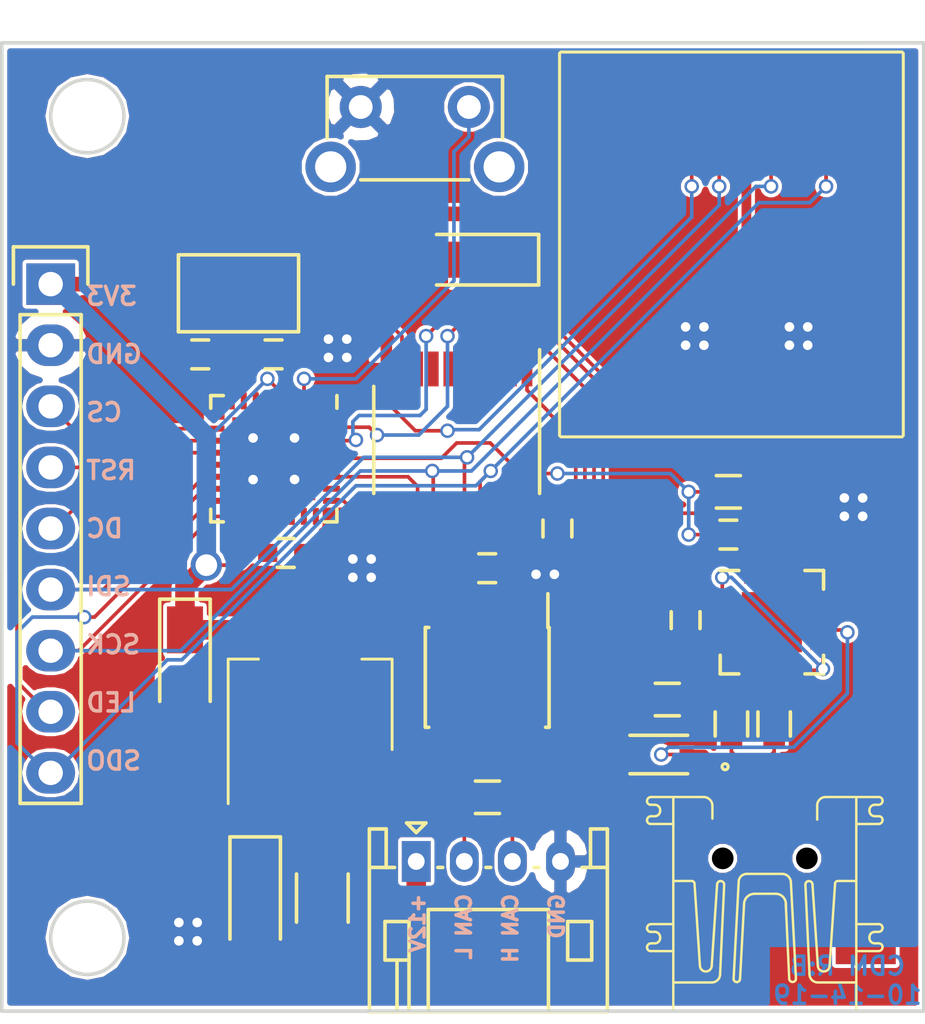
<source format=kicad_pcb>
(kicad_pcb (version 4) (host pcbnew 4.0.5+dfsg1-4)

  (general
    (links 122)
    (no_connects 0)
    (area 140.587981 118.843099 182.7514 163.3404)
    (thickness 1.6)
    (drawings 9)
    (tracks 333)
    (zones 0)
    (modules 58)
    (nets 61)
  )

  (page A4)
  (layers
    (0 F.Cu signal)
    (31 B.Cu signal)
    (32 B.Adhes user)
    (33 F.Adhes user)
    (34 B.Paste user)
    (35 F.Paste user)
    (36 B.SilkS user)
    (37 F.SilkS user)
    (38 B.Mask user)
    (39 F.Mask user)
    (40 Dwgs.User user)
    (41 Cmts.User user)
    (42 Eco1.User user)
    (43 Eco2.User user)
    (44 Edge.Cuts user)
    (45 Margin user)
    (46 B.CrtYd user)
    (47 F.CrtYd user)
    (48 B.Fab user hide)
    (49 F.Fab user hide)
  )

  (setup
    (last_trace_width 0.1524)
    (user_trace_width 0.4064)
    (user_trace_width 0.6096)
    (user_trace_width 0.8128)
    (trace_clearance 0.1524)
    (zone_clearance 0.1524)
    (zone_45_only no)
    (trace_min 0.1524)
    (segment_width 0.2)
    (edge_width 0.15)
    (via_size 0.6)
    (via_drill 0.4)
    (via_min_size 0.4)
    (via_min_drill 0.3)
    (uvia_size 0.3)
    (uvia_drill 0.1)
    (uvias_allowed no)
    (uvia_min_size 0)
    (uvia_min_drill 0)
    (pcb_text_width 0.3)
    (pcb_text_size 1.5 1.5)
    (mod_edge_width 0.15)
    (mod_text_size 1 1)
    (mod_text_width 0.15)
    (pad_size 0.6 0.6)
    (pad_drill 0.4)
    (pad_to_mask_clearance 0.1016)
    (aux_axis_origin 0 0)
    (visible_elements FFFFFF7F)
    (pcbplotparams
      (layerselection 0x010f0_80000001)
      (usegerberextensions true)
      (excludeedgelayer true)
      (linewidth 0.100000)
      (plotframeref false)
      (viasonmask false)
      (mode 1)
      (useauxorigin false)
      (hpglpennumber 1)
      (hpglpenspeed 20)
      (hpglpendiameter 15)
      (hpglpenoverlay 2)
      (psnegative false)
      (psa4output false)
      (plotreference true)
      (plotvalue true)
      (plotinvisibletext false)
      (padsonsilk false)
      (subtractmaskfromsilk false)
      (outputformat 1)
      (mirror false)
      (drillshape 0)
      (scaleselection 1)
      (outputdirectory GERBER))
  )

  (net 0 "")
  (net 1 +3V3)
  (net 2 GND)
  (net 3 "Net-(C4-Pad1)")
  (net 4 "Net-(C5-Pad1)")
  (net 5 BOARD_RST)
  (net 6 "Net-(C6-Pad1)")
  (net 7 +12V)
  (net 8 AVR_CLK)
  (net 9 "Net-(D2-Pad3)")
  (net 10 +5V)
  (net 11 "Net-(P1-Pad2)")
  (net 12 "Net-(P1-Pad3)")
  (net 13 "Net-(P1-Pad4)")
  (net 14 CAN_L)
  (net 15 CAN_H)
  (net 16 MOSI)
  (net 17 SCK)
  (net 18 MISO)
  (net 19 "Net-(R2-Pad1)")
  (net 20 "Net-(R3-Pad1)")
  (net 21 CAN_TX)
  (net 22 CAN_RX)
  (net 23 "Net-(U1-Pad3)")
  (net 24 "Net-(U1-Pad4)")
  (net 25 "Net-(U1-Pad5)")
  (net 26 "Net-(U1-Pad6)")
  (net 27 "Net-(U1-Pad7)")
  (net 28 "Net-(U1-Pad8)")
  (net 29 "Net-(U1-Pad11)")
  (net 30 "Net-(U1-Pad12)")
  (net 31 CAN_INT)
  (net 32 "Net-(U1-Pad15)")
  (net 33 CAN_CS)
  (net 34 "Net-(U2-Pad5)")
  (net 35 "Net-(U2-Pad8)")
  (net 36 TFT_CS)
  (net 37 TFT_RST)
  (net 38 TFT_DC)
  (net 39 TFT_LED)
  (net 40 AVR_TX)
  (net 41 "Net-(U4-Pad4)")
  (net 42 "Net-(U4-Pad5)")
  (net 43 "Net-(U4-Pad11)")
  (net 44 "Net-(U4-Pad12)")
  (net 45 "Net-(U4-Pad14)")
  (net 46 AVR_RX)
  (net 47 SD_CS)
  (net 48 "Net-(U6-Pad19)")
  (net 49 "Net-(U6-Pad22)")
  (net 50 "Net-(U6-Pad23)")
  (net 51 "Net-(U6-Pad24)")
  (net 52 "Net-(U6-Pad26)")
  (net 53 "Net-(U6-Pad28)")
  (net 54 "Net-(U6-Pad13)")
  (net 55 "Net-(F1-Pad1)")
  (net 56 "Net-(J1-Pad1)")
  (net 57 "Net-(J1-Pad8)")
  (net 58 "Net-(SW1-Pad2)")
  (net 59 "Net-(U6-Pad9)")
  (net 60 "Net-(U6-Pad32)")

  (net_class Default "This is the default net class."
    (clearance 0.1524)
    (trace_width 0.1524)
    (via_dia 0.6)
    (via_drill 0.4)
    (uvia_dia 0.3)
    (uvia_drill 0.1)
    (add_net +12V)
    (add_net +3V3)
    (add_net +5V)
    (add_net AVR_CLK)
    (add_net AVR_RX)
    (add_net AVR_TX)
    (add_net BOARD_RST)
    (add_net CAN_CS)
    (add_net CAN_H)
    (add_net CAN_INT)
    (add_net CAN_L)
    (add_net CAN_RX)
    (add_net CAN_TX)
    (add_net GND)
    (add_net MISO)
    (add_net MOSI)
    (add_net "Net-(C4-Pad1)")
    (add_net "Net-(C5-Pad1)")
    (add_net "Net-(C6-Pad1)")
    (add_net "Net-(D2-Pad3)")
    (add_net "Net-(F1-Pad1)")
    (add_net "Net-(J1-Pad1)")
    (add_net "Net-(J1-Pad8)")
    (add_net "Net-(P1-Pad2)")
    (add_net "Net-(P1-Pad3)")
    (add_net "Net-(P1-Pad4)")
    (add_net "Net-(R2-Pad1)")
    (add_net "Net-(R3-Pad1)")
    (add_net "Net-(SW1-Pad2)")
    (add_net "Net-(U1-Pad11)")
    (add_net "Net-(U1-Pad12)")
    (add_net "Net-(U1-Pad15)")
    (add_net "Net-(U1-Pad3)")
    (add_net "Net-(U1-Pad4)")
    (add_net "Net-(U1-Pad5)")
    (add_net "Net-(U1-Pad6)")
    (add_net "Net-(U1-Pad7)")
    (add_net "Net-(U1-Pad8)")
    (add_net "Net-(U2-Pad5)")
    (add_net "Net-(U2-Pad8)")
    (add_net "Net-(U4-Pad11)")
    (add_net "Net-(U4-Pad12)")
    (add_net "Net-(U4-Pad14)")
    (add_net "Net-(U4-Pad4)")
    (add_net "Net-(U4-Pad5)")
    (add_net "Net-(U6-Pad13)")
    (add_net "Net-(U6-Pad19)")
    (add_net "Net-(U6-Pad22)")
    (add_net "Net-(U6-Pad23)")
    (add_net "Net-(U6-Pad24)")
    (add_net "Net-(U6-Pad26)")
    (add_net "Net-(U6-Pad28)")
    (add_net "Net-(U6-Pad32)")
    (add_net "Net-(U6-Pad9)")
    (add_net SCK)
    (add_net SD_CS)
    (add_net TFT_CS)
    (add_net TFT_DC)
    (add_net TFT_LED)
    (add_net TFT_RST)
  )

  (module "MOD:GND VIA" (layer F.Cu) (tedit 5D7D3E61) (tstamp 5D7D439B)
    (at 171.704 132.08)
    (fp_text reference "" (at 0 0) (layer F.SilkS)
      (effects (font (thickness 0.15)))
    )
    (fp_text value "" (at 0 0) (layer F.SilkS)
      (effects (font (thickness 0.15)))
    )
    (pad 1 thru_hole circle (at 0 1.27) (size 0.6 0.6) (drill 0.4) (layers *.Cu)
      (net 2 GND) (zone_connect 2))
  )

  (module "MOD:GND VIA" (layer F.Cu) (tedit 5D7D3E61) (tstamp 5D7D4397)
    (at 171.704 131.318)
    (fp_text reference "" (at 0 0) (layer F.SilkS)
      (effects (font (thickness 0.15)))
    )
    (fp_text value "" (at 0 0) (layer F.SilkS)
      (effects (font (thickness 0.15)))
    )
    (pad 1 thru_hole circle (at 0 1.27) (size 0.6 0.6) (drill 0.4) (layers *.Cu)
      (net 2 GND) (zone_connect 2))
  )

  (module "MOD:GND VIA" (layer F.Cu) (tedit 5D7D3E61) (tstamp 5D7D4393)
    (at 172.466 131.318)
    (fp_text reference "" (at 0 0) (layer F.SilkS)
      (effects (font (thickness 0.15)))
    )
    (fp_text value "" (at 0 0) (layer F.SilkS)
      (effects (font (thickness 0.15)))
    )
    (pad 1 thru_hole circle (at 0 1.27) (size 0.6 0.6) (drill 0.4) (layers *.Cu)
      (net 2 GND) (zone_connect 2))
  )

  (module "MOD:GND VIA" (layer F.Cu) (tedit 5D7D3E61) (tstamp 5D7D438F)
    (at 172.466 132.08)
    (fp_text reference "" (at 0 0) (layer F.SilkS)
      (effects (font (thickness 0.15)))
    )
    (fp_text value "" (at 0 0) (layer F.SilkS)
      (effects (font (thickness 0.15)))
    )
    (pad 1 thru_hole circle (at 0 1.27) (size 0.6 0.6) (drill 0.4) (layers *.Cu)
      (net 2 GND) (zone_connect 2))
  )

  (module "MOD:GND VIA" (layer F.Cu) (tedit 5D7D3E61) (tstamp 5D7D438B)
    (at 176.022 132.08)
    (fp_text reference "" (at 0 0) (layer F.SilkS)
      (effects (font (thickness 0.15)))
    )
    (fp_text value "" (at 0 0) (layer F.SilkS)
      (effects (font (thickness 0.15)))
    )
    (pad 1 thru_hole circle (at 0 1.27) (size 0.6 0.6) (drill 0.4) (layers *.Cu)
      (net 2 GND) (zone_connect 2))
  )

  (module "MOD:GND VIA" (layer F.Cu) (tedit 5D7D3E61) (tstamp 5D7D4387)
    (at 176.784 132.08)
    (fp_text reference "" (at 0 0) (layer F.SilkS)
      (effects (font (thickness 0.15)))
    )
    (fp_text value "" (at 0 0) (layer F.SilkS)
      (effects (font (thickness 0.15)))
    )
    (pad 1 thru_hole circle (at 0 1.27) (size 0.6 0.6) (drill 0.4) (layers *.Cu)
      (net 2 GND) (zone_connect 2))
  )

  (module "MOD:GND VIA" (layer F.Cu) (tedit 5D7D3E61) (tstamp 5D7D4383)
    (at 176.784 131.318)
    (fp_text reference "" (at 0 0) (layer F.SilkS)
      (effects (font (thickness 0.15)))
    )
    (fp_text value "" (at 0 0) (layer F.SilkS)
      (effects (font (thickness 0.15)))
    )
    (pad 1 thru_hole circle (at 0 1.27) (size 0.6 0.6) (drill 0.4) (layers *.Cu)
      (net 2 GND) (zone_connect 2))
  )

  (module "MOD:GND VIA" (layer F.Cu) (tedit 5D7D3E61) (tstamp 5D7D437D)
    (at 176.022 131.318)
    (fp_text reference "" (at 0 0) (layer F.SilkS)
      (effects (font (thickness 0.15)))
    )
    (fp_text value "" (at 0 0) (layer F.SilkS)
      (effects (font (thickness 0.15)))
    )
    (pad 1 thru_hole circle (at 0 1.27) (size 0.6 0.6) (drill 0.4) (layers *.Cu)
      (net 2 GND) (zone_connect 2))
  )

  (module "MOD:GND VIA" (layer F.Cu) (tedit 5D7D3E5D) (tstamp 5D7D4319)
    (at 157.861 141.732)
    (fp_text reference "" (at 0 0) (layer F.SilkS)
      (effects (font (thickness 0.15)))
    )
    (fp_text value "" (at 0 0) (layer F.SilkS)
      (effects (font (thickness 0.15)))
    )
    (pad 1 thru_hole circle (at 0 1.27) (size 0.6 0.6) (drill 0.4) (layers *.Cu)
      (net 2 GND) (zone_connect 2))
  )

  (module "MOD:GND VIA" (layer F.Cu) (tedit 5D7D3E5D) (tstamp 5D7D4315)
    (at 158.623 141.732)
    (fp_text reference "" (at 0 0) (layer F.SilkS)
      (effects (font (thickness 0.15)))
    )
    (fp_text value "" (at 0 0) (layer F.SilkS)
      (effects (font (thickness 0.15)))
    )
    (pad 1 thru_hole circle (at 0 1.27) (size 0.6 0.6) (drill 0.4) (layers *.Cu)
      (net 2 GND) (zone_connect 2))
  )

  (module "MOD:GND VIA" (layer F.Cu) (tedit 5D7D3E5D) (tstamp 5D7D4311)
    (at 158.623 140.97)
    (fp_text reference "" (at 0 0) (layer F.SilkS)
      (effects (font (thickness 0.15)))
    )
    (fp_text value "" (at 0 0) (layer F.SilkS)
      (effects (font (thickness 0.15)))
    )
    (pad 1 thru_hole circle (at 0 1.27) (size 0.6 0.6) (drill 0.4) (layers *.Cu)
      (net 2 GND) (zone_connect 2))
  )

  (module "MOD:GND VIA" (layer F.Cu) (tedit 5D7D3E5D) (tstamp 5D7D430D)
    (at 157.861 140.97)
    (fp_text reference "" (at 0 0) (layer F.SilkS)
      (effects (font (thickness 0.15)))
    )
    (fp_text value "" (at 0 0) (layer F.SilkS)
      (effects (font (thickness 0.15)))
    )
    (pad 1 thru_hole circle (at 0 1.27) (size 0.6 0.6) (drill 0.4) (layers *.Cu)
      (net 2 GND) (zone_connect 2))
  )

  (module "MOD:GND VIA" (layer F.Cu) (tedit 5D7D3E5D) (tstamp 5D7D4275)
    (at 166.243 141.605)
    (fp_text reference "" (at 0 0) (layer F.SilkS)
      (effects (font (thickness 0.15)))
    )
    (fp_text value "" (at 0 0) (layer F.SilkS)
      (effects (font (thickness 0.15)))
    )
    (pad 1 thru_hole circle (at 0 1.27) (size 0.6 0.6) (drill 0.4) (layers *.Cu)
      (net 2 GND) (zone_connect 2))
  )

  (module "MOD:GND VIA" (layer F.Cu) (tedit 5D7D3E5D) (tstamp 5D7D4245)
    (at 165.481 141.605)
    (fp_text reference "" (at 0 0) (layer F.SilkS)
      (effects (font (thickness 0.15)))
    )
    (fp_text value "" (at 0 0) (layer F.SilkS)
      (effects (font (thickness 0.15)))
    )
    (pad 1 thru_hole circle (at 0 1.27) (size 0.6 0.6) (drill 0.4) (layers *.Cu)
      (net 2 GND) (zone_connect 2))
  )

  (module "MOD:GND VIA" (layer F.Cu) (tedit 5D7D3E5D) (tstamp 5D7D41E7)
    (at 155.4345 137.6615)
    (fp_text reference "" (at 0 0) (layer F.SilkS)
      (effects (font (thickness 0.15)))
    )
    (fp_text value "" (at 0 0) (layer F.SilkS)
      (effects (font (thickness 0.15)))
    )
    (pad 1 thru_hole circle (at 0 1.27) (size 0.6 0.6) (drill 0.4) (layers *.Cu)
      (net 2 GND) (zone_connect 2))
  )

  (module "MOD:GND VIA" (layer F.Cu) (tedit 5D7D3E5D) (tstamp 5D7D41E3)
    (at 153.7095 137.668)
    (fp_text reference "" (at 0 0) (layer F.SilkS)
      (effects (font (thickness 0.15)))
    )
    (fp_text value "" (at 0 0) (layer F.SilkS)
      (effects (font (thickness 0.15)))
    )
    (pad 1 thru_hole circle (at 0 1.27) (size 0.6 0.6) (drill 0.4) (layers *.Cu)
      (net 2 GND) (zone_connect 2))
  )

  (module "MOD:GND VIA" (layer F.Cu) (tedit 5D7D3E5D) (tstamp 5D7D41DF)
    (at 153.7095 135.9365)
    (fp_text reference "" (at 0 0) (layer F.SilkS)
      (effects (font (thickness 0.15)))
    )
    (fp_text value "" (at 0 0) (layer F.SilkS)
      (effects (font (thickness 0.15)))
    )
    (pad 1 thru_hole circle (at 0 1.27) (size 0.6 0.6) (drill 0.4) (layers *.Cu)
      (net 2 GND) (zone_connect 2))
  )

  (module "MOD:GND VIA" (layer F.Cu) (tedit 5D7D3E5D) (tstamp 5D7D41DB)
    (at 155.4345 135.9365)
    (fp_text reference "" (at 0 0) (layer F.SilkS)
      (effects (font (thickness 0.15)))
    )
    (fp_text value "" (at 0 0) (layer F.SilkS)
      (effects (font (thickness 0.15)))
    )
    (pad 1 thru_hole circle (at 0 1.27) (size 0.6 0.6) (drill 0.4) (layers *.Cu)
      (net 2 GND) (zone_connect 2))
  )

  (module "MOD:GND VIA" (layer F.Cu) (tedit 5D7D3E5D) (tstamp 5D7D41CE)
    (at 156.845 132.588)
    (fp_text reference "" (at 0 0) (layer F.SilkS)
      (effects (font (thickness 0.15)))
    )
    (fp_text value "" (at 0 0) (layer F.SilkS)
      (effects (font (thickness 0.15)))
    )
    (pad 1 thru_hole circle (at 0 1.27) (size 0.6 0.6) (drill 0.4) (layers *.Cu)
      (net 2 GND) (zone_connect 2))
  )

  (module "MOD:GND VIA" (layer F.Cu) (tedit 5D7D3E5D) (tstamp 5D7D41CA)
    (at 157.607 132.588)
    (fp_text reference "" (at 0 0) (layer F.SilkS)
      (effects (font (thickness 0.15)))
    )
    (fp_text value "" (at 0 0) (layer F.SilkS)
      (effects (font (thickness 0.15)))
    )
    (pad 1 thru_hole circle (at 0 1.27) (size 0.6 0.6) (drill 0.4) (layers *.Cu)
      (net 2 GND) (zone_connect 2))
  )

  (module "MOD:GND VIA" (layer F.Cu) (tedit 5D7D3E5D) (tstamp 5D7D41C6)
    (at 157.607 131.826)
    (fp_text reference "" (at 0 0) (layer F.SilkS)
      (effects (font (thickness 0.15)))
    )
    (fp_text value "" (at 0 0) (layer F.SilkS)
      (effects (font (thickness 0.15)))
    )
    (pad 1 thru_hole circle (at 0 1.27) (size 0.6 0.6) (drill 0.4) (layers *.Cu)
      (net 2 GND) (zone_connect 2))
  )

  (module "MOD:GND VIA" (layer F.Cu) (tedit 5D7D3E5D) (tstamp 5D7D41C2)
    (at 156.845 131.826)
    (fp_text reference "" (at 0 0) (layer F.SilkS)
      (effects (font (thickness 0.15)))
    )
    (fp_text value "" (at 0 0) (layer F.SilkS)
      (effects (font (thickness 0.15)))
    )
    (pad 1 thru_hole circle (at 0 1.27) (size 0.6 0.6) (drill 0.4) (layers *.Cu)
      (net 2 GND) (zone_connect 2))
  )

  (module Housings_SSOP:TSSOP-20_4.4x6.5mm_Pitch0.65mm (layer F.Cu) (tedit 5D1FFEBA) (tstamp 5D1FBE8B)
    (at 162.179 137.287 270)
    (descr "20-Lead Plastic Thin Shrink Small Outline (ST)-4.4 mm Body [TSSOP] (see Microchip Packaging Specification 00000049BS.pdf)")
    (tags "SSOP 0.65")
    (path /5D17B993)
    (attr smd)
    (fp_text reference U1 (at 0 -4.3 270) (layer F.SilkS) hide
      (effects (font (size 1 1) (thickness 0.15)))
    )
    (fp_text value MCP2515-E/ST (at 0 4.3 270) (layer F.Fab)
      (effects (font (size 1 1) (thickness 0.15)))
    )
    (fp_line (start -1.2 -3.25) (end 2.2 -3.25) (layer F.Fab) (width 0.15))
    (fp_line (start 2.2 -3.25) (end 2.2 3.25) (layer F.Fab) (width 0.15))
    (fp_line (start 2.2 3.25) (end -2.2 3.25) (layer F.Fab) (width 0.15))
    (fp_line (start -2.2 3.25) (end -2.2 -2.25) (layer F.Fab) (width 0.15))
    (fp_line (start -2.2 -2.25) (end -1.2 -3.25) (layer F.Fab) (width 0.15))
    (fp_line (start -3.95 -3.55) (end -3.95 3.55) (layer F.CrtYd) (width 0.05))
    (fp_line (start 3.95 -3.55) (end 3.95 3.55) (layer F.CrtYd) (width 0.05))
    (fp_line (start -3.95 -3.55) (end 3.95 -3.55) (layer F.CrtYd) (width 0.05))
    (fp_line (start -3.95 3.55) (end 3.95 3.55) (layer F.CrtYd) (width 0.05))
    (fp_line (start -2.225 3.45) (end 2.225 3.45) (layer F.SilkS) (width 0.15))
    (fp_line (start -3.75 -3.45) (end 2.225 -3.45) (layer F.SilkS) (width 0.15))
    (pad 1 smd rect (at -2.95 -2.925 270) (size 1.45 0.45) (layers F.Cu F.Paste F.Mask)
      (net 21 CAN_TX))
    (pad 2 smd rect (at -2.95 -2.275 270) (size 1.45 0.45) (layers F.Cu F.Paste F.Mask)
      (net 22 CAN_RX))
    (pad 3 smd rect (at -2.95 -1.625 270) (size 1.45 0.45) (layers F.Cu F.Paste F.Mask)
      (net 23 "Net-(U1-Pad3)"))
    (pad 4 smd rect (at -2.95 -0.975 270) (size 1.45 0.45) (layers F.Cu F.Paste F.Mask)
      (net 24 "Net-(U1-Pad4)"))
    (pad 5 smd rect (at -2.95 -0.325 270) (size 1.45 0.45) (layers F.Cu F.Paste F.Mask)
      (net 25 "Net-(U1-Pad5)"))
    (pad 6 smd rect (at -2.95 0.325 270) (size 1.45 0.45) (layers F.Cu F.Paste F.Mask)
      (net 26 "Net-(U1-Pad6)"))
    (pad 7 smd rect (at -2.95 0.975 270) (size 1.45 0.45) (layers F.Cu F.Paste F.Mask)
      (net 27 "Net-(U1-Pad7)"))
    (pad 8 smd rect (at -2.95 1.625 270) (size 1.45 0.45) (layers F.Cu F.Paste F.Mask)
      (net 28 "Net-(U1-Pad8)"))
    (pad 9 smd rect (at -2.95 2.275 270) (size 1.45 0.45) (layers F.Cu F.Paste F.Mask)
      (net 8 AVR_CLK))
    (pad 10 smd rect (at -2.95 2.925 270) (size 1.45 0.45) (layers F.Cu F.Paste F.Mask)
      (net 2 GND))
    (pad 11 smd rect (at 2.95 2.925 270) (size 1.45 0.45) (layers F.Cu F.Paste F.Mask)
      (net 29 "Net-(U1-Pad11)"))
    (pad 12 smd rect (at 2.95 2.275 270) (size 1.45 0.45) (layers F.Cu F.Paste F.Mask)
      (net 30 "Net-(U1-Pad12)"))
    (pad 13 smd rect (at 2.95 1.625 270) (size 1.45 0.45) (layers F.Cu F.Paste F.Mask)
      (net 31 CAN_INT))
    (pad 14 smd rect (at 2.95 0.975 270) (size 1.45 0.45) (layers F.Cu F.Paste F.Mask)
      (net 17 SCK))
    (pad 15 smd rect (at 2.95 0.325 270) (size 1.45 0.45) (layers F.Cu F.Paste F.Mask)
      (net 32 "Net-(U1-Pad15)"))
    (pad 16 smd rect (at 2.95 -0.325 270) (size 1.45 0.45) (layers F.Cu F.Paste F.Mask)
      (net 16 MOSI))
    (pad 17 smd rect (at 2.95 -0.975 270) (size 1.45 0.45) (layers F.Cu F.Paste F.Mask)
      (net 18 MISO))
    (pad 18 smd rect (at 2.95 -1.625 270) (size 1.45 0.45) (layers F.Cu F.Paste F.Mask)
      (net 33 CAN_CS))
    (pad 19 smd rect (at 2.95 -2.275 270) (size 1.45 0.45) (layers F.Cu F.Paste F.Mask)
      (net 5 BOARD_RST))
    (pad 20 smd rect (at 2.95 -2.925 270) (size 1.45 0.45) (layers F.Cu F.Paste F.Mask)
      (net 1 +3V3))
    (model Housings_SSOP.3dshapes/TSSOP-20_4.4x6.5mm_Pitch0.65mm.wrl
      (at (xyz 0 0 0))
      (scale (xyz 1 1 1))
      (rotate (xyz 0 0 0))
    )
  )

  (module "MOD:GND VIA" (layer F.Cu) (tedit 5D7D3E5D) (tstamp 5D7D3EA3)
    (at 178.308 139.192)
    (fp_text reference "" (at 0 0) (layer F.SilkS)
      (effects (font (thickness 0.15)))
    )
    (fp_text value "" (at 0 0) (layer F.SilkS)
      (effects (font (thickness 0.15)))
    )
    (pad 1 thru_hole circle (at 0 1.27) (size 0.6 0.6) (drill 0.4) (layers *.Cu)
      (net 2 GND) (zone_connect 2))
  )

  (module "MOD:GND VIA" (layer F.Cu) (tedit 5D7D3E5D) (tstamp 5D7D3E9F)
    (at 179.07 139.192)
    (fp_text reference "" (at 0 0) (layer F.SilkS)
      (effects (font (thickness 0.15)))
    )
    (fp_text value "" (at 0 0) (layer F.SilkS)
      (effects (font (thickness 0.15)))
    )
    (pad 1 thru_hole circle (at 0 1.27) (size 0.6 0.6) (drill 0.4) (layers *.Cu)
      (net 2 GND) (zone_connect 2))
  )

  (module "MOD:GND VIA" (layer F.Cu) (tedit 5D7D3E5D) (tstamp 5D7D3E9B)
    (at 179.07 138.43)
    (fp_text reference "" (at 0 0) (layer F.SilkS)
      (effects (font (thickness 0.15)))
    )
    (fp_text value "" (at 0 0) (layer F.SilkS)
      (effects (font (thickness 0.15)))
    )
    (pad 1 thru_hole circle (at 0 1.27) (size 0.6 0.6) (drill 0.4) (layers *.Cu)
      (net 2 GND) (zone_connect 2))
  )

  (module "MOD:GND VIA" (layer F.Cu) (tedit 5D7D3E5D) (tstamp 5D7D3E94)
    (at 178.308 138.43)
    (fp_text reference "" (at 0 0) (layer F.SilkS)
      (effects (font (thickness 0.15)))
    )
    (fp_text value "" (at 0 0) (layer F.SilkS)
      (effects (font (thickness 0.15)))
    )
    (pad 1 thru_hole circle (at 0 1.27) (size 0.6 0.6) (drill 0.4) (layers *.Cu)
      (net 2 GND) (zone_connect 2))
  )

  (module "MOD:GND VIA" (layer F.Cu) (tedit 5D7D3E61) (tstamp 5D7D3E6B)
    (at 150.622 156.083)
    (fp_text reference "" (at 0 0) (layer F.SilkS)
      (effects (font (thickness 0.15)))
    )
    (fp_text value "" (at 0 0) (layer F.SilkS)
      (effects (font (thickness 0.15)))
    )
    (pad 1 thru_hole circle (at 0 1.27) (size 0.6 0.6) (drill 0.4) (layers *.Cu)
      (net 2 GND) (zone_connect 2))
  )

  (module "MOD:GND VIA" (layer F.Cu) (tedit 5D7D3E61) (tstamp 5D7D3E66)
    (at 150.622 156.845)
    (fp_text reference "" (at 0 0) (layer F.SilkS)
      (effects (font (thickness 0.15)))
    )
    (fp_text value "" (at 0 0) (layer F.SilkS)
      (effects (font (thickness 0.15)))
    )
    (pad 1 thru_hole circle (at 0 1.27) (size 0.6 0.6) (drill 0.4) (layers *.Cu)
      (net 2 GND) (zone_connect 2))
  )

  (module "MOD:GND VIA" (layer F.Cu) (tedit 5D7D3E5D) (tstamp 5D7D3E56)
    (at 151.384 156.083)
    (fp_text reference "" (at 0 0) (layer F.SilkS)
      (effects (font (thickness 0.15)))
    )
    (fp_text value "" (at 0 0) (layer F.SilkS)
      (effects (font (thickness 0.15)))
    )
    (pad 1 thru_hole circle (at 0 1.27) (size 0.6 0.6) (drill 0.4) (layers *.Cu)
      (net 2 GND) (zone_connect 2))
  )

  (module Housings_DFN_QFN:QFN-32-1EP_5x5mm_Pitch0.5mm (layer F.Cu) (tedit 5D2003FF) (tstamp 5D255BAE)
    (at 154.572 138.069 270)
    (descr "UH Package; 32-Lead Plastic QFN (5mm x 5mm); (see Linear Technology QFN_32_05-08-1693.pdf)")
    (tags "QFN 0.5")
    (path /5D1780EA)
    (attr smd)
    (fp_text reference U6 (at 0 -3.75 270) (layer F.SilkS) hide
      (effects (font (size 1 1) (thickness 0.15)))
    )
    (fp_text value ATMEGA328P-A (at 0 3.75 270) (layer F.Fab)
      (effects (font (size 1 1) (thickness 0.15)))
    )
    (fp_line (start -1.5 -2.5) (end 2.5 -2.5) (layer F.Fab) (width 0.15))
    (fp_line (start 2.5 -2.5) (end 2.5 2.5) (layer F.Fab) (width 0.15))
    (fp_line (start 2.5 2.5) (end -2.5 2.5) (layer F.Fab) (width 0.15))
    (fp_line (start -2.5 2.5) (end -2.5 -1.5) (layer F.Fab) (width 0.15))
    (fp_line (start -2.5 -1.5) (end -1.5 -2.5) (layer F.Fab) (width 0.15))
    (fp_line (start -3 -3) (end -3 3) (layer F.CrtYd) (width 0.05))
    (fp_line (start 3 -3) (end 3 3) (layer F.CrtYd) (width 0.05))
    (fp_line (start -3 -3) (end 3 -3) (layer F.CrtYd) (width 0.05))
    (fp_line (start -3 3) (end 3 3) (layer F.CrtYd) (width 0.05))
    (fp_line (start 2.625 -2.625) (end 2.625 -2.1) (layer F.SilkS) (width 0.15))
    (fp_line (start -2.625 2.625) (end -2.625 2.1) (layer F.SilkS) (width 0.15))
    (fp_line (start 2.625 2.625) (end 2.625 2.1) (layer F.SilkS) (width 0.15))
    (fp_line (start -2.625 -2.625) (end -2.1 -2.625) (layer F.SilkS) (width 0.15))
    (fp_line (start -2.625 2.625) (end -2.1 2.625) (layer F.SilkS) (width 0.15))
    (fp_line (start 2.625 2.625) (end 2.1 2.625) (layer F.SilkS) (width 0.15))
    (fp_line (start 2.625 -2.625) (end 2.1 -2.625) (layer F.SilkS) (width 0.15))
    (pad 1 smd rect (at -2.4 -1.75 270) (size 0.7 0.25) (layers F.Cu F.Paste F.Mask)
      (net 47 SD_CS))
    (pad 2 smd rect (at -2.4 -1.25 270) (size 0.7 0.25) (layers F.Cu F.Paste F.Mask)
      (net 58 "Net-(SW1-Pad2)"))
    (pad 3 smd rect (at -2.4 -0.75 270) (size 0.7 0.25) (layers F.Cu F.Paste F.Mask)
      (net 2 GND))
    (pad 4 smd rect (at -2.4 -0.25 270) (size 0.7 0.25) (layers F.Cu F.Paste F.Mask)
      (net 1 +3V3))
    (pad 5 smd rect (at -2.4 0.25 270) (size 0.7 0.25) (layers F.Cu F.Paste F.Mask)
      (net 2 GND))
    (pad 6 smd rect (at -2.4 0.75 270) (size 0.7 0.25) (layers F.Cu F.Paste F.Mask)
      (net 1 +3V3))
    (pad 7 smd rect (at -2.4 1.25 270) (size 0.7 0.25) (layers F.Cu F.Paste F.Mask)
      (net 6 "Net-(C6-Pad1)"))
    (pad 8 smd rect (at -2.4 1.75 270) (size 0.7 0.25) (layers F.Cu F.Paste F.Mask)
      (net 8 AVR_CLK))
    (pad 9 smd rect (at -1.75 2.4) (size 0.7 0.25) (layers F.Cu F.Paste F.Mask)
      (net 59 "Net-(U6-Pad9)"))
    (pad 10 smd rect (at -1.25 2.4) (size 0.7 0.25) (layers F.Cu F.Paste F.Mask)
      (net 36 TFT_CS))
    (pad 11 smd rect (at -0.75 2.4) (size 0.7 0.25) (layers F.Cu F.Paste F.Mask)
      (net 37 TFT_RST))
    (pad 12 smd rect (at -0.25 2.4) (size 0.7 0.25) (layers F.Cu F.Paste F.Mask)
      (net 38 TFT_DC))
    (pad 13 smd rect (at 0.25 2.4) (size 0.7 0.25) (layers F.Cu F.Paste F.Mask)
      (net 54 "Net-(U6-Pad13)"))
    (pad 14 smd rect (at 0.75 2.4) (size 0.7 0.25) (layers F.Cu F.Paste F.Mask)
      (net 39 TFT_LED))
    (pad 15 smd rect (at 1.25 2.4) (size 0.7 0.25) (layers F.Cu F.Paste F.Mask)
      (net 16 MOSI))
    (pad 16 smd rect (at 1.75 2.4) (size 0.7 0.25) (layers F.Cu F.Paste F.Mask)
      (net 18 MISO))
    (pad 17 smd rect (at 2.4 1.75 270) (size 0.7 0.25) (layers F.Cu F.Paste F.Mask)
      (net 17 SCK))
    (pad 18 smd rect (at 2.4 1.25 270) (size 0.7 0.25) (layers F.Cu F.Paste F.Mask)
      (net 1 +3V3))
    (pad 19 smd rect (at 2.4 0.75 270) (size 0.7 0.25) (layers F.Cu F.Paste F.Mask)
      (net 48 "Net-(U6-Pad19)"))
    (pad 20 smd rect (at 2.4 0.25 270) (size 0.7 0.25) (layers F.Cu F.Paste F.Mask)
      (net 1 +3V3))
    (pad 21 smd rect (at 2.4 -0.25 270) (size 0.7 0.25) (layers F.Cu F.Paste F.Mask)
      (net 2 GND))
    (pad 22 smd rect (at 2.4 -0.75 270) (size 0.7 0.25) (layers F.Cu F.Paste F.Mask)
      (net 49 "Net-(U6-Pad22)"))
    (pad 23 smd rect (at 2.4 -1.25 270) (size 0.7 0.25) (layers F.Cu F.Paste F.Mask)
      (net 50 "Net-(U6-Pad23)"))
    (pad 24 smd rect (at 2.4 -1.75 270) (size 0.7 0.25) (layers F.Cu F.Paste F.Mask)
      (net 51 "Net-(U6-Pad24)"))
    (pad 25 smd rect (at 1.75 -2.4) (size 0.7 0.25) (layers F.Cu F.Paste F.Mask)
      (net 33 CAN_CS))
    (pad 26 smd rect (at 1.25 -2.4) (size 0.7 0.25) (layers F.Cu F.Paste F.Mask)
      (net 52 "Net-(U6-Pad26)"))
    (pad 27 smd rect (at 0.75 -2.4) (size 0.7 0.25) (layers F.Cu F.Paste F.Mask)
      (net 31 CAN_INT))
    (pad 28 smd rect (at 0.25 -2.4) (size 0.7 0.25) (layers F.Cu F.Paste F.Mask)
      (net 53 "Net-(U6-Pad28)"))
    (pad 29 smd rect (at -0.25 -2.4) (size 0.7 0.25) (layers F.Cu F.Paste F.Mask)
      (net 5 BOARD_RST))
    (pad 30 smd rect (at -0.75 -2.4) (size 0.7 0.25) (layers F.Cu F.Paste F.Mask)
      (net 46 AVR_RX))
    (pad 31 smd rect (at -1.25 -2.4) (size 0.7 0.25) (layers F.Cu F.Paste F.Mask)
      (net 40 AVR_TX))
    (pad 32 smd rect (at -1.75 -2.4) (size 0.7 0.25) (layers F.Cu F.Paste F.Mask)
      (net 60 "Net-(U6-Pad32)"))
    (pad 3 smd rect (at 0.8625 0.8625 270) (size 1.725 1.725) (layers F.Cu F.Paste F.Mask)
      (net 2 GND) (solder_paste_margin_ratio -0.2))
    (pad 3 smd rect (at 0.8625 -0.8625 270) (size 1.725 1.725) (layers F.Cu F.Paste F.Mask)
      (net 2 GND) (solder_paste_margin_ratio -0.2))
    (pad 3 smd rect (at -0.8625 0.8625 270) (size 1.725 1.725) (layers F.Cu F.Paste F.Mask)
      (net 2 GND) (solder_paste_margin_ratio -0.2))
    (pad 3 smd rect (at -0.8625 -0.8625 270) (size 1.725 1.725) (layers F.Cu F.Paste F.Mask)
      (net 2 GND) (solder_paste_margin_ratio -0.2))
    (model Housings_DFN_QFN.3dshapes/QFN-32-1EP_5x5mm_Pitch0.5mm.wrl
      (at (xyz 0 0 0))
      (scale (xyz 1 1 1))
      (rotate (xyz 0 0 0))
    )
  )

  (module Capacitors_SMD:C_0603 (layer F.Cu) (tedit 5D20001A) (tstamp 5D1FBCFC)
    (at 166.37 140.97 270)
    (descr "Capacitor SMD 0603, reflow soldering, AVX (see smccp.pdf)")
    (tags "capacitor 0603")
    (path /5D17D11F)
    (attr smd)
    (fp_text reference C1 (at 0 -1.9 270) (layer F.SilkS) hide
      (effects (font (size 1 1) (thickness 0.15)))
    )
    (fp_text value 0.1uF (at 0 1.9 270) (layer F.Fab)
      (effects (font (size 1 1) (thickness 0.15)))
    )
    (fp_line (start -0.8 0.4) (end -0.8 -0.4) (layer F.Fab) (width 0.15))
    (fp_line (start 0.8 0.4) (end -0.8 0.4) (layer F.Fab) (width 0.15))
    (fp_line (start 0.8 -0.4) (end 0.8 0.4) (layer F.Fab) (width 0.15))
    (fp_line (start -0.8 -0.4) (end 0.8 -0.4) (layer F.Fab) (width 0.15))
    (fp_line (start -1.45 -0.75) (end 1.45 -0.75) (layer F.CrtYd) (width 0.05))
    (fp_line (start -1.45 0.75) (end 1.45 0.75) (layer F.CrtYd) (width 0.05))
    (fp_line (start -1.45 -0.75) (end -1.45 0.75) (layer F.CrtYd) (width 0.05))
    (fp_line (start 1.45 -0.75) (end 1.45 0.75) (layer F.CrtYd) (width 0.05))
    (fp_line (start -0.35 -0.6) (end 0.35 -0.6) (layer F.SilkS) (width 0.15))
    (fp_line (start 0.35 0.6) (end -0.35 0.6) (layer F.SilkS) (width 0.15))
    (pad 1 smd rect (at -0.75 0 270) (size 0.8 0.75) (layers F.Cu F.Paste F.Mask)
      (net 1 +3V3))
    (pad 2 smd rect (at 0.75 0 270) (size 0.8 0.75) (layers F.Cu F.Paste F.Mask)
      (net 2 GND))
    (model Capacitors_SMD.3dshapes/C_0603.wrl
      (at (xyz 0 0 0))
      (scale (xyz 1 1 1))
      (rotate (xyz 0 0 0))
    )
  )

  (module Capacitors_SMD:C_0603 (layer F.Cu) (tedit 5D20003C) (tstamp 5D1FBD0C)
    (at 163.449 142.621)
    (descr "Capacitor SMD 0603, reflow soldering, AVX (see smccp.pdf)")
    (tags "capacitor 0603")
    (path /5D17C50A)
    (attr smd)
    (fp_text reference C3 (at 0 -1.9) (layer F.SilkS) hide
      (effects (font (size 1 1) (thickness 0.15)))
    )
    (fp_text value 0.1uF (at 0 1.9) (layer F.Fab)
      (effects (font (size 1 1) (thickness 0.15)))
    )
    (fp_line (start -0.8 0.4) (end -0.8 -0.4) (layer F.Fab) (width 0.15))
    (fp_line (start 0.8 0.4) (end -0.8 0.4) (layer F.Fab) (width 0.15))
    (fp_line (start 0.8 -0.4) (end 0.8 0.4) (layer F.Fab) (width 0.15))
    (fp_line (start -0.8 -0.4) (end 0.8 -0.4) (layer F.Fab) (width 0.15))
    (fp_line (start -1.45 -0.75) (end 1.45 -0.75) (layer F.CrtYd) (width 0.05))
    (fp_line (start -1.45 0.75) (end 1.45 0.75) (layer F.CrtYd) (width 0.05))
    (fp_line (start -1.45 -0.75) (end -1.45 0.75) (layer F.CrtYd) (width 0.05))
    (fp_line (start 1.45 -0.75) (end 1.45 0.75) (layer F.CrtYd) (width 0.05))
    (fp_line (start -0.35 -0.6) (end 0.35 -0.6) (layer F.SilkS) (width 0.15))
    (fp_line (start 0.35 0.6) (end -0.35 0.6) (layer F.SilkS) (width 0.15))
    (pad 1 smd rect (at -0.75 0) (size 0.8 0.75) (layers F.Cu F.Paste F.Mask)
      (net 1 +3V3))
    (pad 2 smd rect (at 0.75 0) (size 0.8 0.75) (layers F.Cu F.Paste F.Mask)
      (net 2 GND))
    (model Capacitors_SMD.3dshapes/C_0603.wrl
      (at (xyz 0 0 0))
      (scale (xyz 1 1 1))
      (rotate (xyz 0 0 0))
    )
  )

  (module Capacitors_SMD:C_0603 (layer F.Cu) (tedit 5D1FFFAD) (tstamp 5D1FBD1C)
    (at 171.704 144.78 270)
    (descr "Capacitor SMD 0603, reflow soldering, AVX (see smccp.pdf)")
    (tags "capacitor 0603")
    (path /5D17FB0C)
    (attr smd)
    (fp_text reference C4 (at 0 -1.9 270) (layer F.SilkS) hide
      (effects (font (size 1 1) (thickness 0.15)))
    )
    (fp_text value 0.1uF (at 0 1.9 270) (layer F.Fab)
      (effects (font (size 1 1) (thickness 0.15)))
    )
    (fp_line (start -0.8 0.4) (end -0.8 -0.4) (layer F.Fab) (width 0.15))
    (fp_line (start 0.8 0.4) (end -0.8 0.4) (layer F.Fab) (width 0.15))
    (fp_line (start 0.8 -0.4) (end 0.8 0.4) (layer F.Fab) (width 0.15))
    (fp_line (start -0.8 -0.4) (end 0.8 -0.4) (layer F.Fab) (width 0.15))
    (fp_line (start -1.45 -0.75) (end 1.45 -0.75) (layer F.CrtYd) (width 0.05))
    (fp_line (start -1.45 0.75) (end 1.45 0.75) (layer F.CrtYd) (width 0.05))
    (fp_line (start -1.45 -0.75) (end -1.45 0.75) (layer F.CrtYd) (width 0.05))
    (fp_line (start 1.45 -0.75) (end 1.45 0.75) (layer F.CrtYd) (width 0.05))
    (fp_line (start -0.35 -0.6) (end 0.35 -0.6) (layer F.SilkS) (width 0.15))
    (fp_line (start 0.35 0.6) (end -0.35 0.6) (layer F.SilkS) (width 0.15))
    (pad 1 smd rect (at -0.75 0 270) (size 0.8 0.75) (layers F.Cu F.Paste F.Mask)
      (net 3 "Net-(C4-Pad1)"))
    (pad 2 smd rect (at 0.75 0 270) (size 0.8 0.75) (layers F.Cu F.Paste F.Mask)
      (net 2 GND))
    (model Capacitors_SMD.3dshapes/C_0603.wrl
      (at (xyz 0 0 0))
      (scale (xyz 1 1 1))
      (rotate (xyz 0 0 0))
    )
  )

  (module Capacitors_SMD:C_0603 (layer F.Cu) (tedit 5D1FFF8B) (tstamp 5D1FBD2C)
    (at 173.482 141.224 180)
    (descr "Capacitor SMD 0603, reflow soldering, AVX (see smccp.pdf)")
    (tags "capacitor 0603")
    (path /5D17E89B)
    (attr smd)
    (fp_text reference C5 (at 0 -1.9 180) (layer F.SilkS) hide
      (effects (font (size 1 1) (thickness 0.15)))
    )
    (fp_text value 0.1uF (at 0 1.9 180) (layer F.Fab)
      (effects (font (size 1 1) (thickness 0.15)))
    )
    (fp_line (start -0.8 0.4) (end -0.8 -0.4) (layer F.Fab) (width 0.15))
    (fp_line (start 0.8 0.4) (end -0.8 0.4) (layer F.Fab) (width 0.15))
    (fp_line (start 0.8 -0.4) (end 0.8 0.4) (layer F.Fab) (width 0.15))
    (fp_line (start -0.8 -0.4) (end 0.8 -0.4) (layer F.Fab) (width 0.15))
    (fp_line (start -1.45 -0.75) (end 1.45 -0.75) (layer F.CrtYd) (width 0.05))
    (fp_line (start -1.45 0.75) (end 1.45 0.75) (layer F.CrtYd) (width 0.05))
    (fp_line (start -1.45 -0.75) (end -1.45 0.75) (layer F.CrtYd) (width 0.05))
    (fp_line (start 1.45 -0.75) (end 1.45 0.75) (layer F.CrtYd) (width 0.05))
    (fp_line (start -0.35 -0.6) (end 0.35 -0.6) (layer F.SilkS) (width 0.15))
    (fp_line (start 0.35 0.6) (end -0.35 0.6) (layer F.SilkS) (width 0.15))
    (pad 1 smd rect (at -0.75 0 180) (size 0.8 0.75) (layers F.Cu F.Paste F.Mask)
      (net 4 "Net-(C5-Pad1)"))
    (pad 2 smd rect (at 0.75 0 180) (size 0.8 0.75) (layers F.Cu F.Paste F.Mask)
      (net 5 BOARD_RST))
    (model Capacitors_SMD.3dshapes/C_0603.wrl
      (at (xyz 0 0 0))
      (scale (xyz 1 1 1))
      (rotate (xyz 0 0 0))
    )
  )

  (module Capacitors_SMD:C_0603 (layer F.Cu) (tedit 5D1FFDA3) (tstamp 5D1FBD3C)
    (at 154.559 133.731)
    (descr "Capacitor SMD 0603, reflow soldering, AVX (see smccp.pdf)")
    (tags "capacitor 0603")
    (path /5D17DEDF)
    (attr smd)
    (fp_text reference C6 (at 0 -1.9) (layer F.SilkS) hide
      (effects (font (size 1 1) (thickness 0.15)))
    )
    (fp_text value 33pF (at 0 1.9) (layer F.Fab)
      (effects (font (size 1 1) (thickness 0.15)))
    )
    (fp_line (start -0.8 0.4) (end -0.8 -0.4) (layer F.Fab) (width 0.15))
    (fp_line (start 0.8 0.4) (end -0.8 0.4) (layer F.Fab) (width 0.15))
    (fp_line (start 0.8 -0.4) (end 0.8 0.4) (layer F.Fab) (width 0.15))
    (fp_line (start -0.8 -0.4) (end 0.8 -0.4) (layer F.Fab) (width 0.15))
    (fp_line (start -1.45 -0.75) (end 1.45 -0.75) (layer F.CrtYd) (width 0.05))
    (fp_line (start -1.45 0.75) (end 1.45 0.75) (layer F.CrtYd) (width 0.05))
    (fp_line (start -1.45 -0.75) (end -1.45 0.75) (layer F.CrtYd) (width 0.05))
    (fp_line (start 1.45 -0.75) (end 1.45 0.75) (layer F.CrtYd) (width 0.05))
    (fp_line (start -0.35 -0.6) (end 0.35 -0.6) (layer F.SilkS) (width 0.15))
    (fp_line (start 0.35 0.6) (end -0.35 0.6) (layer F.SilkS) (width 0.15))
    (pad 1 smd rect (at -0.75 0) (size 0.8 0.75) (layers F.Cu F.Paste F.Mask)
      (net 6 "Net-(C6-Pad1)"))
    (pad 2 smd rect (at 0.75 0) (size 0.8 0.75) (layers F.Cu F.Paste F.Mask)
      (net 2 GND))
    (model Capacitors_SMD.3dshapes/C_0603.wrl
      (at (xyz 0 0 0))
      (scale (xyz 1 1 1))
      (rotate (xyz 0 0 0))
    )
  )

  (module Capacitors_Tantalum_SMD:Tantalum_Case-A_EIA-3216-18_Reflow (layer F.Cu) (tedit 5D1FFCDD) (tstamp 5D1FBD4F)
    (at 153.797 156.442 270)
    (descr "Tantalum capacitor, Case A, EIA 3216-18, 3.2x1.6x1.6mm, Reflow soldering footprint")
    (tags "capacitor tantalum smd")
    (path /5D1BEF56)
    (attr smd)
    (fp_text reference C7 (at 0 -2.55 270) (layer F.SilkS) hide
      (effects (font (size 1 1) (thickness 0.15)))
    )
    (fp_text value 10uF (at 0 2.55 270) (layer F.Fab)
      (effects (font (size 1 1) (thickness 0.15)))
    )
    (fp_line (start -2.75 -1.2) (end -2.75 1.2) (layer F.CrtYd) (width 0.05))
    (fp_line (start -2.75 1.2) (end 2.75 1.2) (layer F.CrtYd) (width 0.05))
    (fp_line (start 2.75 1.2) (end 2.75 -1.2) (layer F.CrtYd) (width 0.05))
    (fp_line (start 2.75 -1.2) (end -2.75 -1.2) (layer F.CrtYd) (width 0.05))
    (fp_line (start -1.6 -0.8) (end -1.6 0.8) (layer F.Fab) (width 0.15))
    (fp_line (start -1.6 0.8) (end 1.6 0.8) (layer F.Fab) (width 0.15))
    (fp_line (start 1.6 0.8) (end 1.6 -0.8) (layer F.Fab) (width 0.15))
    (fp_line (start 1.6 -0.8) (end -1.6 -0.8) (layer F.Fab) (width 0.15))
    (fp_line (start -1.28 -0.8) (end -1.28 0.8) (layer F.Fab) (width 0.15))
    (fp_line (start -1.12 -0.8) (end -1.12 0.8) (layer F.Fab) (width 0.15))
    (fp_line (start -2.65 -1.05) (end 1.6 -1.05) (layer F.SilkS) (width 0.15))
    (fp_line (start -2.65 1.05) (end 1.6 1.05) (layer F.SilkS) (width 0.15))
    (fp_line (start -2.65 -1.05) (end -2.65 1.05) (layer F.SilkS) (width 0.15))
    (pad 1 smd rect (at -1.375 0 270) (size 1.95 1.5) (layers F.Cu F.Paste F.Mask)
      (net 7 +12V))
    (pad 2 smd rect (at 1.375 0 270) (size 1.95 1.5) (layers F.Cu F.Paste F.Mask)
      (net 2 GND))
    (model Capacitors_Tantalum_SMD.3dshapes/Tantalum_Case-A_EIA-3216-18.wrl
      (at (xyz 0 0 0))
      (scale (xyz 1 1 1))
      (rotate (xyz 0 0 0))
    )
  )

  (module Capacitors_SMD:C_0603 (layer F.Cu) (tedit 5D1FFD91) (tstamp 5D1FBD82)
    (at 151.511 133.731 180)
    (descr "Capacitor SMD 0603, reflow soldering, AVX (see smccp.pdf)")
    (tags "capacitor 0603")
    (path /5D17DEE5)
    (attr smd)
    (fp_text reference C11 (at 0 -1.9 180) (layer F.SilkS) hide
      (effects (font (size 1 1) (thickness 0.15)))
    )
    (fp_text value 33pF (at 0 1.9 180) (layer F.Fab)
      (effects (font (size 1 1) (thickness 0.15)))
    )
    (fp_line (start -0.8 0.4) (end -0.8 -0.4) (layer F.Fab) (width 0.15))
    (fp_line (start 0.8 0.4) (end -0.8 0.4) (layer F.Fab) (width 0.15))
    (fp_line (start 0.8 -0.4) (end 0.8 0.4) (layer F.Fab) (width 0.15))
    (fp_line (start -0.8 -0.4) (end 0.8 -0.4) (layer F.Fab) (width 0.15))
    (fp_line (start -1.45 -0.75) (end 1.45 -0.75) (layer F.CrtYd) (width 0.05))
    (fp_line (start -1.45 0.75) (end 1.45 0.75) (layer F.CrtYd) (width 0.05))
    (fp_line (start -1.45 -0.75) (end -1.45 0.75) (layer F.CrtYd) (width 0.05))
    (fp_line (start 1.45 -0.75) (end 1.45 0.75) (layer F.CrtYd) (width 0.05))
    (fp_line (start -0.35 -0.6) (end 0.35 -0.6) (layer F.SilkS) (width 0.15))
    (fp_line (start 0.35 0.6) (end -0.35 0.6) (layer F.SilkS) (width 0.15))
    (pad 1 smd rect (at -0.75 0 180) (size 0.8 0.75) (layers F.Cu F.Paste F.Mask)
      (net 8 AVR_CLK))
    (pad 2 smd rect (at 0.75 0 180) (size 0.8 0.75) (layers F.Cu F.Paste F.Mask)
      (net 2 GND))
    (model Capacitors_SMD.3dshapes/C_0603.wrl
      (at (xyz 0 0 0))
      (scale (xyz 1 1 1))
      (rotate (xyz 0 0 0))
    )
  )

  (module Connectors_JST:JST_PH_S4B-PH-K_04x2.00mm_Angled (layer F.Cu) (tedit 5D1FFBDF) (tstamp 5D1FBDED)
    (at 160.497 154.813)
    (descr http://www.jst-mfg.com/product/pdf/eng/ePH.pdf)
    (tags "connector jst ph")
    (path /5D17CA3C)
    (fp_text reference P2 (at 0 -2.5) (layer F.SilkS) hide
      (effects (font (size 1 1) (thickness 0.15)))
    )
    (fp_text value CONN_01X04 (at 3 7.5) (layer F.Fab)
      (effects (font (size 1 1) (thickness 0.15)))
    )
    (fp_line (start 0.5 6.25) (end 0.5 2) (layer F.SilkS) (width 0.15))
    (fp_line (start 0.5 2) (end 5.5 2) (layer F.SilkS) (width 0.15))
    (fp_line (start 5.5 2) (end 5.5 6.25) (layer F.SilkS) (width 0.15))
    (fp_line (start -0.9 0.25) (end -1.25 0.25) (layer F.SilkS) (width 0.15))
    (fp_line (start -1.25 0.25) (end -1.25 -1.35) (layer F.SilkS) (width 0.15))
    (fp_line (start -1.25 -1.35) (end -1.95 -1.35) (layer F.SilkS) (width 0.15))
    (fp_line (start -1.95 -1.35) (end -1.95 6.25) (layer F.SilkS) (width 0.15))
    (fp_line (start -1.95 6.25) (end 7.95 6.25) (layer F.SilkS) (width 0.15))
    (fp_line (start 7.95 6.25) (end 7.95 -1.35) (layer F.SilkS) (width 0.15))
    (fp_line (start 7.95 -1.35) (end 7.25 -1.35) (layer F.SilkS) (width 0.15))
    (fp_line (start 7.25 -1.35) (end 7.25 0.25) (layer F.SilkS) (width 0.15))
    (fp_line (start 7.25 0.25) (end 6.9 0.25) (layer F.SilkS) (width 0.15))
    (fp_line (start 0 -1.2) (end -0.4 -1.6) (layer F.SilkS) (width 0.15))
    (fp_line (start -0.4 -1.6) (end 0.4 -1.6) (layer F.SilkS) (width 0.15))
    (fp_line (start 0.4 -1.6) (end 0 -1.2) (layer F.SilkS) (width 0.15))
    (fp_line (start -1.95 0.25) (end -1.25 0.25) (layer F.SilkS) (width 0.15))
    (fp_line (start 7.95 0.25) (end 7.25 0.25) (layer F.SilkS) (width 0.15))
    (fp_line (start -1.3 2.5) (end -1.3 4.1) (layer F.SilkS) (width 0.15))
    (fp_line (start -1.3 4.1) (end -0.3 4.1) (layer F.SilkS) (width 0.15))
    (fp_line (start -0.3 4.1) (end -0.3 2.5) (layer F.SilkS) (width 0.15))
    (fp_line (start -0.3 2.5) (end -1.3 2.5) (layer F.SilkS) (width 0.15))
    (fp_line (start 7.3 2.5) (end 7.3 4.1) (layer F.SilkS) (width 0.15))
    (fp_line (start 7.3 4.1) (end 6.3 4.1) (layer F.SilkS) (width 0.15))
    (fp_line (start 6.3 4.1) (end 6.3 2.5) (layer F.SilkS) (width 0.15))
    (fp_line (start 6.3 2.5) (end 7.3 2.5) (layer F.SilkS) (width 0.15))
    (fp_line (start -0.3 4.1) (end -0.3 6.25) (layer F.SilkS) (width 0.15))
    (fp_line (start -0.8 4.1) (end -0.8 6.25) (layer F.SilkS) (width 0.15))
    (fp_line (start 0.9 0.25) (end 1.1 0.25) (layer F.SilkS) (width 0.15))
    (fp_line (start 2.9 0.25) (end 3.1 0.25) (layer F.SilkS) (width 0.15))
    (fp_line (start 4.9 0.25) (end 5.1 0.25) (layer F.SilkS) (width 0.15))
    (fp_line (start -2.45 6.75) (end -2.45 -1.85) (layer F.CrtYd) (width 0.05))
    (fp_line (start -2.45 -1.85) (end 8.45 -1.85) (layer F.CrtYd) (width 0.05))
    (fp_line (start 8.45 -1.85) (end 8.45 6.75) (layer F.CrtYd) (width 0.05))
    (fp_line (start 8.45 6.75) (end -2.45 6.75) (layer F.CrtYd) (width 0.05))
    (pad 1 thru_hole rect (at 0 0) (size 1.2 1.7) (drill 0.7) (layers *.Cu *.Mask)
      (net 55 "Net-(F1-Pad1)"))
    (pad 2 thru_hole oval (at 2 0) (size 1.2 1.7) (drill 0.7) (layers *.Cu *.Mask)
      (net 14 CAN_L))
    (pad 3 thru_hole oval (at 4 0) (size 1.2 1.7) (drill 0.7) (layers *.Cu *.Mask)
      (net 15 CAN_H))
    (pad 4 thru_hole oval (at 6 0) (size 1.2 1.7) (drill 0.7) (layers *.Cu *.Mask)
      (net 2 GND))
    (model ../../../../../home/cameron/Desktop/Github/DASH/WRL/PH.wrl
      (at (xyz 0.505 0.185 0.23))
      (scale (xyz 0.394 0.394 0.394))
      (rotate (xyz -90 0 0))
    )
  )

  (module Resistors_SMD:R_0603 (layer F.Cu) (tedit 5D1FFF00) (tstamp 5D1FBE08)
    (at 163.461 152.146)
    (descr "Resistor SMD 0603, reflow soldering, Vishay (see dcrcw.pdf)")
    (tags "resistor 0603")
    (path /5D17C946)
    (attr smd)
    (fp_text reference R1 (at 0 -1.9) (layer F.SilkS) hide
      (effects (font (size 1 1) (thickness 0.15)))
    )
    (fp_text value 120 (at 0 1.9) (layer F.Fab)
      (effects (font (size 1 1) (thickness 0.15)))
    )
    (fp_line (start -0.8 0.4) (end -0.8 -0.4) (layer F.Fab) (width 0.1))
    (fp_line (start 0.8 0.4) (end -0.8 0.4) (layer F.Fab) (width 0.1))
    (fp_line (start 0.8 -0.4) (end 0.8 0.4) (layer F.Fab) (width 0.1))
    (fp_line (start -0.8 -0.4) (end 0.8 -0.4) (layer F.Fab) (width 0.1))
    (fp_line (start -1.3 -0.8) (end 1.3 -0.8) (layer F.CrtYd) (width 0.05))
    (fp_line (start -1.3 0.8) (end 1.3 0.8) (layer F.CrtYd) (width 0.05))
    (fp_line (start -1.3 -0.8) (end -1.3 0.8) (layer F.CrtYd) (width 0.05))
    (fp_line (start 1.3 -0.8) (end 1.3 0.8) (layer F.CrtYd) (width 0.05))
    (fp_line (start 0.5 0.675) (end -0.5 0.675) (layer F.SilkS) (width 0.15))
    (fp_line (start -0.5 -0.675) (end 0.5 -0.675) (layer F.SilkS) (width 0.15))
    (pad 1 smd rect (at -0.75 0) (size 0.5 0.9) (layers F.Cu F.Paste F.Mask)
      (net 14 CAN_L))
    (pad 2 smd rect (at 0.75 0) (size 0.5 0.9) (layers F.Cu F.Paste F.Mask)
      (net 15 CAN_H))
    (model Resistors_SMD.3dshapes/R_0603.wrl
      (at (xyz 0 0 0))
      (scale (xyz 1 1 1))
      (rotate (xyz 0 0 0))
    )
  )

  (module Resistors_SMD:R_0603 (layer F.Cu) (tedit 5D1FFF2E) (tstamp 5D1FBE18)
    (at 173.609 149.098 270)
    (descr "Resistor SMD 0603, reflow soldering, Vishay (see dcrcw.pdf)")
    (tags "resistor 0603")
    (path /5D17F269)
    (attr smd)
    (fp_text reference R2 (at 0 -1.9 270) (layer F.SilkS) hide
      (effects (font (size 1 1) (thickness 0.15)))
    )
    (fp_text value 22 (at 0 1.9 270) (layer F.Fab)
      (effects (font (size 1 1) (thickness 0.15)))
    )
    (fp_line (start -0.8 0.4) (end -0.8 -0.4) (layer F.Fab) (width 0.1))
    (fp_line (start 0.8 0.4) (end -0.8 0.4) (layer F.Fab) (width 0.1))
    (fp_line (start 0.8 -0.4) (end 0.8 0.4) (layer F.Fab) (width 0.1))
    (fp_line (start -0.8 -0.4) (end 0.8 -0.4) (layer F.Fab) (width 0.1))
    (fp_line (start -1.3 -0.8) (end 1.3 -0.8) (layer F.CrtYd) (width 0.05))
    (fp_line (start -1.3 0.8) (end 1.3 0.8) (layer F.CrtYd) (width 0.05))
    (fp_line (start -1.3 -0.8) (end -1.3 0.8) (layer F.CrtYd) (width 0.05))
    (fp_line (start 1.3 -0.8) (end 1.3 0.8) (layer F.CrtYd) (width 0.05))
    (fp_line (start 0.5 0.675) (end -0.5 0.675) (layer F.SilkS) (width 0.15))
    (fp_line (start -0.5 -0.675) (end 0.5 -0.675) (layer F.SilkS) (width 0.15))
    (pad 1 smd rect (at -0.75 0 270) (size 0.5 0.9) (layers F.Cu F.Paste F.Mask)
      (net 19 "Net-(R2-Pad1)"))
    (pad 2 smd rect (at 0.75 0 270) (size 0.5 0.9) (layers F.Cu F.Paste F.Mask)
      (net 11 "Net-(P1-Pad2)"))
    (model Resistors_SMD.3dshapes/R_0603.wrl
      (at (xyz 0 0 0))
      (scale (xyz 1 1 1))
      (rotate (xyz 0 0 0))
    )
  )

  (module Resistors_SMD:R_0603 (layer F.Cu) (tedit 5D1FFF41) (tstamp 5D1FBE28)
    (at 175.387 149.098 270)
    (descr "Resistor SMD 0603, reflow soldering, Vishay (see dcrcw.pdf)")
    (tags "resistor 0603")
    (path /5D17F2C0)
    (attr smd)
    (fp_text reference R3 (at 0 -1.9 270) (layer F.SilkS) hide
      (effects (font (size 1 1) (thickness 0.15)))
    )
    (fp_text value 22 (at 0 1.9 270) (layer F.Fab)
      (effects (font (size 1 1) (thickness 0.15)))
    )
    (fp_line (start -0.8 0.4) (end -0.8 -0.4) (layer F.Fab) (width 0.1))
    (fp_line (start 0.8 0.4) (end -0.8 0.4) (layer F.Fab) (width 0.1))
    (fp_line (start 0.8 -0.4) (end 0.8 0.4) (layer F.Fab) (width 0.1))
    (fp_line (start -0.8 -0.4) (end 0.8 -0.4) (layer F.Fab) (width 0.1))
    (fp_line (start -1.3 -0.8) (end 1.3 -0.8) (layer F.CrtYd) (width 0.05))
    (fp_line (start -1.3 0.8) (end 1.3 0.8) (layer F.CrtYd) (width 0.05))
    (fp_line (start -1.3 -0.8) (end -1.3 0.8) (layer F.CrtYd) (width 0.05))
    (fp_line (start 1.3 -0.8) (end 1.3 0.8) (layer F.CrtYd) (width 0.05))
    (fp_line (start 0.5 0.675) (end -0.5 0.675) (layer F.SilkS) (width 0.15))
    (fp_line (start -0.5 -0.675) (end 0.5 -0.675) (layer F.SilkS) (width 0.15))
    (pad 1 smd rect (at -0.75 0 270) (size 0.5 0.9) (layers F.Cu F.Paste F.Mask)
      (net 20 "Net-(R3-Pad1)"))
    (pad 2 smd rect (at 0.75 0 270) (size 0.5 0.9) (layers F.Cu F.Paste F.Mask)
      (net 12 "Net-(P1-Pad3)"))
    (model Resistors_SMD.3dshapes/R_0603.wrl
      (at (xyz 0 0 0))
      (scale (xyz 1 1 1))
      (rotate (xyz 0 0 0))
    )
  )

  (module Resistors_SMD:R_0603 (layer F.Cu) (tedit 5D1FFF7C) (tstamp 5D1FBE38)
    (at 173.482 139.446 180)
    (descr "Resistor SMD 0603, reflow soldering, Vishay (see dcrcw.pdf)")
    (tags "resistor 0603")
    (path /5D17E9EB)
    (attr smd)
    (fp_text reference R4 (at 0 -1.9 180) (layer F.SilkS) hide
      (effects (font (size 1 1) (thickness 0.15)))
    )
    (fp_text value 10K (at 0 1.9 180) (layer F.Fab)
      (effects (font (size 1 1) (thickness 0.15)))
    )
    (fp_line (start -0.8 0.4) (end -0.8 -0.4) (layer F.Fab) (width 0.1))
    (fp_line (start 0.8 0.4) (end -0.8 0.4) (layer F.Fab) (width 0.1))
    (fp_line (start 0.8 -0.4) (end 0.8 0.4) (layer F.Fab) (width 0.1))
    (fp_line (start -0.8 -0.4) (end 0.8 -0.4) (layer F.Fab) (width 0.1))
    (fp_line (start -1.3 -0.8) (end 1.3 -0.8) (layer F.CrtYd) (width 0.05))
    (fp_line (start -1.3 0.8) (end 1.3 0.8) (layer F.CrtYd) (width 0.05))
    (fp_line (start -1.3 -0.8) (end -1.3 0.8) (layer F.CrtYd) (width 0.05))
    (fp_line (start 1.3 -0.8) (end 1.3 0.8) (layer F.CrtYd) (width 0.05))
    (fp_line (start 0.5 0.675) (end -0.5 0.675) (layer F.SilkS) (width 0.15))
    (fp_line (start -0.5 -0.675) (end 0.5 -0.675) (layer F.SilkS) (width 0.15))
    (pad 1 smd rect (at -0.75 0 180) (size 0.5 0.9) (layers F.Cu F.Paste F.Mask)
      (net 1 +3V3))
    (pad 2 smd rect (at 0.75 0 180) (size 0.5 0.9) (layers F.Cu F.Paste F.Mask)
      (net 5 BOARD_RST))
    (model Resistors_SMD.3dshapes/R_0603.wrl
      (at (xyz 0 0 0))
      (scale (xyz 1 1 1))
      (rotate (xyz 0 0 0))
    )
  )

  (module Buttons_Switches_THT:SW_Tactile_SPST_Angled (layer F.Cu) (tedit 5D1FFBD7) (tstamp 5D1FBE68)
    (at 158.187 123.444)
    (descr "tactile switch SPST right angle, 1825027-2")
    (tags "tactile switch SPST angled 1825027-2")
    (path /5D1FB42F)
    (fp_text reference SW1 (at 2.5 4.65) (layer F.SilkS) hide
      (effects (font (size 1 1) (thickness 0.15)))
    )
    (fp_text value Push_SW (at 1.9685 -2.3495) (layer F.Fab)
      (effects (font (size 1 1) (thickness 0.15)))
    )
    (fp_line (start -2.5 -1.5) (end 7.05 -1.5) (layer F.CrtYd) (width 0.05))
    (fp_line (start 7.05 -1.5) (end 7.05 3.8) (layer F.CrtYd) (width 0.05))
    (fp_line (start 7.05 3.8) (end -2.5 3.8) (layer F.CrtYd) (width 0.05))
    (fp_line (start -2.5 3.8) (end -2.5 -1.5) (layer F.CrtYd) (width 0.05))
    (fp_line (start -1.397 -1.27) (end 5.9 -1.27) (layer F.SilkS) (width 0.15))
    (fp_line (start 5.9 -1.27) (end 5.9 1.3) (layer F.SilkS) (width 0.15))
    (fp_line (start 0 3.03) (end 4.5 3.03) (layer F.SilkS) (width 0.15))
    (fp_line (start -1.397 -1.27) (end -1.397 1.3) (layer F.SilkS) (width 0.15))
    (pad "" thru_hole circle (at 5.76 2.49) (size 2.1 2.1) (drill 1.3) (layers *.Cu *.Mask))
    (pad 2 thru_hole circle (at 4.5 0) (size 1.75 1.75) (drill 0.99) (layers *.Cu *.Mask)
      (net 58 "Net-(SW1-Pad2)"))
    (pad 1 thru_hole circle (at 0 0) (size 1.75 1.75) (drill 0.99) (layers *.Cu *.Mask)
      (net 2 GND))
    (pad "" thru_hole circle (at -1.25 2.49) (size 2.1 2.1) (drill 1.3) (layers *.Cu *.Mask))
    (model "../../../../../home/cameron/Desktop/Github/DASH/WRL/tactile switch.wrl"
      (at (xyz 0.09 -0.03 0.15))
      (scale (xyz 0.394 0.394 0.394))
      (rotate (xyz 90 90 0))
    )
  )

  (module Housings_SOIC:SOIC-8_3.9x4.9mm_Pitch1.27mm (layer F.Cu) (tedit 5D1FFEDC) (tstamp 5D1FBEA7)
    (at 163.449 147.16 270)
    (descr "8-Lead Plastic Small Outline (SN) - Narrow, 3.90 mm Body [SOIC] (see Microchip Packaging Specification 00000049BS.pdf)")
    (tags "SOIC 1.27")
    (path /5D17BC4B)
    (attr smd)
    (fp_text reference U2 (at 0 -3.5 270) (layer F.SilkS) hide
      (effects (font (size 1 1) (thickness 0.15)))
    )
    (fp_text value SN65HVD232Q (at 0 3.5 270) (layer F.Fab)
      (effects (font (size 1 1) (thickness 0.15)))
    )
    (fp_line (start -0.95 -2.45) (end 1.95 -2.45) (layer F.Fab) (width 0.15))
    (fp_line (start 1.95 -2.45) (end 1.95 2.45) (layer F.Fab) (width 0.15))
    (fp_line (start 1.95 2.45) (end -1.95 2.45) (layer F.Fab) (width 0.15))
    (fp_line (start -1.95 2.45) (end -1.95 -1.45) (layer F.Fab) (width 0.15))
    (fp_line (start -1.95 -1.45) (end -0.95 -2.45) (layer F.Fab) (width 0.15))
    (fp_line (start -3.75 -2.75) (end -3.75 2.75) (layer F.CrtYd) (width 0.05))
    (fp_line (start 3.75 -2.75) (end 3.75 2.75) (layer F.CrtYd) (width 0.05))
    (fp_line (start -3.75 -2.75) (end 3.75 -2.75) (layer F.CrtYd) (width 0.05))
    (fp_line (start -3.75 2.75) (end 3.75 2.75) (layer F.CrtYd) (width 0.05))
    (fp_line (start -2.075 -2.575) (end -2.075 -2.525) (layer F.SilkS) (width 0.15))
    (fp_line (start 2.075 -2.575) (end 2.075 -2.43) (layer F.SilkS) (width 0.15))
    (fp_line (start 2.075 2.575) (end 2.075 2.43) (layer F.SilkS) (width 0.15))
    (fp_line (start -2.075 2.575) (end -2.075 2.43) (layer F.SilkS) (width 0.15))
    (fp_line (start -2.075 -2.575) (end 2.075 -2.575) (layer F.SilkS) (width 0.15))
    (fp_line (start -2.075 2.575) (end 2.075 2.575) (layer F.SilkS) (width 0.15))
    (fp_line (start -2.075 -2.525) (end -3.475 -2.525) (layer F.SilkS) (width 0.15))
    (pad 1 smd rect (at -2.7 -1.905 270) (size 1.55 0.6) (layers F.Cu F.Paste F.Mask)
      (net 21 CAN_TX))
    (pad 2 smd rect (at -2.7 -0.635 270) (size 1.55 0.6) (layers F.Cu F.Paste F.Mask)
      (net 2 GND))
    (pad 3 smd rect (at -2.7 0.635 270) (size 1.55 0.6) (layers F.Cu F.Paste F.Mask)
      (net 1 +3V3))
    (pad 4 smd rect (at -2.7 1.905 270) (size 1.55 0.6) (layers F.Cu F.Paste F.Mask)
      (net 22 CAN_RX))
    (pad 5 smd rect (at 2.7 1.905 270) (size 1.55 0.6) (layers F.Cu F.Paste F.Mask)
      (net 34 "Net-(U2-Pad5)"))
    (pad 6 smd rect (at 2.7 0.635 270) (size 1.55 0.6) (layers F.Cu F.Paste F.Mask)
      (net 14 CAN_L))
    (pad 7 smd rect (at 2.7 -0.635 270) (size 1.55 0.6) (layers F.Cu F.Paste F.Mask)
      (net 15 CAN_H))
    (pad 8 smd rect (at 2.7 -1.905 270) (size 1.55 0.6) (layers F.Cu F.Paste F.Mask)
      (net 35 "Net-(U2-Pad8)"))
    (model Housings_SOIC.3dshapes/SOIC-8_3.9x4.9mm_Pitch1.27mm.wrl
      (at (xyz 0 0 0))
      (scale (xyz 1 1 1))
      (rotate (xyz 0 0 0))
    )
  )

  (module Housings_DFN_QFN:QFN-16-1EP_4x4mm_Pitch0.65mm (layer F.Cu) (tedit 5D1FFF1D) (tstamp 5D1FBEE7)
    (at 175.292 144.866)
    (descr "16-Lead Plastic Quad Flat, No Lead Package (ML) - 4x4x0.9 mm Body [QFN]; (see Microchip Packaging Specification 00000049BS.pdf)")
    (tags "QFN 0.65")
    (path /5D17E733)
    (attr smd)
    (fp_text reference U4 (at 0 -3.4) (layer F.SilkS) hide
      (effects (font (size 1 1) (thickness 0.15)))
    )
    (fp_text value FT230XQ-R (at 0 3.4) (layer F.Fab)
      (effects (font (size 1 1) (thickness 0.15)))
    )
    (fp_line (start -1 -2) (end 2 -2) (layer F.Fab) (width 0.15))
    (fp_line (start 2 -2) (end 2 2) (layer F.Fab) (width 0.15))
    (fp_line (start 2 2) (end -2 2) (layer F.Fab) (width 0.15))
    (fp_line (start -2 2) (end -2 -1) (layer F.Fab) (width 0.15))
    (fp_line (start -2 -1) (end -1 -2) (layer F.Fab) (width 0.15))
    (fp_line (start -2.65 -2.65) (end -2.65 2.65) (layer F.CrtYd) (width 0.05))
    (fp_line (start 2.65 -2.65) (end 2.65 2.65) (layer F.CrtYd) (width 0.05))
    (fp_line (start -2.65 -2.65) (end 2.65 -2.65) (layer F.CrtYd) (width 0.05))
    (fp_line (start -2.65 2.65) (end 2.65 2.65) (layer F.CrtYd) (width 0.05))
    (fp_line (start 2.15 -2.15) (end 2.15 -1.375) (layer F.SilkS) (width 0.15))
    (fp_line (start -2.15 2.15) (end -2.15 1.375) (layer F.SilkS) (width 0.15))
    (fp_line (start 2.15 2.15) (end 2.15 1.375) (layer F.SilkS) (width 0.15))
    (fp_line (start -2.15 -2.15) (end -1.375 -2.15) (layer F.SilkS) (width 0.15))
    (fp_line (start -2.15 2.15) (end -1.375 2.15) (layer F.SilkS) (width 0.15))
    (fp_line (start 2.15 2.15) (end 1.375 2.15) (layer F.SilkS) (width 0.15))
    (fp_line (start 2.15 -2.15) (end 1.375 -2.15) (layer F.SilkS) (width 0.15))
    (pad 1 smd rect (at -2 -0.975) (size 0.8 0.35) (layers F.Cu F.Paste F.Mask)
      (net 3 "Net-(C4-Pad1)"))
    (pad 2 smd rect (at -2 -0.325) (size 0.8 0.35) (layers F.Cu F.Paste F.Mask)
      (net 40 AVR_TX))
    (pad 3 smd rect (at -2 0.325) (size 0.8 0.35) (layers F.Cu F.Paste F.Mask)
      (net 2 GND))
    (pad 4 smd rect (at -2 0.975) (size 0.8 0.35) (layers F.Cu F.Paste F.Mask)
      (net 41 "Net-(U4-Pad4)"))
    (pad 5 smd rect (at -0.975 2 90) (size 0.8 0.35) (layers F.Cu F.Paste F.Mask)
      (net 42 "Net-(U4-Pad5)"))
    (pad 6 smd rect (at -0.325 2 90) (size 0.8 0.35) (layers F.Cu F.Paste F.Mask)
      (net 20 "Net-(R3-Pad1)"))
    (pad 7 smd rect (at 0.325 2 90) (size 0.8 0.35) (layers F.Cu F.Paste F.Mask)
      (net 19 "Net-(R2-Pad1)"))
    (pad 8 smd rect (at 0.975 2 90) (size 0.8 0.35) (layers F.Cu F.Paste F.Mask)
      (net 3 "Net-(C4-Pad1)"))
    (pad 9 smd rect (at 2 0.975) (size 0.8 0.35) (layers F.Cu F.Paste F.Mask)
      (net 3 "Net-(C4-Pad1)"))
    (pad 10 smd rect (at 2 0.325) (size 0.8 0.35) (layers F.Cu F.Paste F.Mask)
      (net 10 +5V))
    (pad 11 smd rect (at 2 -0.325) (size 0.8 0.35) (layers F.Cu F.Paste F.Mask)
      (net 43 "Net-(U4-Pad11)"))
    (pad 12 smd rect (at 2 -0.975) (size 0.8 0.35) (layers F.Cu F.Paste F.Mask)
      (net 44 "Net-(U4-Pad12)"))
    (pad 13 smd rect (at 0.975 -2 90) (size 0.8 0.35) (layers F.Cu F.Paste F.Mask)
      (net 2 GND))
    (pad 14 smd rect (at 0.325 -2 90) (size 0.8 0.35) (layers F.Cu F.Paste F.Mask)
      (net 45 "Net-(U4-Pad14)"))
    (pad 15 smd rect (at -0.325 -2 90) (size 0.8 0.35) (layers F.Cu F.Paste F.Mask)
      (net 46 AVR_RX))
    (pad 16 smd rect (at -0.975 -2 90) (size 0.8 0.35) (layers F.Cu F.Paste F.Mask)
      (net 4 "Net-(C5-Pad1)"))
    (pad 17 smd rect (at 0.625 0.625) (size 1.25 1.25) (layers F.Cu F.Paste F.Mask)
      (net 2 GND) (solder_paste_margin_ratio -0.2))
    (pad 17 smd rect (at 0.625 -0.625) (size 1.25 1.25) (layers F.Cu F.Paste F.Mask)
      (net 2 GND) (solder_paste_margin_ratio -0.2))
    (pad 17 smd rect (at -0.625 0.625) (size 1.25 1.25) (layers F.Cu F.Paste F.Mask)
      (net 2 GND) (solder_paste_margin_ratio -0.2))
    (pad 17 smd rect (at -0.625 -0.625) (size 1.25 1.25) (layers F.Cu F.Paste F.Mask)
      (net 2 GND) (solder_paste_margin_ratio -0.2))
    (model Housings_DFN_QFN.3dshapes/QFN-16-1EP_4x4mm_Pitch0.65mm.wrl
      (at (xyz 0 0 0))
      (scale (xyz 1 1 1))
      (rotate (xyz 0 0 0))
    )
  )

  (module MOD:ABM3 (layer F.Cu) (tedit 5D1FFE9A) (tstamp 5D211B03)
    (at 152.103 139.591 180)
    (path /5D17DED9)
    (fp_text reference Y2 (at 0 0.5 180) (layer F.SilkS) hide
      (effects (font (size 1 1) (thickness 0.15)))
    )
    (fp_text value 16MHz (at 0 -0.5 180) (layer F.Fab)
      (effects (font (size 1 1) (thickness 0.15)))
    )
    (fp_line (start -3.5 6.8) (end -3.5 10) (layer F.SilkS) (width 0.15))
    (fp_line (start 1.5 10) (end 1.5 6.8) (layer F.SilkS) (width 0.15))
    (fp_line (start 1.5 6.8) (end -3.5 6.8) (layer F.SilkS) (width 0.15))
    (fp_line (start 1.5 10) (end -3.5 10) (layer F.SilkS) (width 0.15))
    (pad 1 smd rect (at -3.1 8.4 180) (size 1.9 2.2) (layers F.Cu F.Paste F.Mask)
      (net 6 "Net-(C6-Pad1)"))
    (pad 2 smd rect (at 1.1 8.4 180) (size 1.9 2.2) (layers F.Cu F.Paste F.Mask)
      (net 8 AVR_CLK))
  )

  (module Capacitors_SMD:C_0603 (layer F.Cu) (tedit 5D1FFFEB) (tstamp 5D223558)
    (at 155.067 141.986)
    (descr "Capacitor SMD 0603, reflow soldering, AVX (see smccp.pdf)")
    (tags "capacitor 0603")
    (path /5D20150F)
    (attr smd)
    (fp_text reference C2 (at 0 -1.9) (layer F.SilkS) hide
      (effects (font (size 1 1) (thickness 0.15)))
    )
    (fp_text value 0.1uF (at 0 1.9) (layer F.Fab)
      (effects (font (size 1 1) (thickness 0.15)))
    )
    (fp_line (start -0.8 0.4) (end -0.8 -0.4) (layer F.Fab) (width 0.15))
    (fp_line (start 0.8 0.4) (end -0.8 0.4) (layer F.Fab) (width 0.15))
    (fp_line (start 0.8 -0.4) (end 0.8 0.4) (layer F.Fab) (width 0.15))
    (fp_line (start -0.8 -0.4) (end 0.8 -0.4) (layer F.Fab) (width 0.15))
    (fp_line (start -1.45 -0.75) (end 1.45 -0.75) (layer F.CrtYd) (width 0.05))
    (fp_line (start -1.45 0.75) (end 1.45 0.75) (layer F.CrtYd) (width 0.05))
    (fp_line (start -1.45 -0.75) (end -1.45 0.75) (layer F.CrtYd) (width 0.05))
    (fp_line (start 1.45 -0.75) (end 1.45 0.75) (layer F.CrtYd) (width 0.05))
    (fp_line (start -0.35 -0.6) (end 0.35 -0.6) (layer F.SilkS) (width 0.15))
    (fp_line (start 0.35 0.6) (end -0.35 0.6) (layer F.SilkS) (width 0.15))
    (pad 1 smd rect (at -0.75 0) (size 0.8 0.75) (layers F.Cu F.Paste F.Mask)
      (net 1 +3V3))
    (pad 2 smd rect (at 0.75 0) (size 0.8 0.75) (layers F.Cu F.Paste F.Mask)
      (net 2 GND))
    (model Capacitors_SMD.3dshapes/C_0603.wrl
      (at (xyz 0 0 0))
      (scale (xyz 1 1 1))
      (rotate (xyz 0 0 0))
    )
  )

  (module Pin_Headers:Pin_Header_Straight_1x09 (layer F.Cu) (tedit 5D2002D1) (tstamp 5D243F9F)
    (at 145.288 130.81)
    (descr "Through hole pin header")
    (tags "pin header")
    (path /5D201FEC)
    (fp_text reference P4 (at 0 -5.1) (layer F.SilkS) hide
      (effects (font (size 1 1) (thickness 0.15)))
    )
    (fp_text value TFT_DISPLAY (at 0 -3.1) (layer F.Fab)
      (effects (font (size 1 1) (thickness 0.15)))
    )
    (fp_line (start -1.75 -1.75) (end -1.75 22.1) (layer F.CrtYd) (width 0.05))
    (fp_line (start 1.75 -1.75) (end 1.75 22.1) (layer F.CrtYd) (width 0.05))
    (fp_line (start -1.75 -1.75) (end 1.75 -1.75) (layer F.CrtYd) (width 0.05))
    (fp_line (start -1.75 22.1) (end 1.75 22.1) (layer F.CrtYd) (width 0.05))
    (fp_line (start 1.27 1.27) (end 1.27 21.59) (layer F.SilkS) (width 0.15))
    (fp_line (start 1.27 21.59) (end -1.27 21.59) (layer F.SilkS) (width 0.15))
    (fp_line (start -1.27 21.59) (end -1.27 1.27) (layer F.SilkS) (width 0.15))
    (fp_line (start 1.55 -1.55) (end 1.55 0) (layer F.SilkS) (width 0.15))
    (fp_line (start 1.27 1.27) (end -1.27 1.27) (layer F.SilkS) (width 0.15))
    (fp_line (start -1.55 0) (end -1.55 -1.55) (layer F.SilkS) (width 0.15))
    (fp_line (start -1.55 -1.55) (end 1.55 -1.55) (layer F.SilkS) (width 0.15))
    (pad 1 thru_hole rect (at 0 0) (size 2.032 1.7272) (drill 1.016) (layers *.Cu *.Mask)
      (net 1 +3V3))
    (pad 2 thru_hole oval (at 0 2.54) (size 2.032 1.7272) (drill 1.016) (layers *.Cu *.Mask)
      (net 2 GND))
    (pad 3 thru_hole oval (at 0 5.08) (size 2.032 1.7272) (drill 1.016) (layers *.Cu *.Mask)
      (net 36 TFT_CS))
    (pad 4 thru_hole oval (at 0 7.62) (size 2.032 1.7272) (drill 1.016) (layers *.Cu *.Mask)
      (net 37 TFT_RST))
    (pad 5 thru_hole oval (at 0 10.16) (size 2.032 1.7272) (drill 1.016) (layers *.Cu *.Mask)
      (net 38 TFT_DC))
    (pad 6 thru_hole oval (at 0 12.7) (size 2.032 1.7272) (drill 1.016) (layers *.Cu *.Mask)
      (net 16 MOSI))
    (pad 7 thru_hole oval (at 0 15.24) (size 2.032 1.7272) (drill 1.016) (layers *.Cu *.Mask)
      (net 17 SCK))
    (pad 8 thru_hole oval (at 0 17.78) (size 2.032 1.7272) (drill 1.016) (layers *.Cu *.Mask)
      (net 39 TFT_LED))
    (pad 9 thru_hole oval (at 0 20.32) (size 2.032 1.7272) (drill 1.016) (layers *.Cu *.Mask)
      (net 18 MISO))
    (model ../../../../../home/cameron/Desktop/Github/DASH/WRL/tft.wrl
      (at (xyz 1.27 -0.4 0.275))
      (scale (xyz 0.394 0.394 0.394))
      (rotate (xyz 0 0 0))
    )
    (model ../../../../../home/cameron/Desktop/Github/DASH/WRL/standoff.wrl
      (at (xyz 0.06 -1.07 0.04))
      (scale (xyz 0.394 0.394 0.394))
      (rotate (xyz 0 180 0))
    )
    (model ../../../../../home/cameron/Desktop/Github/DASH/WRL/standoff.wrl
      (at (xyz 0.06 0.275 0.04))
      (scale (xyz 0.394 0.394 0.394))
      (rotate (xyz 0 180 0))
    )
  )

  (module MOD:UX60-MB-5ST (layer F.Cu) (tedit 5D21FE71) (tstamp 5D21FD6F)
    (at 174.997 152.146)
    (path /5D178149)
    (solder_mask_margin 0.1)
    (attr smd)
    (fp_text reference P1 (at 1.905 -1.905) (layer F.SilkS) hide
      (effects (font (size 1 1) (thickness 0.05)))
    )
    (fp_text value USB_MINI (at 6.35 3.81 90) (layer F.SilkS) hide
      (effects (font (size 1 1) (thickness 0.05)))
    )
    (fp_line (start -3.8059 8.8909) (end -3.8059 -0.0111) (layer F.SilkS) (width 0.1016))
    (fp_line (start -3.8059 -0.0111) (end -2.5442 -0.0111) (layer F.SilkS) (width 0.1016))
    (fp_arc (start -2.5441 0.3533) (end -2.1797 0.3534) (angle -90) (layer F.SilkS) (width 0.1016))
    (fp_line (start -2.1797 0.3534) (end -2.1797 0.8861) (layer F.SilkS) (width 0.1016))
    (fp_arc (start -1.8152 0.8861) (end -1.8152 1.2506) (angle 90) (layer Dwgs.User) (width 0.1016))
    (fp_line (start -1.8152 1.2506) (end 1.8578 1.2506) (layer Dwgs.User) (width 0.1016))
    (fp_arc (start 1.8578 0.9282) (end 2.1802 0.9282) (angle 90) (layer Dwgs.User) (width 0.1016))
    (fp_line (start 2.1802 0.9282) (end 2.1802 0.3394) (layer F.SilkS) (width 0.1016))
    (fp_arc (start 2.5306 0.3393) (end 2.5307 -0.0111) (angle -90) (layer F.SilkS) (width 0.1016))
    (fp_line (start 2.5307 -0.0111) (end 3.8064 -0.0111) (layer F.SilkS) (width 0.1016))
    (fp_line (start 3.8064 -0.0111) (end 3.8064 5.2741) (layer F.SilkS) (width 0.1016))
    (fp_line (start 3.8064 5.2741) (end 3.8064 8.8909) (layer F.SilkS) (width 0.1016))
    (fp_line (start 3.8064 8.8909) (end -3.8059 8.8909) (layer F.SilkS) (width 0.1016))
    (fp_line (start 3.8064 -0.0111) (end 4.7457 -0.0111) (layer F.SilkS) (width 0.1016))
    (fp_arc (start 4.7462 0.1426) (end 4.8999 0.1432) (angle -90.4) (layer F.SilkS) (width 0.1016))
    (fp_line (start 4.8999 0.1432) (end 4.8999 0.1431) (layer F.SilkS) (width 0.1016))
    (fp_arc (start 4.7317 0.1431) (end 4.7317 0.3113) (angle -90) (layer F.SilkS) (width 0.1016))
    (fp_line (start 4.7317 0.3113) (end 4.5775 0.3113) (layer F.SilkS) (width 0.1016))
    (fp_arc (start 4.5772 0.5353) (end 4.3532 0.5356) (angle 90.1) (layer F.SilkS) (width 0.1016))
    (fp_line (start 4.3532 0.5356) (end 4.3532 0.5637) (layer F.SilkS) (width 0.1016))
    (fp_arc (start 4.5775 0.5637) (end 4.5775 0.788) (angle 90) (layer F.SilkS) (width 0.1016))
    (fp_line (start 4.5775 0.788) (end 4.7457 0.788) (layer F.SilkS) (width 0.1016))
    (fp_arc (start 4.7457 0.9422) (end 4.8999 0.9422) (angle -90) (layer F.SilkS) (width 0.1016))
    (fp_arc (start 4.7317 0.9422) (end 4.7317 1.1104) (angle -90) (layer F.SilkS) (width 0.1016))
    (fp_line (start 4.7317 1.1104) (end 3.8625 1.1104) (layer F.SilkS) (width 0.1016))
    (fp_line (start 3.8064 5.2741) (end 4.7457 5.2741) (layer F.SilkS) (width 0.1016))
    (fp_arc (start 4.7463 5.4277) (end 4.8999 5.4284) (angle -90.4) (layer F.SilkS) (width 0.1016))
    (fp_line (start 4.8999 5.4284) (end 4.8999 5.4283) (layer F.SilkS) (width 0.1016))
    (fp_arc (start 4.7317 5.4283) (end 4.7317 5.5965) (angle -90) (layer F.SilkS) (width 0.1016))
    (fp_line (start 4.7317 5.5965) (end 4.5775 5.5965) (layer F.SilkS) (width 0.1016))
    (fp_arc (start 4.5772 5.8205) (end 4.3532 5.8208) (angle 90.1) (layer F.SilkS) (width 0.1016))
    (fp_line (start 4.3532 5.8208) (end 4.3532 5.8489) (layer F.SilkS) (width 0.1016))
    (fp_arc (start 4.5774 5.849) (end 4.5775 6.0732) (angle 90) (layer F.SilkS) (width 0.1016))
    (fp_line (start 4.5775 6.0732) (end 4.7457 6.0732) (layer F.SilkS) (width 0.1016))
    (fp_arc (start 4.7457 6.2274) (end 4.8999 6.2274) (angle -90) (layer F.SilkS) (width 0.1016))
    (fp_arc (start 4.7317 6.2274) (end 4.7317 6.3956) (angle -90) (layer F.SilkS) (width 0.1016))
    (fp_line (start 4.7317 6.3956) (end 3.8625 6.3956) (layer F.SilkS) (width 0.1016))
    (fp_line (start -3.8058 6.3955) (end -4.7451 6.3955) (layer F.SilkS) (width 0.1016))
    (fp_arc (start -4.7457 6.2419) (end -4.8993 6.2412) (angle -90.4) (layer F.SilkS) (width 0.1016))
    (fp_line (start -4.8993 6.2412) (end -4.8993 6.2413) (layer F.SilkS) (width 0.1016))
    (fp_arc (start -4.7311 6.2413) (end -4.7311 6.0731) (angle -90) (layer F.SilkS) (width 0.1016))
    (fp_line (start -4.7311 6.0731) (end -4.5769 6.0731) (layer F.SilkS) (width 0.1016))
    (fp_arc (start -4.5767 5.849) (end -4.3526 5.8488) (angle 90.1) (layer F.SilkS) (width 0.1016))
    (fp_line (start -4.3526 5.8488) (end -4.3526 5.8207) (layer F.SilkS) (width 0.1016))
    (fp_arc (start -4.5767 5.8205) (end -4.5769 5.5964) (angle 90.1) (layer F.SilkS) (width 0.1016))
    (fp_line (start -4.5769 5.5964) (end -4.7451 5.5964) (layer F.SilkS) (width 0.1016))
    (fp_arc (start -4.7451 5.4422) (end -4.8993 5.4422) (angle -90) (layer F.SilkS) (width 0.1016))
    (fp_arc (start -4.7311 5.4422) (end -4.7311 5.274) (angle -90) (layer F.SilkS) (width 0.1016))
    (fp_line (start -4.7311 5.274) (end -3.8619 5.274) (layer F.SilkS) (width 0.1016))
    (fp_line (start -3.8058 1.1103) (end -4.7451 1.1103) (layer F.SilkS) (width 0.1016))
    (fp_arc (start -4.7455 0.9565) (end -4.8993 0.956) (angle -90.3) (layer F.SilkS) (width 0.1016))
    (fp_line (start -4.8993 0.956) (end -4.8993 0.9561) (layer F.SilkS) (width 0.1016))
    (fp_arc (start -4.7311 0.9561) (end -4.7311 0.7879) (angle -90) (layer F.SilkS) (width 0.1016))
    (fp_line (start -4.7311 0.7879) (end -4.5769 0.7879) (layer F.SilkS) (width 0.1016))
    (fp_arc (start -4.5769 0.5636) (end -4.3526 0.5636) (angle 90) (layer F.SilkS) (width 0.1016))
    (fp_line (start -4.3526 0.5636) (end -4.3526 0.5355) (layer F.SilkS) (width 0.1016))
    (fp_arc (start -4.5768 0.5354) (end -4.5769 0.3112) (angle 90) (layer F.SilkS) (width 0.1016))
    (fp_line (start -4.5769 0.3112) (end -4.7451 0.3112) (layer F.SilkS) (width 0.1016))
    (fp_arc (start -4.7451 0.157) (end -4.8993 0.157) (angle -90) (layer F.SilkS) (width 0.1016))
    (fp_arc (start -4.7311 0.157) (end -4.7311 -0.0112) (angle -90) (layer F.SilkS) (width 0.1016))
    (fp_line (start -4.7311 -0.0112) (end -3.7918 -0.0112) (layer F.SilkS) (width 0.1016))
    (fp_line (start -3.7498 7.6993) (end -2.2077 7.6993) (layer F.SilkS) (width 0.1016))
    (fp_arc (start -2.2076 7.3489) (end -1.8572 7.3488) (angle 90) (layer F.SilkS) (width 0.1016))
    (fp_line (start -1.8572 7.3488) (end -1.8572 7.3068) (layer F.SilkS) (width 0.1016))
    (fp_line (start -1.8572 7.3068) (end -1.689 3.6338) (layer F.SilkS) (width 0.1016))
    (fp_arc (start -1.83621 3.6271) (end -1.9834 3.6198) (angle 179.7) (layer F.SilkS) (width 0.1016))
    (fp_line (start -1.9834 3.6198) (end -2.2077 7.0124) (layer F.SilkS) (width 0.1016))
    (fp_arc (start -2.45279 6.9962) (end -2.6984 6.9984) (angle -175.7) (layer F.SilkS) (width 0.1016))
    (fp_line (start -2.6984 6.9984) (end -2.9227 3.5918) (layer F.SilkS) (width 0.1016))
    (fp_arc (start -3.0427 3.5997) (end -3.0488 3.4796) (angle 89.1) (layer F.SilkS) (width 0.1016))
    (fp_line (start -3.0488 3.4796) (end -3.7498 3.4796) (layer F.SilkS) (width 0.1016))
    (fp_arc (start -0.7495 3.5219) (end -1.0862 3.5217) (angle 89.9) (layer F.SilkS) (width 0.1016))
    (fp_line (start -1.0862 3.5217) (end -1.2965 7.5451) (layer F.SilkS) (width 0.1016))
    (fp_arc (start -1.1633 7.5521) (end -1.0301 7.5591) (angle 180) (layer F.SilkS) (width 0.1016))
    (fp_line (start -1.0301 7.5591) (end -0.8619 4.4469) (layer F.SilkS) (width 0.1016))
    (fp_arc (start -0.4273 4.4469) (end -0.4273 4.0123) (angle -90) (layer F.SilkS) (width 0.1016))
    (fp_line (start -0.4273 4.0123) (end 0.4559 4.0123) (layer F.SilkS) (width 0.1016))
    (fp_arc (start 0.4559 4.4329) (end 0.8765 4.4329) (angle -90) (layer F.SilkS) (width 0.1016))
    (fp_line (start 0.8765 4.4329) (end 0.8765 4.503) (layer F.SilkS) (width 0.1016))
    (fp_line (start 0.8765 4.503) (end 1.0167 7.5451) (layer F.SilkS) (width 0.1016))
    (fp_arc (start 1.15685 7.5386) (end 1.297 7.5451) (angle 174.6) (layer F.SilkS) (width 0.1016))
    (fp_line (start 1.297 7.5451) (end 1.0868 3.5497) (layer F.SilkS) (width 0.1016))
    (fp_arc (start 0.7223 3.5497) (end 0.7223 3.1852) (angle 90) (layer F.SilkS) (width 0.1016))
    (fp_line (start 0.7223 3.1852) (end -0.7497 3.1852) (layer F.SilkS) (width 0.1016))
    (fp_line (start 3.7504 7.6992) (end 2.2083 7.6992) (layer F.SilkS) (width 0.1016))
    (fp_arc (start 2.2084 7.3486) (end 1.8578 7.3487) (angle -89.9) (layer F.SilkS) (width 0.1016))
    (fp_line (start 1.8578 7.3487) (end 1.8578 7.3067) (layer F.SilkS) (width 0.1016))
    (fp_line (start 1.8578 7.3067) (end 1.6896 3.6337) (layer F.SilkS) (width 0.1016))
    (fp_arc (start 1.83681 3.627) (end 1.984 3.6197) (angle -179.7) (layer F.SilkS) (width 0.1016))
    (fp_line (start 1.984 3.6197) (end 2.2083 7.0123) (layer F.SilkS) (width 0.1016))
    (fp_arc (start 2.45339 6.9961) (end 2.699 6.9983) (angle 175.7) (layer F.SilkS) (width 0.1016))
    (fp_line (start 2.699 6.9983) (end 2.9233 3.5917) (layer F.SilkS) (width 0.1016))
    (fp_arc (start 3.0433 3.5996) (end 3.0494 3.4795) (angle -89.1) (layer F.SilkS) (width 0.1016))
    (fp_line (start 3.0494 3.4795) (end 3.7504 3.4795) (layer F.SilkS) (width 0.1016))
    (fp_poly (pts (xy -1.7731 1.2366) (xy -1.7731 -0.0672) (xy -1.4367 -0.0672) (xy -1.4367 1.2366)) (layer Dwgs.User) (width 0.381))
    (fp_poly (pts (xy -0.974 1.2366) (xy -0.974 -0.0672) (xy -0.6376 -0.0672) (xy -0.6376 1.2366)) (layer Dwgs.User) (width 0.381))
    (fp_poly (pts (xy -0.1749 1.2366) (xy -0.1749 -0.0672) (xy 0.1615 -0.0672) (xy 0.1615 1.2366)) (layer Dwgs.User) (width 0.381))
    (fp_poly (pts (xy 0.6242 1.2366) (xy 0.6242 -0.0672) (xy 0.9606 -0.0672) (xy 0.9606 1.2366)) (layer Dwgs.User) (width 0.381))
    (fp_poly (pts (xy 1.4232 1.2366) (xy 1.4232 -0.0672) (xy 1.7596 -0.0672) (xy 1.7596 1.2366)) (layer Dwgs.User) (width 0.381))
    (fp_circle (center -1.651 -1.27) (end -1.524 -1.27) (layer F.SilkS) (width 0.127))
    (pad M3 smd rect (at -4.2 0.54 90) (size 2.2 2.5) (layers F.Cu F.Paste F.Mask))
    (pad M4 smd rect (at 4.2 0.54 90) (size 2.2 2.5) (layers F.Cu F.Paste F.Mask))
    (pad M2 smd rect (at -4.2 5.84 90) (size 2.2 2.5) (layers F.Cu F.Paste F.Mask))
    (pad M1 smd rect (at 4.2 5.84 90) (size 2.2 2.5) (layers F.Cu F.Paste F.Mask))
    (pad 1 smd rect (at -1.6 0.29 90) (size 2 0.5) (layers F.Cu F.Paste F.Mask)
      (net 10 +5V))
    (pad 2 smd rect (at -0.8 0.29 90) (size 2 0.5) (layers F.Cu F.Paste F.Mask)
      (net 11 "Net-(P1-Pad2)"))
    (pad 3 smd rect (at 0 0.29 90) (size 2 0.5) (layers F.Cu F.Paste F.Mask)
      (net 12 "Net-(P1-Pad3)"))
    (pad 4 smd rect (at 0.8 0.29 90) (size 2 0.5) (layers F.Cu F.Paste F.Mask)
      (net 13 "Net-(P1-Pad4)"))
    (pad 5 smd rect (at 1.6 0.29 90) (size 2 0.5) (layers F.Cu F.Paste F.Mask)
      (net 2 GND))
    (pad Hole np_thru_hole circle (at -1.75 2.54) (size 0.9 0.9) (drill 0.9) (layers))
    (pad Hole np_thru_hole circle (at 1.75 2.54) (size 0.9 0.9) (drill 0.9) (layers))
    (model ../../../../../home/cameron/Desktop/Github/DASH/WRL/usb.wrl
      (at (xyz 0 -0.38 0.08))
      (scale (xyz 0.394 0.394 0.394))
      (rotate (xyz -90 0 0))
    )
  )

  (module Resistors_SMD:R_1206 (layer F.Cu) (tedit 5D227AA8) (tstamp 5D227B2D)
    (at 156.591 156.337 90)
    (descr "Resistor SMD 1206, reflow soldering, Vishay (see dcrcw.pdf)")
    (tags "resistor 1206")
    (path /5D227C3C)
    (attr smd)
    (fp_text reference F1 (at 0 -2.3 90) (layer F.SilkS) hide
      (effects (font (size 1 1) (thickness 0.15)))
    )
    (fp_text value 300mA (at 0 2.3 90) (layer F.Fab)
      (effects (font (size 1 1) (thickness 0.15)))
    )
    (fp_line (start -1.6 0.8) (end -1.6 -0.8) (layer F.Fab) (width 0.1))
    (fp_line (start 1.6 0.8) (end -1.6 0.8) (layer F.Fab) (width 0.1))
    (fp_line (start 1.6 -0.8) (end 1.6 0.8) (layer F.Fab) (width 0.1))
    (fp_line (start -1.6 -0.8) (end 1.6 -0.8) (layer F.Fab) (width 0.1))
    (fp_line (start -2.2 -1.2) (end 2.2 -1.2) (layer F.CrtYd) (width 0.05))
    (fp_line (start -2.2 1.2) (end 2.2 1.2) (layer F.CrtYd) (width 0.05))
    (fp_line (start -2.2 -1.2) (end -2.2 1.2) (layer F.CrtYd) (width 0.05))
    (fp_line (start 2.2 -1.2) (end 2.2 1.2) (layer F.CrtYd) (width 0.05))
    (fp_line (start 1 1.075) (end -1 1.075) (layer F.SilkS) (width 0.15))
    (fp_line (start -1 -1.075) (end 1 -1.075) (layer F.SilkS) (width 0.15))
    (pad 1 smd rect (at -1.45 0 90) (size 0.9 1.7) (layers F.Cu F.Paste F.Mask)
      (net 55 "Net-(F1-Pad1)"))
    (pad 2 smd rect (at 1.45 0 90) (size 0.9 1.7) (layers F.Cu F.Paste F.Mask)
      (net 7 +12V))
    (model Resistors_SMD.3dshapes/R_1206.wrl
      (at (xyz 0 0 0))
      (scale (xyz 1 1 1))
      (rotate (xyz 0 0 0))
    )
  )

  (module Resistors_SMD:R_0603 (layer F.Cu) (tedit 5D227CA4) (tstamp 5D227D25)
    (at 170.942 148.082)
    (descr "Resistor SMD 0603, reflow soldering, Vishay (see dcrcw.pdf)")
    (tags "resistor 0603")
    (path /5D22A35D)
    (attr smd)
    (fp_text reference R7 (at 0 -1.9) (layer F.SilkS) hide
      (effects (font (size 1 1) (thickness 0.15)))
    )
    (fp_text value 100K (at 0 1.9) (layer F.Fab)
      (effects (font (size 1 1) (thickness 0.15)))
    )
    (fp_line (start -0.8 0.4) (end -0.8 -0.4) (layer F.Fab) (width 0.1))
    (fp_line (start 0.8 0.4) (end -0.8 0.4) (layer F.Fab) (width 0.1))
    (fp_line (start 0.8 -0.4) (end 0.8 0.4) (layer F.Fab) (width 0.1))
    (fp_line (start -0.8 -0.4) (end 0.8 -0.4) (layer F.Fab) (width 0.1))
    (fp_line (start -1.3 -0.8) (end 1.3 -0.8) (layer F.CrtYd) (width 0.05))
    (fp_line (start -1.3 0.8) (end 1.3 0.8) (layer F.CrtYd) (width 0.05))
    (fp_line (start -1.3 -0.8) (end -1.3 0.8) (layer F.CrtYd) (width 0.05))
    (fp_line (start 1.3 -0.8) (end 1.3 0.8) (layer F.CrtYd) (width 0.05))
    (fp_line (start 0.5 0.675) (end -0.5 0.675) (layer F.SilkS) (width 0.15))
    (fp_line (start -0.5 -0.675) (end 0.5 -0.675) (layer F.SilkS) (width 0.15))
    (pad 1 smd rect (at -0.75 0) (size 0.5 0.9) (layers F.Cu F.Paste F.Mask)
      (net 9 "Net-(D2-Pad3)"))
    (pad 2 smd rect (at 0.75 0) (size 0.5 0.9) (layers F.Cu F.Paste F.Mask)
      (net 2 GND))
    (model Resistors_SMD.3dshapes/R_0603.wrl
      (at (xyz 0 0 0))
      (scale (xyz 1 1 1))
      (rotate (xyz 0 0 0))
    )
  )

  (module Capacitors_Tantalum_SMD:Tantalum_Case-A_EIA-3216-18_Reflow (layer F.Cu) (tedit 5D7D35B3) (tstamp 5D7D217A)
    (at 162.941 129.794 180)
    (descr "Tantalum capacitor, Case A, EIA 3216-18, 3.2x1.6x1.6mm, Reflow soldering footprint")
    (tags "capacitor tantalum smd")
    (path /5D7D5384)
    (attr smd)
    (fp_text reference C9 (at 0 -2.55 180) (layer F.SilkS) hide
      (effects (font (size 1 1) (thickness 0.15)))
    )
    (fp_text value 10uF (at 0 2.55 180) (layer F.Fab)
      (effects (font (size 1 1) (thickness 0.15)))
    )
    (fp_line (start -2.75 -1.2) (end -2.75 1.2) (layer F.CrtYd) (width 0.05))
    (fp_line (start -2.75 1.2) (end 2.75 1.2) (layer F.CrtYd) (width 0.05))
    (fp_line (start 2.75 1.2) (end 2.75 -1.2) (layer F.CrtYd) (width 0.05))
    (fp_line (start 2.75 -1.2) (end -2.75 -1.2) (layer F.CrtYd) (width 0.05))
    (fp_line (start -1.6 -0.8) (end -1.6 0.8) (layer F.Fab) (width 0.15))
    (fp_line (start -1.6 0.8) (end 1.6 0.8) (layer F.Fab) (width 0.15))
    (fp_line (start 1.6 0.8) (end 1.6 -0.8) (layer F.Fab) (width 0.15))
    (fp_line (start 1.6 -0.8) (end -1.6 -0.8) (layer F.Fab) (width 0.15))
    (fp_line (start -1.28 -0.8) (end -1.28 0.8) (layer F.Fab) (width 0.15))
    (fp_line (start -1.12 -0.8) (end -1.12 0.8) (layer F.Fab) (width 0.15))
    (fp_line (start -2.65 -1.05) (end 1.6 -1.05) (layer F.SilkS) (width 0.15))
    (fp_line (start -2.65 1.05) (end 1.6 1.05) (layer F.SilkS) (width 0.15))
    (fp_line (start -2.65 -1.05) (end -2.65 1.05) (layer F.SilkS) (width 0.15))
    (pad 1 smd rect (at -1.375 0 180) (size 1.95 1.5) (layers F.Cu F.Paste F.Mask)
      (net 1 +3V3))
    (pad 2 smd rect (at 1.375 0 180) (size 1.95 1.5) (layers F.Cu F.Paste F.Mask)
      (net 2 GND))
    (model Capacitors_Tantalum_SMD.3dshapes/Tantalum_Case-A_EIA-3216-18.wrl
      (at (xyz 0 0 0))
      (scale (xyz 1 1 1))
      (rotate (xyz 0 0 0))
    )
  )

  (module MOD:MOLEX_502570-0893 (layer F.Cu) (tedit 5D7D262B) (tstamp 5D7D218C)
    (at 173.609 129.159)
    (path /5D7D1EE9)
    (solder_mask_margin 0.1)
    (attr smd)
    (fp_text reference J1 (at -8.035 5.26 90) (layer F.SilkS) hide
      (effects (font (size 1 1) (thickness 0.05)))
    )
    (fp_text value 502570-0893 (at 8.165 4.825 90) (layer F.SilkS) hide
      (effects (font (size 1 1) (thickness 0.05)))
    )
    (fp_line (start -7.15 -7.95) (end -7.15 7.95) (layer F.SilkS) (width 0.127))
    (fp_line (start 7.15 -7.95) (end 7.15 7.95) (layer F.SilkS) (width 0.127))
    (fp_line (start -7.1 8) (end 7.1 8) (layer F.SilkS) (width 0.127))
    (fp_line (start -7.1 -8) (end 7.1 -8) (layer F.SilkS) (width 0.127))
    (fp_line (start -5.6 -7.9) (end -5.6 -7.2) (layer Dwgs.User) (width 0.127))
    (fp_line (start 5.6 -7.2) (end 5.6 -7.9) (layer Dwgs.User) (width 0.127))
    (fp_line (start -4 1) (end -4 3) (layer Dwgs.User) (width 0.127))
    (fp_line (start -4 3) (end 4 3) (layer Dwgs.User) (width 0.127))
    (fp_line (start 4 3) (end 4 1) (layer Dwgs.User) (width 0.127))
    (fp_line (start 4 1) (end -4 1) (layer Dwgs.User) (width 0.127))
    (fp_line (start -5 -5) (end -5 -1) (layer Dwgs.User) (width 0.127))
    (fp_line (start -5 -1) (end -1 -1) (layer Dwgs.User) (width 0.127))
    (fp_line (start -1 -1) (end -1 -5) (layer Dwgs.User) (width 0.127))
    (fp_line (start -1 -5) (end -5 -5) (layer Dwgs.User) (width 0.127))
    (fp_line (start 1 -1) (end 5 -1) (layer Dwgs.User) (width 0.127))
    (fp_line (start 5 -1) (end 5 -5) (layer Dwgs.User) (width 0.127))
    (fp_line (start 5 -5) (end 1 -5) (layer Dwgs.User) (width 0.127))
    (fp_line (start 1 -5) (end 1 -1) (layer Dwgs.User) (width 0.127))
    (fp_line (start -5.6 -7.2) (end -4.4 -6.6) (layer Dwgs.User) (width 0.127))
    (fp_line (start -4.4 -6.6) (end -2.2 -6.2) (layer Dwgs.User) (width 0.127))
    (fp_line (start -2.2 -6.2) (end 2.2 -6.2) (layer Dwgs.User) (width 0.127))
    (fp_line (start 5.6 -7.2) (end 4.2 -6.6) (layer Dwgs.User) (width 0.127))
    (fp_line (start 4.2 -6.6) (end 2.2 -6.2) (layer Dwgs.User) (width 0.127))
    (fp_line (start -7.1 -9.65) (end 7.1 -9.65) (layer Dwgs.User) (width 0.127))
    (fp_line (start -7.5 -10.1) (end -7.5 8.4) (layer Dwgs.User) (width 0.127))
    (fp_line (start -7.5 8.4) (end 7.5 8.4) (layer Dwgs.User) (width 0.127))
    (fp_line (start 7.5 8.4) (end 7.5 -10.1) (layer Dwgs.User) (width 0.127))
    (fp_line (start 7.5 -10.1) (end -7.5 -10.1) (layer Dwgs.User) (width 0.127))
    (pad 1 smd rect (at -2.7 -4.2) (size 0.8 1.5) (layers F.Cu F.Paste F.Mask)
      (net 56 "Net-(J1-Pad1)") (solder_mask_margin 0.2))
    (pad 2 smd rect (at -1.6 -4.2) (size 0.8 1.5) (layers F.Cu F.Paste F.Mask)
      (net 47 SD_CS) (solder_mask_margin 0.2))
    (pad 3 smd rect (at -0.5 -4.2) (size 0.8 1.5) (layers F.Cu F.Paste F.Mask)
      (net 16 MOSI) (solder_mask_margin 0.2))
    (pad 4 smd rect (at 0.6 -4.2) (size 0.8 1.5) (layers F.Cu F.Paste F.Mask)
      (net 1 +3V3) (solder_mask_margin 0.2))
    (pad 5 smd rect (at 1.7 -4.2) (size 0.8 1.5) (layers F.Cu F.Paste F.Mask)
      (net 17 SCK) (solder_mask_margin 0.2))
    (pad 6 smd rect (at 2.8 -4.2) (size 0.8 1.5) (layers F.Cu F.Paste F.Mask)
      (net 2 GND) (solder_mask_margin 0.2))
    (pad 7 smd rect (at 3.9 -4.2) (size 0.8 1.5) (layers F.Cu F.Paste F.Mask)
      (net 18 MISO) (solder_mask_margin 0.2))
    (pad 8 smd rect (at 5 -4.2) (size 0.8 1.5) (layers F.Cu F.Paste F.Mask)
      (net 57 "Net-(J1-Pad8)") (solder_mask_margin 0.2))
    (pad SM1 smd rect (at -6.45 -7.1) (size 1.4 1.7) (layers F.Cu F.Paste F.Mask)
      (solder_mask_margin 0.2))
    (pad SM2 smd rect (at 6.45 -7.1) (size 1.4 1.7) (layers F.Cu F.Paste F.Mask)
      (solder_mask_margin 0.2))
    (pad DL smd rect (at 6.575 2.65) (size 1.15 1.5) (layers F.Cu F.Paste F.Mask)
      (solder_mask_margin 0.2))
    (pad SM3 smd rect (at -2.9 7.375) (size 1.5 1.15) (layers F.Cu F.Paste F.Mask)
      (solder_mask_margin 0.2))
    (pad DS smd rect (at -0.6 7.375) (size 1.5 1.15) (layers F.Cu F.Paste F.Mask)
      (solder_mask_margin 0.2))
    (pad SM4 smd rect (at 6 7.375) (size 1.5 1.15) (layers F.Cu F.Paste F.Mask)
      (solder_mask_margin 0.2))
  )

  (module TO_SOT_Packages_SMD:SOT-223 (layer F.Cu) (tedit 5D7D35A9) (tstamp 5D7D219F)
    (at 156.083 148.310999 90)
    (descr "module CMS SOT223 4 pins")
    (tags "CMS SOT")
    (path /5D7D6EB3)
    (attr smd)
    (fp_text reference U3 (at 0 -4.5 90) (layer F.SilkS) hide
      (effects (font (size 1 1) (thickness 0.15)))
    )
    (fp_text value AP1117 (at 0 4.5 90) (layer F.Fab)
      (effects (font (size 1 1) (thickness 0.15)))
    )
    (fp_line (start 1.91 3.41) (end 1.91 2.15) (layer F.SilkS) (width 0.12))
    (fp_line (start 1.91 -3.41) (end 1.91 -2.15) (layer F.SilkS) (width 0.12))
    (fp_line (start 4.4 -3.6) (end -4.4 -3.6) (layer F.CrtYd) (width 0.05))
    (fp_line (start 4.4 3.6) (end 4.4 -3.6) (layer F.CrtYd) (width 0.05))
    (fp_line (start -4.4 3.6) (end 4.4 3.6) (layer F.CrtYd) (width 0.05))
    (fp_line (start -4.4 -3.6) (end -4.4 3.6) (layer F.CrtYd) (width 0.05))
    (fp_line (start -1.85 -3.35) (end -1.85 3.35) (layer F.Fab) (width 0.15))
    (fp_line (start -1.85 3.41) (end 1.91 3.41) (layer F.SilkS) (width 0.12))
    (fp_line (start -1.85 -3.35) (end 1.85 -3.35) (layer F.Fab) (width 0.15))
    (fp_line (start -4.1 -3.41) (end 1.91 -3.41) (layer F.SilkS) (width 0.12))
    (fp_line (start -1.85 3.35) (end 1.85 3.35) (layer F.Fab) (width 0.15))
    (fp_line (start 1.85 -3.35) (end 1.85 3.35) (layer F.Fab) (width 0.15))
    (pad 4 smd rect (at 3.15 0 90) (size 2 3.8) (layers F.Cu F.Paste F.Mask)
      (net 1 +3V3))
    (pad 2 smd rect (at -3.15 0 90) (size 2 1.5) (layers F.Cu F.Paste F.Mask)
      (net 1 +3V3))
    (pad 3 smd rect (at -3.15 2.3 90) (size 2 1.5) (layers F.Cu F.Paste F.Mask)
      (net 7 +12V))
    (pad 1 smd rect (at -3.15 -2.3 90) (size 2 1.5) (layers F.Cu F.Paste F.Mask)
      (net 2 GND))
    (model TO_SOT_Packages_SMD.3dshapes/SOT-223.wrl
      (at (xyz 0 0 0))
      (scale (xyz 0.4 0.4 0.4))
      (rotate (xyz 0 0 90))
    )
  )

  (module Capacitors_Tantalum_SMD:Tantalum_Case-A_EIA-3216-18_Reflow (layer F.Cu) (tedit 5D7D35B6) (tstamp 5D7D21F0)
    (at 150.876 146.558 270)
    (descr "Tantalum capacitor, Case A, EIA 3216-18, 3.2x1.6x1.6mm, Reflow soldering footprint")
    (tags "capacitor tantalum smd")
    (path /5D7D78D9)
    (attr smd)
    (fp_text reference C8 (at 0 -2.55 270) (layer F.SilkS) hide
      (effects (font (size 1 1) (thickness 0.15)))
    )
    (fp_text value 10uF (at 0 2.55 270) (layer F.Fab)
      (effects (font (size 1 1) (thickness 0.15)))
    )
    (fp_line (start -2.75 -1.2) (end -2.75 1.2) (layer F.CrtYd) (width 0.05))
    (fp_line (start -2.75 1.2) (end 2.75 1.2) (layer F.CrtYd) (width 0.05))
    (fp_line (start 2.75 1.2) (end 2.75 -1.2) (layer F.CrtYd) (width 0.05))
    (fp_line (start 2.75 -1.2) (end -2.75 -1.2) (layer F.CrtYd) (width 0.05))
    (fp_line (start -1.6 -0.8) (end -1.6 0.8) (layer F.Fab) (width 0.15))
    (fp_line (start -1.6 0.8) (end 1.6 0.8) (layer F.Fab) (width 0.15))
    (fp_line (start 1.6 0.8) (end 1.6 -0.8) (layer F.Fab) (width 0.15))
    (fp_line (start 1.6 -0.8) (end -1.6 -0.8) (layer F.Fab) (width 0.15))
    (fp_line (start -1.28 -0.8) (end -1.28 0.8) (layer F.Fab) (width 0.15))
    (fp_line (start -1.12 -0.8) (end -1.12 0.8) (layer F.Fab) (width 0.15))
    (fp_line (start -2.65 -1.05) (end 1.6 -1.05) (layer F.SilkS) (width 0.15))
    (fp_line (start -2.65 1.05) (end 1.6 1.05) (layer F.SilkS) (width 0.15))
    (fp_line (start -2.65 -1.05) (end -2.65 1.05) (layer F.SilkS) (width 0.15))
    (pad 1 smd rect (at -1.375 0 270) (size 1.95 1.5) (layers F.Cu F.Paste F.Mask)
      (net 1 +3V3))
    (pad 2 smd rect (at 1.375 0 270) (size 1.95 1.5) (layers F.Cu F.Paste F.Mask)
      (net 2 GND))
    (model Capacitors_Tantalum_SMD.3dshapes/Tantalum_Case-A_EIA-3216-18.wrl
      (at (xyz 0 0 0))
      (scale (xyz 1 1 1))
      (rotate (xyz 0 0 0))
    )
  )

  (module Diodes_SMD:SOD-323 (layer F.Cu) (tedit 5D7D3B8F) (tstamp 5D7D3BCA)
    (at 170.688 150.368)
    (descr SOD-323)
    (tags SOD-323)
    (path /5D7DAE53)
    (attr smd)
    (fp_text reference D1 (at 0 -1.85) (layer F.SilkS) hide
      (effects (font (size 1 1) (thickness 0.15)))
    )
    (fp_text value D_Schottky (at 0.1 1.9) (layer F.Fab)
      (effects (font (size 1 1) (thickness 0.15)))
    )
    (fp_line (start 0.2 0) (end 0.45 0) (layer F.Fab) (width 0.15))
    (fp_line (start 0.2 0.35) (end -0.3 0) (layer F.Fab) (width 0.15))
    (fp_line (start 0.2 -0.35) (end 0.2 0.35) (layer F.Fab) (width 0.15))
    (fp_line (start -0.3 0) (end 0.2 -0.35) (layer F.Fab) (width 0.15))
    (fp_line (start -0.3 0) (end -0.5 0) (layer F.Fab) (width 0.15))
    (fp_line (start -0.3 -0.35) (end -0.3 0.35) (layer F.Fab) (width 0.15))
    (fp_line (start -0.85 0.65) (end -0.85 -0.65) (layer F.Fab) (width 0.15))
    (fp_line (start 0.85 0.65) (end -0.85 0.65) (layer F.Fab) (width 0.15))
    (fp_line (start 0.85 -0.65) (end 0.85 0.65) (layer F.Fab) (width 0.15))
    (fp_line (start -0.85 -0.65) (end 0.85 -0.65) (layer F.Fab) (width 0.15))
    (fp_line (start -1.5 -0.95) (end 1.5 -0.95) (layer F.CrtYd) (width 0.05))
    (fp_line (start 1.5 -0.95) (end 1.5 0.95) (layer F.CrtYd) (width 0.05))
    (fp_line (start -1.5 0.95) (end 1.5 0.95) (layer F.CrtYd) (width 0.05))
    (fp_line (start -1.5 -0.95) (end -1.5 0.95) (layer F.CrtYd) (width 0.05))
    (fp_line (start -1.3 0.8) (end 1.1 0.8) (layer F.SilkS) (width 0.15))
    (fp_line (start -1.3 -0.8) (end 1.1 -0.8) (layer F.SilkS) (width 0.15))
    (pad 1 smd rect (at -1.055 0) (size 0.59 0.45) (layers F.Cu F.Paste F.Mask)
      (net 7 +12V))
    (pad 2 smd rect (at 1.055 0) (size 0.59 0.45) (layers F.Cu F.Paste F.Mask)
      (net 10 +5V))
    (model Diodes_SMD.3dshapes/SOD-323.wrl
      (at (xyz 0 0 0))
      (scale (xyz 1 1 1))
      (rotate (xyz 0 0 180))
    )
  )

  (module "MOD:GND VIA" (layer F.Cu) (tedit 5D7D3E61) (tstamp 5D7D3E4B)
    (at 151.384 156.845)
    (fp_text reference "" (at 0 0) (layer F.SilkS)
      (effects (font (thickness 0.15)))
    )
    (fp_text value "" (at 0 0) (layer F.SilkS)
      (effects (font (thickness 0.15)))
    )
    (pad 1 thru_hole circle (at 0 1.27) (size 0.6 0.6) (drill 0.4) (layers *.Cu)
      (net 2 GND) (zone_connect 2))
  )

  (gr_circle (center 146.812 123.825) (end 146.812 125.349) (layer Edge.Cuts) (width 0.15) (tstamp 5D7D2538))
  (gr_text "CDM R:B\n10-14-19" (at 178.435 159.766) (layer B.Cu)
    (effects (font (size 0.75 0.75) (thickness 0.15)) (justify mirror))
  )
  (gr_text "3V3\n\nGND\n\nCS\n\nRST\n\nDC\n\nSDI\n\nSCK\n\nLED\n\nSDO" (at 146.685 140.97) (layer B.SilkS)
    (effects (font (size 0.75 0.75) (thickness 0.15)) (justify right mirror))
  )
  (gr_text "+12V\n\nCAN L\n\nCAN H\n\nGND\n" (at 163.449 156.083 90) (layer B.SilkS)
    (effects (font (size 0.6 0.6) (thickness 0.15)) (justify left mirror))
  )
  (gr_circle (center 146.812 157.988) (end 146.812 159.512) (layer Edge.Cuts) (width 0.15))
  (gr_line (start 181.61 161.036) (end 181.61 120.777) (layer Edge.Cuts) (width 0.15))
  (gr_line (start 143.256 120.777) (end 181.61 120.777) (layer Edge.Cuts) (width 0.15))
  (gr_line (start 143.256 161.036) (end 143.256 120.777) (layer Edge.Cuts) (width 0.15))
  (gr_line (start 143.256 161.036) (end 181.61 161.036) (layer Edge.Cuts) (width 0.15))

  (segment (start 164.316 127.889) (end 149.8346 127.889) (width 0.6096) (layer F.Cu) (net 1))
  (segment (start 149.8346 127.889) (end 146.9136 130.81) (width 0.6096) (layer F.Cu) (net 1))
  (segment (start 146.9136 130.81) (end 145.288 130.81) (width 0.6096) (layer F.Cu) (net 1))
  (segment (start 164.316 127.889) (end 164.316 129.794) (width 0.6096) (layer F.Cu) (net 1))
  (segment (start 164.689589 141.782811) (end 165.104 141.3684) (width 0.4064) (layer F.Cu) (net 1))
  (segment (start 163.562189 141.782811) (end 164.689589 141.782811) (width 0.4064) (layer F.Cu) (net 1))
  (segment (start 162.724 142.621) (end 163.562189 141.782811) (width 0.4064) (layer F.Cu) (net 1))
  (segment (start 162.699 142.621) (end 162.724 142.621) (width 0.4064) (layer F.Cu) (net 1))
  (segment (start 165.104 141.3684) (end 165.104 140.237) (width 0.4064) (layer F.Cu) (net 1))
  (segment (start 156.083 151.460999) (end 156.083 149.851399) (width 0.6096) (layer F.Cu) (net 1))
  (segment (start 156.083 149.851399) (end 156.083 145.160999) (width 0.6096) (layer F.Cu) (net 1))
  (segment (start 153.7646 141.986) (end 153.2566 142.494) (width 0.1524) (layer F.Cu) (net 1))
  (segment (start 153.2566 142.494) (end 151.765 142.494) (width 0.1524) (layer F.Cu) (net 1))
  (segment (start 154.305 134.747) (end 151.9174 137.1346) (width 0.1524) (layer B.Cu) (net 1))
  (segment (start 151.9174 137.1346) (end 151.765 137.1346) (width 0.1524) (layer B.Cu) (net 1))
  (segment (start 154.822 135.669) (end 154.822 135.264) (width 0.1524) (layer F.Cu) (net 1))
  (segment (start 154.822 135.264) (end 154.305 134.747) (width 0.1524) (layer F.Cu) (net 1))
  (segment (start 153.822 135.669) (end 153.822 135.23) (width 0.1524) (layer F.Cu) (net 1))
  (via (at 154.305 134.747) (size 0.6) (drill 0.4) (layers F.Cu B.Cu) (net 1))
  (segment (start 153.822 135.23) (end 154.305 134.747) (width 0.1524) (layer F.Cu) (net 1))
  (segment (start 150.876 145.183) (end 150.876 143.383) (width 0.8128) (layer F.Cu) (net 1))
  (segment (start 150.876 143.383) (end 151.765 142.494) (width 0.8128) (layer F.Cu) (net 1))
  (segment (start 145.288 130.81) (end 145.4404 130.81) (width 0.8128) (layer B.Cu) (net 1))
  (segment (start 151.765 137.1346) (end 151.765 142.494) (width 0.8128) (layer B.Cu) (net 1))
  (segment (start 145.4404 130.81) (end 151.765 137.1346) (width 0.8128) (layer B.Cu) (net 1))
  (via (at 151.765 142.494) (size 1.3) (drill 0.9) (layers F.Cu B.Cu) (net 1))
  (segment (start 166.37 140.22) (end 165.121 140.22) (width 0.4064) (layer F.Cu) (net 1))
  (segment (start 165.121 140.22) (end 165.104 140.237) (width 0.4064) (layer F.Cu) (net 1))
  (segment (start 174.371 126.2774) (end 174.232 126.4164) (width 0.4064) (layer F.Cu) (net 1))
  (segment (start 174.232 126.4164) (end 174.232 139.446) (width 0.4064) (layer F.Cu) (net 1))
  (segment (start 174.209 124.959) (end 174.209 126.1154) (width 0.4064) (layer F.Cu) (net 1))
  (segment (start 174.209 126.1154) (end 174.371 126.2774) (width 0.4064) (layer F.Cu) (net 1))
  (segment (start 164.316 127.889) (end 167.259 127.889) (width 0.6096) (layer F.Cu) (net 1))
  (segment (start 167.259 127.889) (end 168.275 126.873) (width 0.6096) (layer F.Cu) (net 1))
  (segment (start 168.275 126.873) (end 168.275 124.587) (width 0.6096) (layer F.Cu) (net 1))
  (segment (start 168.275 124.587) (end 169.495799 123.366201) (width 0.6096) (layer F.Cu) (net 1))
  (segment (start 169.495799 123.366201) (end 173.975801 123.366201) (width 0.6096) (layer F.Cu) (net 1))
  (segment (start 173.975801 123.366201) (end 174.209 123.5994) (width 0.6096) (layer F.Cu) (net 1))
  (segment (start 174.209 123.5994) (end 174.209 124.959) (width 0.6096) (layer F.Cu) (net 1))
  (segment (start 162.699 142.621) (end 161.667918 142.621) (width 0.4064) (layer F.Cu) (net 1))
  (segment (start 161.667918 142.621) (end 159.127919 145.160999) (width 0.4064) (layer F.Cu) (net 1))
  (segment (start 159.127919 145.160999) (end 156.083 145.160999) (width 0.4064) (layer F.Cu) (net 1))
  (segment (start 162.814 144.46) (end 162.814 142.736) (width 0.4064) (layer F.Cu) (net 1))
  (segment (start 162.814 142.736) (end 162.699 142.621) (width 0.4064) (layer F.Cu) (net 1))
  (segment (start 154.317 141.986) (end 153.7646 141.986) (width 0.1524) (layer F.Cu) (net 1))
  (segment (start 153.322 140.9714) (end 153.322 140.469) (width 0.1524) (layer F.Cu) (net 1))
  (segment (start 153.7646 141.986) (end 153.322 141.5434) (width 0.1524) (layer F.Cu) (net 1))
  (segment (start 153.322 141.5434) (end 153.322 140.9714) (width 0.1524) (layer F.Cu) (net 1))
  (segment (start 154.317 141.986) (end 154.317 140.474) (width 0.1524) (layer F.Cu) (net 1))
  (segment (start 154.317 140.474) (end 154.322 140.469) (width 0.1524) (layer F.Cu) (net 1))
  (segment (start 150.876 145.183) (end 156.060999 145.183) (width 0.8128) (layer F.Cu) (net 1))
  (segment (start 156.060999 145.183) (end 156.083 145.160999) (width 0.8128) (layer F.Cu) (net 1))
  (segment (start 154.822 140.469) (end 154.822 139.544) (width 0.1524) (layer F.Cu) (net 2))
  (segment (start 154.822 139.544) (end 155.4345 138.9315) (width 0.1524) (layer F.Cu) (net 2))
  (segment (start 155.322 135.669) (end 155.322 137.094) (width 0.1524) (layer F.Cu) (net 2))
  (segment (start 155.322 137.094) (end 155.4345 137.2065) (width 0.1524) (layer F.Cu) (net 2))
  (segment (start 154.322 135.669) (end 154.322 136.594) (width 0.1524) (layer F.Cu) (net 2))
  (segment (start 154.322 136.594) (end 153.7095 137.2065) (width 0.1524) (layer F.Cu) (net 2))
  (segment (start 173.292 145.191) (end 174.367 145.191) (width 0.1524) (layer F.Cu) (net 2))
  (segment (start 174.367 145.191) (end 174.667 145.491) (width 0.1524) (layer F.Cu) (net 2))
  (segment (start 176.267 142.866) (end 176.267 143.891) (width 0.1524) (layer F.Cu) (net 2))
  (segment (start 176.267 143.891) (end 175.917 144.241) (width 0.1524) (layer F.Cu) (net 2))
  (segment (start 177.419 146.812) (end 177.419 145.968) (width 0.1524) (layer F.Cu) (net 3))
  (segment (start 177.419 145.968) (end 177.292 145.841) (width 0.1524) (layer F.Cu) (net 3))
  (segment (start 173.228 143.002) (end 173.228 143.827) (width 0.1524) (layer F.Cu) (net 3))
  (segment (start 173.228 143.827) (end 173.292 143.891) (width 0.1524) (layer F.Cu) (net 3))
  (segment (start 177.419 146.812) (end 173.609 143.002) (width 0.1524) (layer B.Cu) (net 3))
  (via (at 173.228 143.002) (size 0.6) (drill 0.4) (layers F.Cu B.Cu) (net 3))
  (segment (start 173.609 143.002) (end 173.228 143.002) (width 0.1524) (layer B.Cu) (net 3))
  (segment (start 176.267 146.866) (end 177.365 146.866) (width 0.1524) (layer F.Cu) (net 3))
  (segment (start 177.365 146.866) (end 177.419 146.812) (width 0.1524) (layer F.Cu) (net 3))
  (via (at 177.419 146.812) (size 0.6) (drill 0.4) (layers F.Cu B.Cu) (net 3))
  (segment (start 173.292 143.891) (end 171.843 143.891) (width 0.1524) (layer F.Cu) (net 3))
  (segment (start 171.843 143.891) (end 171.704 144.03) (width 0.1524) (layer F.Cu) (net 3))
  (segment (start 174.317 142.866) (end 174.317 141.309) (width 0.1524) (layer F.Cu) (net 4))
  (segment (start 174.317 141.309) (end 174.232 141.224) (width 0.1524) (layer F.Cu) (net 4))
  (segment (start 166.37 138.684) (end 171.069 138.684) (width 0.1524) (layer B.Cu) (net 5))
  (segment (start 171.069 138.684) (end 171.831 139.446) (width 0.1524) (layer B.Cu) (net 5))
  (segment (start 164.454 138.684) (end 164.454 140.237) (width 0.1524) (layer F.Cu) (net 5))
  (segment (start 164.454 138.292) (end 164.454 138.684) (width 0.1524) (layer F.Cu) (net 5))
  (segment (start 164.454 138.684) (end 166.37 138.684) (width 0.1524) (layer F.Cu) (net 5))
  (via (at 166.37 138.684) (size 0.6) (drill 0.4) (layers F.Cu B.Cu) (net 5))
  (segment (start 163.576 137.414) (end 164.454 138.292) (width 0.1524) (layer F.Cu) (net 5))
  (segment (start 162.179 137.414) (end 163.576 137.414) (width 0.1524) (layer F.Cu) (net 5))
  (segment (start 161.544 138.049) (end 162.179 137.414) (width 0.1524) (layer F.Cu) (net 5))
  (segment (start 157.7044 138.049) (end 161.544 138.049) (width 0.1524) (layer F.Cu) (net 5))
  (segment (start 156.972 137.819) (end 157.4744 137.819) (width 0.1524) (layer F.Cu) (net 5))
  (segment (start 157.4744 137.819) (end 157.7044 138.049) (width 0.1524) (layer F.Cu) (net 5))
  (segment (start 171.831 141.224) (end 172.732 141.224) (width 0.1524) (layer F.Cu) (net 5))
  (segment (start 171.831 139.446) (end 171.831 141.224) (width 0.1524) (layer B.Cu) (net 5))
  (via (at 171.831 141.224) (size 0.6) (drill 0.4) (layers F.Cu B.Cu) (net 5))
  (segment (start 172.732 139.446) (end 171.831 139.446) (width 0.1524) (layer F.Cu) (net 5))
  (via (at 171.831 139.446) (size 0.6) (drill 0.4) (layers F.Cu B.Cu) (net 5))
  (segment (start 155.203 131.191) (end 154.1006 131.191) (width 0.1524) (layer F.Cu) (net 6))
  (segment (start 154.1006 131.191) (end 153.809 131.4826) (width 0.1524) (layer F.Cu) (net 6))
  (segment (start 153.809 131.4826) (end 153.809 133.2036) (width 0.1524) (layer F.Cu) (net 6))
  (segment (start 153.809 133.2036) (end 153.809 133.731) (width 0.1524) (layer F.Cu) (net 6))
  (segment (start 153.322 135.669) (end 153.322 134.218) (width 0.1524) (layer F.Cu) (net 6))
  (segment (start 153.322 134.218) (end 153.809 133.731) (width 0.1524) (layer F.Cu) (net 6))
  (segment (start 166.624 148.59) (end 168.402 150.368) (width 0.4064) (layer F.Cu) (net 7))
  (segment (start 168.402 150.368) (end 169.633 150.368) (width 0.4064) (layer F.Cu) (net 7))
  (segment (start 159.847599 148.59) (end 166.624 148.59) (width 0.4064) (layer F.Cu) (net 7))
  (segment (start 158.383 151.460999) (end 158.383 150.054599) (width 0.4064) (layer F.Cu) (net 7))
  (segment (start 158.383 150.054599) (end 159.847599 148.59) (width 0.4064) (layer F.Cu) (net 7))
  (segment (start 156.591 154.887) (end 157.787 154.887) (width 0.8128) (layer F.Cu) (net 7))
  (segment (start 157.787 154.887) (end 158.383 154.291) (width 0.8128) (layer F.Cu) (net 7))
  (segment (start 158.383 154.291) (end 158.383 151.460999) (width 0.8128) (layer F.Cu) (net 7))
  (segment (start 156.591 154.887) (end 153.977 154.887) (width 0.8128) (layer F.Cu) (net 7))
  (segment (start 153.977 154.887) (end 153.797 155.067) (width 0.8128) (layer F.Cu) (net 7))
  (segment (start 151.2746 129.667) (end 156.591 129.667) (width 0.1524) (layer F.Cu) (net 8))
  (segment (start 156.718 129.794) (end 156.591 129.667) (width 0.1524) (layer F.Cu) (net 8))
  (segment (start 156.718 129.794) (end 159.904 132.98) (width 0.1524) (layer F.Cu) (net 8))
  (segment (start 159.904 132.98) (end 159.904 134.337) (width 0.1524) (layer F.Cu) (net 8))
  (segment (start 151.003 131.191) (end 151.003 129.9386) (width 0.1524) (layer F.Cu) (net 8))
  (segment (start 151.003 129.9386) (end 151.2746 129.667) (width 0.1524) (layer F.Cu) (net 8))
  (segment (start 151.003 131.191) (end 152.1054 131.191) (width 0.1524) (layer F.Cu) (net 8))
  (segment (start 152.1054 131.191) (end 152.261 131.3466) (width 0.1524) (layer F.Cu) (net 8))
  (segment (start 152.261 131.3466) (end 152.261 133.2036) (width 0.1524) (layer F.Cu) (net 8))
  (segment (start 152.261 133.2036) (end 152.261 133.731) (width 0.1524) (layer F.Cu) (net 8))
  (segment (start 152.822 135.669) (end 152.822 134.267) (width 0.1524) (layer F.Cu) (net 8))
  (segment (start 152.822 134.267) (end 152.286 133.731) (width 0.1524) (layer F.Cu) (net 8))
  (segment (start 152.286 133.731) (end 152.261 133.731) (width 0.1524) (layer F.Cu) (net 8))
  (segment (start 177.292 145.191) (end 178.338 145.191) (width 0.1524) (layer F.Cu) (net 10))
  (segment (start 178.338 145.191) (end 178.435 145.288) (width 0.1524) (layer F.Cu) (net 10))
  (segment (start 176.194999 150.068001) (end 178.435 147.828) (width 0.1524) (layer B.Cu) (net 10))
  (segment (start 178.435 147.828) (end 178.435 145.288) (width 0.1524) (layer B.Cu) (net 10))
  (via (at 178.435 145.288) (size 0.6) (drill 0.4) (layers F.Cu B.Cu) (net 10))
  (segment (start 170.688 150.368) (end 170.987999 150.068001) (width 0.1524) (layer B.Cu) (net 10))
  (segment (start 170.987999 150.068001) (end 176.194999 150.068001) (width 0.1524) (layer B.Cu) (net 10))
  (segment (start 171.743 150.368) (end 170.688 150.368) (width 0.1524) (layer F.Cu) (net 10))
  (via (at 170.688 150.368) (size 0.6) (drill 0.4) (layers F.Cu B.Cu) (net 10))
  (segment (start 173.355 151.257) (end 172.466 150.368) (width 0.4064) (layer F.Cu) (net 10))
  (segment (start 172.466 150.368) (end 171.743 150.368) (width 0.4064) (layer F.Cu) (net 10))
  (segment (start 173.355 151.644) (end 173.355 151.257) (width 0.4064) (layer F.Cu) (net 10))
  (segment (start 173.397 152.436) (end 173.397 151.686) (width 0.4064) (layer F.Cu) (net 10))
  (segment (start 173.397 151.686) (end 173.355 151.644) (width 0.4064) (layer F.Cu) (net 10))
  (segment (start 173.609 149.848) (end 173.609 150.2504) (width 0.1524) (layer F.Cu) (net 11))
  (segment (start 173.609 150.2504) (end 174.197 150.8384) (width 0.1524) (layer F.Cu) (net 11))
  (segment (start 174.197 150.8384) (end 174.197 151.2836) (width 0.1524) (layer F.Cu) (net 11))
  (segment (start 174.197 151.2836) (end 174.197 152.436) (width 0.1524) (layer F.Cu) (net 11))
  (segment (start 175.387 149.848) (end 175.387 150.2504) (width 0.1524) (layer F.Cu) (net 12))
  (segment (start 175.387 150.2504) (end 174.997 150.6404) (width 0.1524) (layer F.Cu) (net 12))
  (segment (start 174.997 150.6404) (end 174.997 151.2836) (width 0.1524) (layer F.Cu) (net 12))
  (segment (start 174.997 151.2836) (end 174.997 152.436) (width 0.1524) (layer F.Cu) (net 12))
  (segment (start 162.711 152.146) (end 162.711 149.963) (width 0.1524) (layer F.Cu) (net 14))
  (segment (start 162.711 149.963) (end 162.814 149.86) (width 0.1524) (layer F.Cu) (net 14))
  (segment (start 162.497 153.479) (end 162.711 153.265) (width 0.1524) (layer F.Cu) (net 14))
  (segment (start 162.711 153.265) (end 162.711 152.146) (width 0.1524) (layer F.Cu) (net 14))
  (segment (start 162.497 154.813) (end 162.497 153.479) (width 0.1524) (layer F.Cu) (net 14))
  (segment (start 164.211 152.146) (end 164.211 149.987) (width 0.1524) (layer F.Cu) (net 15))
  (segment (start 164.211 149.987) (end 164.084 149.86) (width 0.1524) (layer F.Cu) (net 15))
  (segment (start 164.497 153.575) (end 164.211 153.289) (width 0.1524) (layer F.Cu) (net 15))
  (segment (start 164.211 153.289) (end 164.211 152.146) (width 0.1524) (layer F.Cu) (net 15))
  (segment (start 164.497 154.813) (end 164.497 153.575) (width 0.1524) (layer F.Cu) (net 15))
  (segment (start 162.912528 137.710904) (end 162.612529 138.010903) (width 0.1524) (layer B.Cu) (net 16))
  (segment (start 162.504 138.119432) (end 162.612529 138.010903) (width 0.1524) (layer F.Cu) (net 16))
  (segment (start 152.807868 143.51) (end 158.306965 138.010903) (width 0.1524) (layer B.Cu) (net 16))
  (segment (start 173.101 126.746) (end 173.101 127.522432) (width 0.1524) (layer B.Cu) (net 16))
  (segment (start 145.288 143.51) (end 152.807868 143.51) (width 0.1524) (layer B.Cu) (net 16))
  (segment (start 162.188265 138.010903) (end 162.612529 138.010903) (width 0.1524) (layer B.Cu) (net 16))
  (via (at 162.612529 138.010903) (size 0.6) (drill 0.4) (layers F.Cu B.Cu) (net 16))
  (segment (start 158.306965 138.010903) (end 162.188265 138.010903) (width 0.1524) (layer B.Cu) (net 16))
  (segment (start 173.101 127.522432) (end 162.912528 137.710904) (width 0.1524) (layer B.Cu) (net 16))
  (segment (start 162.504 140.237) (end 162.504 138.119432) (width 0.1524) (layer F.Cu) (net 16))
  (segment (start 173.101 126.746) (end 173.101 124.967) (width 0.1524) (layer F.Cu) (net 16))
  (segment (start 173.101 124.967) (end 173.109 124.959) (width 0.1524) (layer F.Cu) (net 16))
  (via (at 173.101 126.746) (size 0.6) (drill 0.4) (layers F.Cu B.Cu) (net 16))
  (segment (start 151.6696 139.319) (end 152.172 139.319) (width 0.1524) (layer F.Cu) (net 16))
  (segment (start 147.4786 143.51) (end 151.6696 139.319) (width 0.1524) (layer F.Cu) (net 16))
  (segment (start 145.288 143.51) (end 147.4786 143.51) (width 0.1524) (layer F.Cu) (net 16))
  (segment (start 150.698934 146.05) (end 158.171324 138.57761) (width 0.1524) (layer B.Cu) (net 17))
  (segment (start 161.588471 138.57761) (end 161.164207 138.57761) (width 0.1524) (layer B.Cu) (net 17))
  (segment (start 162.79339 138.57761) (end 161.588471 138.57761) (width 0.1524) (layer B.Cu) (net 17))
  (segment (start 161.204 140.237) (end 161.204 138.617403) (width 0.1524) (layer F.Cu) (net 17))
  (segment (start 175.26 126.746) (end 174.625 126.746) (width 0.1524) (layer B.Cu) (net 17))
  (segment (start 160.739943 138.57761) (end 161.164207 138.57761) (width 0.1524) (layer B.Cu) (net 17))
  (segment (start 158.171324 138.57761) (end 160.739943 138.57761) (width 0.1524) (layer B.Cu) (net 17))
  (segment (start 174.625 126.746) (end 162.79339 138.57761) (width 0.1524) (layer B.Cu) (net 17))
  (segment (start 161.204 138.617403) (end 161.164207 138.57761) (width 0.1524) (layer F.Cu) (net 17))
  (via (at 161.164207 138.57761) (size 0.6) (drill 0.4) (layers F.Cu B.Cu) (net 17))
  (segment (start 145.288 146.05) (end 150.698934 146.05) (width 0.1524) (layer B.Cu) (net 17))
  (segment (start 175.26 126.746) (end 175.26 125.008) (width 0.1524) (layer F.Cu) (net 17))
  (segment (start 175.26 125.008) (end 175.309 124.959) (width 0.1524) (layer F.Cu) (net 17))
  (via (at 175.26 126.746) (size 0.6) (drill 0.4) (layers F.Cu B.Cu) (net 17))
  (segment (start 152.0444 140.462) (end 152.0514 140.469) (width 0.1524) (layer F.Cu) (net 17))
  (segment (start 152.0514 140.469) (end 152.822 140.469) (width 0.1524) (layer F.Cu) (net 17))
  (segment (start 145.288 146.05) (end 146.4564 146.05) (width 0.1524) (layer F.Cu) (net 17))
  (segment (start 146.4564 146.05) (end 152.0444 140.462) (width 0.1524) (layer F.Cu) (net 17))
  (segment (start 157.988 139.192) (end 162.981895 139.192) (width 0.1524) (layer B.Cu) (net 18))
  (segment (start 162.981895 139.192) (end 163.296206 138.877689) (width 0.1524) (layer B.Cu) (net 18))
  (segment (start 150.749 146.431) (end 157.988 139.192) (width 0.1524) (layer B.Cu) (net 18))
  (segment (start 150.1394 146.431) (end 150.749 146.431) (width 0.1524) (layer B.Cu) (net 18))
  (segment (start 145.288 151.13) (end 145.4404 151.13) (width 0.1524) (layer B.Cu) (net 18))
  (segment (start 145.4404 151.13) (end 150.1394 146.431) (width 0.1524) (layer B.Cu) (net 18))
  (segment (start 163.596205 138.57769) (end 174.752 127.421895) (width 0.1524) (layer B.Cu) (net 18))
  (segment (start 176.870105 127.421895) (end 177.246001 127.045999) (width 0.1524) (layer B.Cu) (net 18))
  (segment (start 174.752 127.421895) (end 176.870105 127.421895) (width 0.1524) (layer B.Cu) (net 18))
  (segment (start 177.246001 127.045999) (end 177.546 126.746) (width 0.1524) (layer B.Cu) (net 18))
  (segment (start 163.154 140.237) (end 163.154 139.019895) (width 0.1524) (layer F.Cu) (net 18))
  (segment (start 163.296206 138.877689) (end 163.596205 138.57769) (width 0.1524) (layer B.Cu) (net 18))
  (segment (start 163.154 139.019895) (end 163.296206 138.877689) (width 0.1524) (layer F.Cu) (net 18))
  (via (at 163.596205 138.57769) (size 0.6) (drill 0.4) (layers F.Cu B.Cu) (net 18))
  (segment (start 163.296206 138.877689) (end 163.596205 138.57769) (width 0.1524) (layer F.Cu) (net 18))
  (segment (start 177.546 126.746) (end 177.546 124.996) (width 0.1524) (layer F.Cu) (net 18))
  (segment (start 177.546 124.996) (end 177.509 124.959) (width 0.1524) (layer F.Cu) (net 18))
  (via (at 177.546 126.746) (size 0.6) (drill 0.4) (layers F.Cu B.Cu) (net 18))
  (segment (start 143.891 145.288) (end 143.891 149.8854) (width 0.1524) (layer B.Cu) (net 18))
  (segment (start 143.891 149.8854) (end 145.1356 151.13) (width 0.1524) (layer B.Cu) (net 18))
  (segment (start 145.1356 151.13) (end 145.288 151.13) (width 0.1524) (layer B.Cu) (net 18))
  (segment (start 144.526 144.653) (end 143.891 145.288) (width 0.1524) (layer B.Cu) (net 18))
  (segment (start 146.685 144.653) (end 144.526 144.653) (width 0.1524) (layer B.Cu) (net 18))
  (segment (start 152.172 139.819) (end 151.947 139.819) (width 0.1524) (layer F.Cu) (net 18))
  (segment (start 151.947 139.819) (end 147.113 144.653) (width 0.1524) (layer F.Cu) (net 18))
  (segment (start 147.113 144.653) (end 146.685 144.653) (width 0.1524) (layer F.Cu) (net 18))
  (via (at 146.685 144.653) (size 0.6) (drill 0.4) (layers F.Cu B.Cu) (net 18))
  (segment (start 176.276 148.570482) (end 176.276 148.125518) (width 0.1524) (layer F.Cu) (net 19))
  (segment (start 176.276 148.125518) (end 175.617 147.466518) (width 0.1524) (layer F.Cu) (net 19))
  (segment (start 175.617 147.466518) (end 175.617 147.4184) (width 0.1524) (layer F.Cu) (net 19))
  (segment (start 175.617 147.4184) (end 175.617 146.866) (width 0.1524) (layer F.Cu) (net 19))
  (segment (start 173.8296 148.971) (end 175.875482 148.971) (width 0.1524) (layer F.Cu) (net 19))
  (segment (start 175.875482 148.971) (end 176.276 148.570482) (width 0.1524) (layer F.Cu) (net 19))
  (segment (start 173.609 148.348) (end 173.609 148.7504) (width 0.1524) (layer F.Cu) (net 19))
  (segment (start 173.609 148.7504) (end 173.8296 148.971) (width 0.1524) (layer F.Cu) (net 19))
  (segment (start 175.387 148.348) (end 175.387 147.9456) (width 0.1524) (layer F.Cu) (net 20))
  (segment (start 175.387 147.9456) (end 174.967 147.5256) (width 0.1524) (layer F.Cu) (net 20))
  (segment (start 174.967 147.5256) (end 174.967 147.4184) (width 0.1524) (layer F.Cu) (net 20))
  (segment (start 174.967 147.4184) (end 174.967 146.866) (width 0.1524) (layer F.Cu) (net 20))
  (segment (start 165.354 144.46) (end 165.8064 144.46) (width 0.1524) (layer F.Cu) (net 21))
  (segment (start 165.104 135.2144) (end 165.104 134.337) (width 0.1524) (layer F.Cu) (net 21))
  (segment (start 165.8064 144.46) (end 167.132 143.1344) (width 0.1524) (layer F.Cu) (net 21))
  (segment (start 167.132 143.1344) (end 167.132 137.287) (width 0.1524) (layer F.Cu) (net 21))
  (segment (start 167.132 137.287) (end 165.989 136.144) (width 0.1524) (layer F.Cu) (net 21))
  (segment (start 165.989 136.144) (end 165.989 136.0994) (width 0.1524) (layer F.Cu) (net 21))
  (segment (start 165.989 136.0994) (end 165.104 135.2144) (width 0.1524) (layer F.Cu) (net 21))
  (segment (start 164.454 133.4596) (end 164.454 134.337) (width 0.1524) (layer F.Cu) (net 22))
  (segment (start 167.513 135.128) (end 165.481 133.096) (width 0.1524) (layer F.Cu) (net 22))
  (segment (start 167.513 143.891) (end 167.513 135.128) (width 0.1524) (layer F.Cu) (net 22))
  (segment (start 165.481 145.923) (end 167.513 143.891) (width 0.1524) (layer F.Cu) (net 22))
  (segment (start 162.532 145.923) (end 165.481 145.923) (width 0.1524) (layer F.Cu) (net 22))
  (segment (start 161.544 144.935) (end 162.532 145.923) (width 0.1524) (layer F.Cu) (net 22))
  (segment (start 161.544 144.46) (end 161.544 144.935) (width 0.1524) (layer F.Cu) (net 22))
  (segment (start 164.8176 133.096) (end 164.454 133.4596) (width 0.1524) (layer F.Cu) (net 22))
  (segment (start 165.481 133.096) (end 164.8176 133.096) (width 0.1524) (layer F.Cu) (net 22))
  (segment (start 160.155 138.819) (end 160.554 139.218) (width 0.1524) (layer F.Cu) (net 31))
  (segment (start 160.554 139.218) (end 160.554 140.237) (width 0.1524) (layer F.Cu) (net 31))
  (segment (start 156.972 138.819) (end 160.155 138.819) (width 0.1524) (layer F.Cu) (net 31))
  (segment (start 159.0064 141.351) (end 163.5674 141.351) (width 0.1524) (layer F.Cu) (net 33))
  (segment (start 163.5674 141.351) (end 163.804 141.1144) (width 0.1524) (layer F.Cu) (net 33))
  (segment (start 163.804 141.1144) (end 163.804 140.237) (width 0.1524) (layer F.Cu) (net 33))
  (segment (start 156.972 139.819) (end 157.4744 139.819) (width 0.1524) (layer F.Cu) (net 33))
  (segment (start 157.4744 139.819) (end 159.0064 141.351) (width 0.1524) (layer F.Cu) (net 33))
  (segment (start 152.172 136.819) (end 146.217 136.819) (width 0.1524) (layer F.Cu) (net 36))
  (segment (start 146.217 136.819) (end 145.288 135.89) (width 0.1524) (layer F.Cu) (net 36))
  (segment (start 145.288 138.43) (end 146.4564 138.43) (width 0.1524) (layer F.Cu) (net 37))
  (segment (start 146.4564 138.43) (end 147.5674 137.319) (width 0.1524) (layer F.Cu) (net 37))
  (segment (start 147.5674 137.319) (end 151.6696 137.319) (width 0.1524) (layer F.Cu) (net 37))
  (segment (start 151.6696 137.319) (end 152.172 137.319) (width 0.1524) (layer F.Cu) (net 37))
  (segment (start 152.172 137.819) (end 148.59 137.819) (width 0.1524) (layer F.Cu) (net 38))
  (segment (start 148.312 138.097) (end 148.59 137.819) (width 0.1524) (layer F.Cu) (net 38))
  (segment (start 148.312 138.0984) (end 148.312 138.097) (width 0.1524) (layer F.Cu) (net 38))
  (segment (start 148.312 138.0984) (end 145.4404 140.97) (width 0.1524) (layer F.Cu) (net 38))
  (segment (start 145.4404 140.97) (end 145.288 140.97) (width 0.1524) (layer F.Cu) (net 38))
  (segment (start 143.891 142.875) (end 143.891 147.3454) (width 0.1524) (layer F.Cu) (net 39))
  (segment (start 143.891 147.3454) (end 145.1356 148.59) (width 0.1524) (layer F.Cu) (net 39))
  (segment (start 145.1356 148.59) (end 145.288 148.59) (width 0.1524) (layer F.Cu) (net 39))
  (segment (start 144.526 142.24) (end 143.891 142.875) (width 0.1524) (layer F.Cu) (net 39))
  (segment (start 148.2486 142.24) (end 144.526 142.24) (width 0.1524) (layer F.Cu) (net 39))
  (segment (start 152.172 138.819) (end 151.6696 138.819) (width 0.1524) (layer F.Cu) (net 39))
  (segment (start 151.6696 138.819) (end 148.2486 142.24) (width 0.1524) (layer F.Cu) (net 39))
  (segment (start 156.972 136.819) (end 157.4744 136.819) (width 0.1524) (layer F.Cu) (net 40))
  (segment (start 157.4744 136.819) (end 157.535001 136.758399) (width 0.1524) (layer F.Cu) (net 40))
  (segment (start 157.535001 136.758399) (end 158.53987 136.758399) (width 0.1524) (layer F.Cu) (net 40))
  (segment (start 161.798 135.89) (end 160.603802 137.084198) (width 0.1524) (layer B.Cu) (net 40))
  (segment (start 158.56567 136.784199) (end 158.865669 137.084198) (width 0.1524) (layer F.Cu) (net 40))
  (segment (start 158.53987 136.758399) (end 158.56567 136.784199) (width 0.1524) (layer F.Cu) (net 40))
  (segment (start 160.603802 137.084198) (end 159.289933 137.084198) (width 0.1524) (layer B.Cu) (net 40))
  (segment (start 159.289933 137.084198) (end 158.865669 137.084198) (width 0.1524) (layer B.Cu) (net 40))
  (segment (start 161.798 132.969) (end 161.798 135.89) (width 0.1524) (layer B.Cu) (net 40))
  (via (at 158.865669 137.084198) (size 0.6) (drill 0.4) (layers F.Cu B.Cu) (net 40))
  (segment (start 165.785811 132.638811) (end 162.128189 132.638811) (width 0.1524) (layer F.Cu) (net 40))
  (segment (start 162.128189 132.638811) (end 161.798 132.969) (width 0.1524) (layer F.Cu) (net 40))
  (via (at 161.798 132.969) (size 0.6) (drill 0.4) (layers F.Cu B.Cu) (net 40))
  (segment (start 167.894 134.747) (end 165.785811 132.638811) (width 0.1524) (layer F.Cu) (net 40))
  (segment (start 169.296601 144.658601) (end 167.894 143.256) (width 0.1524) (layer F.Cu) (net 40))
  (segment (start 167.894 143.256) (end 167.894 134.747) (width 0.1524) (layer F.Cu) (net 40))
  (segment (start 172.621999 144.658601) (end 169.296601 144.658601) (width 0.1524) (layer F.Cu) (net 40))
  (segment (start 172.7396 144.541) (end 172.621999 144.658601) (width 0.1524) (layer F.Cu) (net 40))
  (segment (start 173.292 144.541) (end 172.7396 144.541) (width 0.1524) (layer F.Cu) (net 40))
  (segment (start 156.972 137.319) (end 157.956 137.319) (width 0.1524) (layer F.Cu) (net 46))
  (segment (start 157.956 137.319) (end 157.988 137.287) (width 0.1524) (layer F.Cu) (net 46))
  (segment (start 157.861 137.16) (end 157.988 137.287) (width 0.1524) (layer B.Cu) (net 46))
  (via (at 157.988 137.287) (size 0.6) (drill 0.4) (layers F.Cu B.Cu) (net 46))
  (segment (start 157.861 136.525) (end 157.861 137.16) (width 0.1524) (layer B.Cu) (net 46))
  (segment (start 158.115 136.271) (end 157.861 136.525) (width 0.1524) (layer B.Cu) (net 46))
  (segment (start 160.655 136.271) (end 160.909 136.017) (width 0.1524) (layer B.Cu) (net 46))
  (segment (start 160.655 136.271) (end 158.115 136.271) (width 0.1524) (layer B.Cu) (net 46))
  (segment (start 160.909 136.017) (end 160.909 132.969) (width 0.1524) (layer B.Cu) (net 46))
  (segment (start 161.798 132.334) (end 161.544 132.334) (width 0.1524) (layer F.Cu) (net 46))
  (via (at 160.909 132.969) (size 0.6) (drill 0.4) (layers F.Cu B.Cu) (net 46))
  (segment (start 161.544 132.334) (end 160.909 132.969) (width 0.1524) (layer F.Cu) (net 46))
  (segment (start 165.989 132.334) (end 161.798 132.334) (width 0.1524) (layer F.Cu) (net 46))
  (segment (start 168.275 134.62) (end 165.989 132.334) (width 0.1524) (layer F.Cu) (net 46))
  (segment (start 168.275 139.954) (end 168.275 134.62) (width 0.1524) (layer F.Cu) (net 46))
  (segment (start 168.656 140.335) (end 168.275 139.954) (width 0.1524) (layer F.Cu) (net 46))
  (segment (start 171.45 140.335) (end 168.656 140.335) (width 0.1524) (layer F.Cu) (net 46))
  (segment (start 174.752 140.335) (end 171.45 140.335) (width 0.1524) (layer F.Cu) (net 46))
  (segment (start 175.006 140.589) (end 174.752 140.335) (width 0.1524) (layer F.Cu) (net 46))
  (segment (start 175.006 142.2746) (end 175.006 140.589) (width 0.1524) (layer F.Cu) (net 46))
  (segment (start 174.967 142.866) (end 174.967 142.3136) (width 0.1524) (layer F.Cu) (net 46))
  (segment (start 174.967 142.3136) (end 175.006 142.2746) (width 0.1524) (layer F.Cu) (net 46))
  (segment (start 161.798 136.906) (end 160.461518 136.906) (width 0.1524) (layer F.Cu) (net 47))
  (segment (start 160.461518 136.906) (end 159.224518 135.669) (width 0.1524) (layer F.Cu) (net 47))
  (segment (start 159.224518 135.669) (end 156.5994 135.669) (width 0.1524) (layer F.Cu) (net 47))
  (segment (start 156.5994 135.669) (end 156.322 135.669) (width 0.1524) (layer F.Cu) (net 47))
  (segment (start 163.113999 136.860001) (end 161.843999 136.860001) (width 0.1524) (layer B.Cu) (net 47))
  (segment (start 161.843999 136.860001) (end 161.798 136.906) (width 0.1524) (layer B.Cu) (net 47))
  (via (at 161.798 136.906) (size 0.6) (drill 0.4) (layers F.Cu B.Cu) (net 47))
  (segment (start 171.958 126.746) (end 171.958 125.01) (width 0.1524) (layer F.Cu) (net 47))
  (segment (start 171.958 125.01) (end 172.009 124.959) (width 0.1524) (layer F.Cu) (net 47))
  (segment (start 163.113999 136.860001) (end 171.958 128.016) (width 0.1524) (layer B.Cu) (net 47))
  (segment (start 171.958 128.016) (end 171.958 126.746) (width 0.1524) (layer B.Cu) (net 47))
  (via (at 171.958 126.746) (size 0.6) (drill 0.4) (layers F.Cu B.Cu) (net 47))
  (segment (start 159.84 157.787) (end 160.497 157.13) (width 0.8128) (layer F.Cu) (net 55))
  (segment (start 160.497 157.13) (end 160.497 154.813) (width 0.8128) (layer F.Cu) (net 55))
  (segment (start 156.591 157.787) (end 159.84 157.787) (width 0.8128) (layer F.Cu) (net 55))
  (segment (start 162.687 123.444) (end 162.687 124.681436) (width 0.1524) (layer B.Cu) (net 58))
  (segment (start 162.687 124.681436) (end 162.066001 125.302435) (width 0.1524) (layer B.Cu) (net 58))
  (segment (start 162.066001 125.302435) (end 162.066001 130.668999) (width 0.1524) (layer B.Cu) (net 58))
  (segment (start 155.829 134.747) (end 155.829 135.662) (width 0.1524) (layer F.Cu) (net 58))
  (segment (start 155.829 135.662) (end 155.822 135.669) (width 0.1524) (layer F.Cu) (net 58))
  (segment (start 157.988 134.747) (end 155.829 134.747) (width 0.1524) (layer B.Cu) (net 58))
  (via (at 155.829 134.747) (size 0.6) (drill 0.4) (layers F.Cu B.Cu) (net 58))
  (segment (start 162.066001 130.668999) (end 157.988 134.747) (width 0.1524) (layer B.Cu) (net 58))

  (zone (net 2) (net_name GND) (layer F.Cu) (tstamp 0) (hatch edge 0.508)
    (connect_pads (clearance 0.1524))
    (min_thickness 0.254)
    (fill yes (arc_segments 16) (thermal_gap 0.508) (thermal_bridge_width 0.508))
    (polygon
      (pts
        (xy 143.256 120.777) (xy 181.61 120.777) (xy 181.61 161.036) (xy 143.256 161.036)
      )
    )
    (filled_polygon
      (pts
        (xy 166.174127 121.209) (xy 166.174127 122.909) (xy 166.193609 123.012539) (xy 166.254801 123.107634) (xy 166.348168 123.171429)
        (xy 166.459 123.193873) (xy 167.859 123.193873) (xy 167.962539 123.174391) (xy 168.057634 123.113199) (xy 168.121429 123.019832)
        (xy 168.143873 122.909) (xy 168.143873 121.209) (xy 168.129272 121.1314) (xy 179.089841 121.1314) (xy 179.074127 121.209)
        (xy 179.074127 122.909) (xy 179.093609 123.012539) (xy 179.154801 123.107634) (xy 179.248168 123.171429) (xy 179.359 123.193873)
        (xy 180.759 123.193873) (xy 180.862539 123.174391) (xy 180.957634 123.113199) (xy 181.021429 123.019832) (xy 181.043873 122.909)
        (xy 181.043873 121.209) (xy 181.029272 121.1314) (xy 181.2556 121.1314) (xy 181.2556 160.6816) (xy 143.6104 160.6816)
        (xy 143.6104 157.988) (xy 144.9336 157.988) (xy 145.076585 158.706833) (xy 145.483771 159.316229) (xy 146.093167 159.723415)
        (xy 146.812 159.8664) (xy 147.530833 159.723415) (xy 148.140229 159.316229) (xy 148.547415 158.706833) (xy 148.667574 158.10275)
        (xy 152.412 158.10275) (xy 152.412 158.918309) (xy 152.508673 159.151698) (xy 152.687301 159.330327) (xy 152.92069 159.427)
        (xy 153.51125 159.427) (xy 153.67 159.26825) (xy 153.67 157.944) (xy 153.924 157.944) (xy 153.924 159.26825)
        (xy 154.08275 159.427) (xy 154.67331 159.427) (xy 154.906699 159.330327) (xy 155.085327 159.151698) (xy 155.182 158.918309)
        (xy 155.182 158.10275) (xy 155.02325 157.944) (xy 153.924 157.944) (xy 153.67 157.944) (xy 152.57075 157.944)
        (xy 152.412 158.10275) (xy 148.667574 158.10275) (xy 148.6904 157.988) (xy 148.547415 157.269167) (xy 148.140229 156.659771)
        (xy 147.530833 156.252585) (xy 146.812 156.1096) (xy 146.093167 156.252585) (xy 145.483771 156.659771) (xy 145.076585 157.269167)
        (xy 144.9336 157.988) (xy 143.6104 157.988) (xy 143.6104 151.13) (xy 143.967222 151.13) (xy 144.054228 151.567407)
        (xy 144.301999 151.938223) (xy 144.672815 152.185994) (xy 145.110222 152.273) (xy 145.465778 152.273) (xy 145.903185 152.185994)
        (xy 146.274001 151.938223) (xy 146.401939 151.746749) (xy 152.398 151.746749) (xy 152.398 152.587308) (xy 152.494673 152.820697)
        (xy 152.673301 152.999326) (xy 152.90669 153.095999) (xy 153.49725 153.095999) (xy 153.656 152.937249) (xy 153.656 151.587999)
        (xy 152.55675 151.587999) (xy 152.398 151.746749) (xy 146.401939 151.746749) (xy 146.521772 151.567407) (xy 146.608778 151.13)
        (xy 146.521772 150.692593) (xy 146.28263 150.33469) (xy 152.398 150.33469) (xy 152.398 151.175249) (xy 152.55675 151.333999)
        (xy 153.656 151.333999) (xy 153.656 149.984749) (xy 153.49725 149.825999) (xy 152.90669 149.825999) (xy 152.673301 149.922672)
        (xy 152.494673 150.101301) (xy 152.398 150.33469) (xy 146.28263 150.33469) (xy 146.274001 150.321777) (xy 145.903185 150.074006)
        (xy 145.465778 149.987) (xy 145.110222 149.987) (xy 144.672815 150.074006) (xy 144.301999 150.321777) (xy 144.054228 150.692593)
        (xy 143.967222 151.13) (xy 143.6104 151.13) (xy 143.6104 147.553217) (xy 143.639553 147.596847) (xy 144.110733 148.068027)
        (xy 144.054228 148.152593) (xy 143.967222 148.59) (xy 144.054228 149.027407) (xy 144.301999 149.398223) (xy 144.672815 149.645994)
        (xy 145.110222 149.733) (xy 145.465778 149.733) (xy 145.903185 149.645994) (xy 146.274001 149.398223) (xy 146.521772 149.027407)
        (xy 146.608778 148.59) (xy 146.534932 148.21875) (xy 149.491 148.21875) (xy 149.491 149.034309) (xy 149.587673 149.267698)
        (xy 149.766301 149.446327) (xy 149.99969 149.543) (xy 150.59025 149.543) (xy 150.749 149.38425) (xy 150.749 148.06)
        (xy 151.003 148.06) (xy 151.003 149.38425) (xy 151.16175 149.543) (xy 151.75231 149.543) (xy 151.985699 149.446327)
        (xy 152.164327 149.267698) (xy 152.261 149.034309) (xy 152.261 148.21875) (xy 152.10225 148.06) (xy 151.003 148.06)
        (xy 150.749 148.06) (xy 149.64975 148.06) (xy 149.491 148.21875) (xy 146.534932 148.21875) (xy 146.521772 148.152593)
        (xy 146.274001 147.781777) (xy 145.903185 147.534006) (xy 145.465778 147.447) (xy 145.110222 147.447) (xy 144.672815 147.534006)
        (xy 144.618675 147.570181) (xy 144.2466 147.198106) (xy 144.2466 146.775312) (xy 144.301999 146.858223) (xy 144.672815 147.105994)
        (xy 145.110222 147.193) (xy 145.465778 147.193) (xy 145.903185 147.105994) (xy 146.274001 146.858223) (xy 146.521772 146.487407)
        (xy 146.541408 146.388691) (xy 146.592483 146.378532) (xy 146.707847 146.301447) (xy 150.931473 142.077821) (xy 150.835762 142.30832)
        (xy 150.835635 142.453497) (xy 150.391066 142.898066) (xy 150.242403 143.120555) (xy 150.212581 143.270482) (xy 150.1902 143.383)
        (xy 150.1902 143.923127) (xy 150.126 143.923127) (xy 150.022461 143.942609) (xy 149.927366 144.003801) (xy 149.863571 144.097168)
        (xy 149.841127 144.208) (xy 149.841127 146.158) (xy 149.860609 146.261539) (xy 149.921104 146.355551) (xy 149.766301 146.419673)
        (xy 149.587673 146.598302) (xy 149.491 146.831691) (xy 149.491 147.64725) (xy 149.64975 147.806) (xy 150.749 147.806)
        (xy 150.749 147.786) (xy 151.003 147.786) (xy 151.003 147.806) (xy 152.10225 147.806) (xy 152.261 147.64725)
        (xy 152.261 146.831691) (xy 152.164327 146.598302) (xy 151.985699 146.419673) (xy 151.829555 146.354996) (xy 151.888429 146.268832)
        (xy 151.910873 146.158) (xy 151.910873 145.8688) (xy 153.898127 145.8688) (xy 153.898127 146.160999) (xy 153.917609 146.264538)
        (xy 153.978801 146.359633) (xy 154.072168 146.423428) (xy 154.183 146.445872) (xy 155.4988 146.445872) (xy 155.4988 150.176126)
        (xy 155.333 150.176126) (xy 155.229461 150.195608) (xy 155.135448 150.256104) (xy 155.071327 150.101301) (xy 154.892699 149.922672)
        (xy 154.65931 149.825999) (xy 154.06875 149.825999) (xy 153.91 149.984749) (xy 153.91 151.333999) (xy 153.93 151.333999)
        (xy 153.93 151.587999) (xy 153.91 151.587999) (xy 153.91 152.937249) (xy 154.06875 153.095999) (xy 154.65931 153.095999)
        (xy 154.892699 152.999326) (xy 155.071327 152.820697) (xy 155.136004 152.664554) (xy 155.222168 152.723428) (xy 155.333 152.745872)
        (xy 156.833 152.745872) (xy 156.936539 152.72639) (xy 157.031634 152.665198) (xy 157.095429 152.571831) (xy 157.117873 152.460999)
        (xy 157.117873 150.460999) (xy 157.098391 150.35746) (xy 157.037199 150.262365) (xy 156.943832 150.19857) (xy 156.833 150.176126)
        (xy 156.6672 150.176126) (xy 156.6672 147.632) (xy 169.657127 147.632) (xy 169.657127 148.532) (xy 169.676609 148.635539)
        (xy 169.737801 148.730634) (xy 169.831168 148.794429) (xy 169.942 148.816873) (xy 170.442 148.816873) (xy 170.545539 148.797391)
        (xy 170.640634 148.736199) (xy 170.704429 148.642832) (xy 170.726873 148.532) (xy 170.726873 148.36775) (xy 170.807 148.36775)
        (xy 170.807 148.65831) (xy 170.903673 148.891699) (xy 171.082302 149.070327) (xy 171.315691 149.167) (xy 171.40825 149.167)
        (xy 171.567 149.00825) (xy 171.567 148.209) (xy 171.817 148.209) (xy 171.817 149.00825) (xy 171.97575 149.167)
        (xy 172.068309 149.167) (xy 172.301698 149.070327) (xy 172.480327 148.891699) (xy 172.577 148.65831) (xy 172.577 148.36775)
        (xy 172.41825 148.209) (xy 171.817 148.209) (xy 171.567 148.209) (xy 170.96575 148.209) (xy 170.807 148.36775)
        (xy 170.726873 148.36775) (xy 170.726873 147.632) (xy 170.707391 147.528461) (xy 170.692739 147.50569) (xy 170.807 147.50569)
        (xy 170.807 147.79625) (xy 170.96575 147.955) (xy 171.567 147.955) (xy 171.567 147.15575) (xy 171.817 147.15575)
        (xy 171.817 147.955) (xy 172.41825 147.955) (xy 172.577 147.79625) (xy 172.577 147.50569) (xy 172.480327 147.272301)
        (xy 172.301698 147.093673) (xy 172.068309 146.997) (xy 171.97575 146.997) (xy 171.817 147.15575) (xy 171.567 147.15575)
        (xy 171.40825 146.997) (xy 171.315691 146.997) (xy 171.082302 147.093673) (xy 170.903673 147.272301) (xy 170.807 147.50569)
        (xy 170.692739 147.50569) (xy 170.646199 147.433366) (xy 170.552832 147.369571) (xy 170.442 147.347127) (xy 169.942 147.347127)
        (xy 169.838461 147.366609) (xy 169.743366 147.427801) (xy 169.679571 147.521168) (xy 169.657127 147.632) (xy 156.6672 147.632)
        (xy 156.6672 146.445872) (xy 157.983 146.445872) (xy 158.086539 146.42639) (xy 158.181634 146.365198) (xy 158.245429 146.271831)
        (xy 158.267873 146.160999) (xy 158.267873 145.643599) (xy 159.127919 145.643599) (xy 159.312602 145.606863) (xy 159.469169 145.502249)
        (xy 160.959127 144.012291) (xy 160.959127 145.235) (xy 160.978609 145.338539) (xy 161.039801 145.433634) (xy 161.133168 145.497429)
        (xy 161.244 145.519873) (xy 161.625979 145.519873) (xy 162.280553 146.174447) (xy 162.395917 146.251532) (xy 162.532 146.2786)
        (xy 165.481 146.2786) (xy 165.617083 146.251532) (xy 165.732447 146.174447) (xy 166.091144 145.81575) (xy 170.694 145.81575)
        (xy 170.694 146.056309) (xy 170.790673 146.289698) (xy 170.969301 146.468327) (xy 171.20269 146.565) (xy 171.41825 146.565)
        (xy 171.577 146.40625) (xy 171.577 145.657) (xy 170.85275 145.657) (xy 170.694 145.81575) (xy 166.091144 145.81575)
        (xy 167.764447 144.142447) (xy 167.841532 144.027083) (xy 167.8686 143.891) (xy 167.8686 143.733494) (xy 169.045154 144.910048)
        (xy 169.160519 144.987133) (xy 169.296601 145.014201) (xy 170.694 145.014201) (xy 170.694 145.24425) (xy 170.85275 145.403)
        (xy 171.577 145.403) (xy 171.577 145.383) (xy 171.831 145.383) (xy 171.831 145.403) (xy 171.851 145.403)
        (xy 171.851 145.657) (xy 171.831 145.657) (xy 171.831 146.40625) (xy 171.98975 146.565) (xy 172.20531 146.565)
        (xy 172.438699 146.468327) (xy 172.617327 146.289698) (xy 172.663842 146.177401) (xy 172.687801 146.214634) (xy 172.781168 146.278429)
        (xy 172.892 146.300873) (xy 173.431258 146.300873) (xy 173.503673 146.475699) (xy 173.682302 146.654327) (xy 173.857127 146.726742)
        (xy 173.857127 147.266) (xy 173.876609 147.369539) (xy 173.937801 147.464634) (xy 174.031168 147.528429) (xy 174.142 147.550873)
        (xy 174.492 147.550873) (xy 174.595539 147.531391) (xy 174.6114 147.521185) (xy 174.6114 147.5256) (xy 174.638468 147.661683)
        (xy 174.715553 147.777047) (xy 174.795526 147.85702) (xy 174.738366 147.893801) (xy 174.674571 147.987168) (xy 174.652127 148.098)
        (xy 174.652127 148.598) (xy 174.655401 148.6154) (xy 174.340349 148.6154) (xy 174.343873 148.598) (xy 174.343873 148.098)
        (xy 174.324391 147.994461) (xy 174.263199 147.899366) (xy 174.169832 147.835571) (xy 174.059 147.813127) (xy 173.159 147.813127)
        (xy 173.055461 147.832609) (xy 172.960366 147.893801) (xy 172.896571 147.987168) (xy 172.874127 148.098) (xy 172.874127 148.598)
        (xy 172.893609 148.701539) (xy 172.954801 148.796634) (xy 173.048168 148.860429) (xy 173.159 148.882873) (xy 173.27975 148.882873)
        (xy 173.280468 148.886483) (xy 173.357553 149.001847) (xy 173.578153 149.222448) (xy 173.645875 149.267698) (xy 173.693518 149.299532)
        (xy 173.761866 149.313127) (xy 173.159 149.313127) (xy 173.055461 149.332609) (xy 172.960366 149.393801) (xy 172.896571 149.487168)
        (xy 172.874127 149.598) (xy 172.874127 150.093627) (xy 172.80725 150.02675) (xy 172.650683 149.922136) (xy 172.466 149.8854)
        (xy 172.155899 149.8854) (xy 172.148832 149.880571) (xy 172.038 149.858127) (xy 171.448 149.858127) (xy 171.344461 149.877609)
        (xy 171.249366 149.938801) (xy 171.199078 150.0124) (xy 171.151701 150.0124) (xy 171.016632 149.877095) (xy 170.803755 149.788701)
        (xy 170.573256 149.7885) (xy 170.360225 149.876522) (xy 170.197095 150.039368) (xy 170.194534 150.045536) (xy 170.193391 150.039461)
        (xy 170.132199 149.944366) (xy 170.038832 149.880571) (xy 169.928 149.858127) (xy 169.338 149.858127) (xy 169.234461 149.877609)
        (xy 169.222353 149.8854) (xy 168.6019 149.8854) (xy 166.96525 148.24875) (xy 166.808683 148.144136) (xy 166.624 148.1074)
        (xy 159.847604 148.1074) (xy 159.847599 148.107399) (xy 159.662916 148.144136) (xy 159.506349 148.24875) (xy 158.04175 149.713349)
        (xy 157.937136 149.869916) (xy 157.9004 150.054599) (xy 157.9004 150.176126) (xy 157.633 150.176126) (xy 157.529461 150.195608)
        (xy 157.434366 150.2568) (xy 157.370571 150.350167) (xy 157.348127 150.460999) (xy 157.348127 152.460999) (xy 157.367609 152.564538)
        (xy 157.428801 152.659633) (xy 157.522168 152.723428) (xy 157.633 152.745872) (xy 157.6972 152.745872) (xy 157.6972 154.006932)
        (xy 157.533311 154.170821) (xy 157.441 154.152127) (xy 155.741 154.152127) (xy 155.637461 154.171609) (xy 155.591475 154.2012)
        (xy 154.831873 154.2012) (xy 154.831873 154.092) (xy 154.812391 153.988461) (xy 154.751199 153.893366) (xy 154.657832 153.829571)
        (xy 154.547 153.807127) (xy 153.047 153.807127) (xy 152.943461 153.826609) (xy 152.848366 153.887801) (xy 152.784571 153.981168)
        (xy 152.762127 154.092) (xy 152.762127 156.042) (xy 152.781609 156.145539) (xy 152.842104 156.239551) (xy 152.687301 156.303673)
        (xy 152.508673 156.482302) (xy 152.412 156.715691) (xy 152.412 157.53125) (xy 152.57075 157.69) (xy 153.67 157.69)
        (xy 153.67 157.67) (xy 153.924 157.67) (xy 153.924 157.69) (xy 155.02325 157.69) (xy 155.182 157.53125)
        (xy 155.182 157.337) (xy 155.456127 157.337) (xy 155.456127 158.237) (xy 155.475609 158.340539) (xy 155.536801 158.435634)
        (xy 155.630168 158.499429) (xy 155.741 158.521873) (xy 157.441 158.521873) (xy 157.544539 158.502391) (xy 157.590525 158.4728)
        (xy 159.84 158.4728) (xy 160.102445 158.420597) (xy 160.324934 158.271934) (xy 160.981934 157.614934) (xy 161.03785 157.53125)
        (xy 161.130597 157.392444) (xy 161.1828 157.13) (xy 161.1828 156.886) (xy 169.262127 156.886) (xy 169.262127 159.086)
        (xy 169.281609 159.189539) (xy 169.342801 159.284634) (xy 169.436168 159.348429) (xy 169.547 159.370873) (xy 172.047 159.370873)
        (xy 172.150539 159.351391) (xy 172.245634 159.290199) (xy 172.309429 159.196832) (xy 172.331873 159.086) (xy 172.331873 156.886)
        (xy 177.662127 156.886) (xy 177.662127 159.086) (xy 177.681609 159.189539) (xy 177.742801 159.284634) (xy 177.836168 159.348429)
        (xy 177.947 159.370873) (xy 180.447 159.370873) (xy 180.550539 159.351391) (xy 180.645634 159.290199) (xy 180.709429 159.196832)
        (xy 180.731873 159.086) (xy 180.731873 156.886) (xy 180.712391 156.782461) (xy 180.651199 156.687366) (xy 180.557832 156.623571)
        (xy 180.447 156.601127) (xy 177.947 156.601127) (xy 177.843461 156.620609) (xy 177.748366 156.681801) (xy 177.684571 156.775168)
        (xy 177.662127 156.886) (xy 172.331873 156.886) (xy 172.312391 156.782461) (xy 172.251199 156.687366) (xy 172.157832 156.623571)
        (xy 172.047 156.601127) (xy 169.547 156.601127) (xy 169.443461 156.620609) (xy 169.348366 156.681801) (xy 169.284571 156.775168)
        (xy 169.262127 156.886) (xy 161.1828 156.886) (xy 161.1828 155.931729) (xy 161.200539 155.928391) (xy 161.295634 155.867199)
        (xy 161.359429 155.773832) (xy 161.381873 155.663) (xy 161.381873 153.963) (xy 161.362391 153.859461) (xy 161.301199 153.764366)
        (xy 161.207832 153.700571) (xy 161.097 153.678127) (xy 159.897 153.678127) (xy 159.793461 153.697609) (xy 159.698366 153.758801)
        (xy 159.634571 153.852168) (xy 159.612127 153.963) (xy 159.612127 155.663) (xy 159.631609 155.766539) (xy 159.692801 155.861634)
        (xy 159.786168 155.925429) (xy 159.8112 155.930498) (xy 159.8112 156.845932) (xy 159.555932 157.1012) (xy 157.590805 157.1012)
        (xy 157.551832 157.074571) (xy 157.441 157.052127) (xy 155.741 157.052127) (xy 155.637461 157.071609) (xy 155.542366 157.132801)
        (xy 155.478571 157.226168) (xy 155.456127 157.337) (xy 155.182 157.337) (xy 155.182 156.715691) (xy 155.085327 156.482302)
        (xy 154.906699 156.303673) (xy 154.750555 156.238996) (xy 154.809429 156.152832) (xy 154.831873 156.042) (xy 154.831873 155.5728)
        (xy 155.591195 155.5728) (xy 155.630168 155.599429) (xy 155.741 155.621873) (xy 157.441 155.621873) (xy 157.544539 155.602391)
        (xy 157.590525 155.5728) (xy 157.787 155.5728) (xy 158.049445 155.520597) (xy 158.271934 155.371934) (xy 158.867934 154.775934)
        (xy 158.928026 154.686) (xy 159.016597 154.553444) (xy 159.0688 154.291) (xy 159.0688 152.745872) (xy 159.133 152.745872)
        (xy 159.236539 152.72639) (xy 159.331634 152.665198) (xy 159.395429 152.571831) (xy 159.417873 152.460999) (xy 159.417873 150.460999)
        (xy 159.398391 150.35746) (xy 159.337199 150.262365) (xy 159.243832 150.19857) (xy 159.133 150.176126) (xy 158.943973 150.176126)
        (xy 160.047499 149.0726) (xy 160.961638 149.0726) (xy 160.959127 149.085) (xy 160.959127 150.635) (xy 160.978609 150.738539)
        (xy 161.039801 150.833634) (xy 161.133168 150.897429) (xy 161.244 150.919873) (xy 161.844 150.919873) (xy 161.947539 150.900391)
        (xy 162.042634 150.839199) (xy 162.106429 150.745832) (xy 162.128873 150.635) (xy 162.128873 149.085) (xy 162.12654 149.0726)
        (xy 162.231638 149.0726) (xy 162.229127 149.085) (xy 162.229127 150.635) (xy 162.248609 150.738539) (xy 162.309801 150.833634)
        (xy 162.3554 150.86479) (xy 162.3554 151.431935) (xy 162.262366 151.491801) (xy 162.198571 151.585168) (xy 162.176127 151.696)
        (xy 162.176127 152.596) (xy 162.195609 152.699539) (xy 162.256801 152.794634) (xy 162.350168 152.858429) (xy 162.3554 152.859489)
        (xy 162.3554 153.117706) (xy 162.245553 153.227553) (xy 162.168468 153.342917) (xy 162.168468 153.342918) (xy 162.1414 153.479)
        (xy 162.1414 153.741155) (xy 161.87517 153.919044) (xy 161.68454 154.204342) (xy 161.6176 154.540874) (xy 161.6176 155.085126)
        (xy 161.68454 155.421658) (xy 161.87517 155.706956) (xy 162.160468 155.897586) (xy 162.497 155.964526) (xy 162.833532 155.897586)
        (xy 163.11883 155.706956) (xy 163.30946 155.421658) (xy 163.3764 155.085126) (xy 163.3764 154.540874) (xy 163.30946 154.204342)
        (xy 163.11883 153.919044) (xy 162.8526 153.741155) (xy 162.8526 153.626294) (xy 162.962447 153.516447) (xy 163.039532 153.401082)
        (xy 163.0666 153.265) (xy 163.0666 152.860065) (xy 163.159634 152.800199) (xy 163.223429 152.706832) (xy 163.245873 152.596)
        (xy 163.245873 151.696) (xy 163.226391 151.592461) (xy 163.165199 151.497366) (xy 163.071832 151.433571) (xy 163.0666 151.432511)
        (xy 163.0666 150.919873) (xy 163.114 150.919873) (xy 163.217539 150.900391) (xy 163.312634 150.839199) (xy 163.376429 150.745832)
        (xy 163.398873 150.635) (xy 163.398873 149.085) (xy 163.39654 149.0726) (xy 163.501638 149.0726) (xy 163.499127 149.085)
        (xy 163.499127 150.635) (xy 163.518609 150.738539) (xy 163.579801 150.833634) (xy 163.673168 150.897429) (xy 163.784 150.919873)
        (xy 163.8554 150.919873) (xy 163.8554 151.431935) (xy 163.762366 151.491801) (xy 163.698571 151.585168) (xy 163.676127 151.696)
        (xy 163.676127 152.596) (xy 163.695609 152.699539) (xy 163.756801 152.794634) (xy 163.850168 152.858429) (xy 163.8554 152.859489)
        (xy 163.8554 153.289) (xy 163.882468 153.425083) (xy 163.959553 153.540447) (xy 164.1414 153.722294) (xy 164.1414 153.741155)
        (xy 163.87517 153.919044) (xy 163.68454 154.204342) (xy 163.6176 154.540874) (xy 163.6176 155.085126) (xy 163.68454 155.421658)
        (xy 163.87517 155.706956) (xy 164.160468 155.897586) (xy 164.497 155.964526) (xy 164.833532 155.897586) (xy 165.11883 155.706956)
        (xy 165.30946 155.421658) (xy 165.316704 155.385241) (xy 165.374353 155.606701) (xy 165.667875 155.994933) (xy 166.087624 156.241286)
        (xy 166.179391 156.256462) (xy 166.37 156.131731) (xy 166.37 154.94) (xy 166.624 154.94) (xy 166.624 156.131731)
        (xy 166.814609 156.256462) (xy 166.906376 156.241286) (xy 167.326125 155.994933) (xy 167.619647 155.606701) (xy 167.742256 155.135696)
        (xy 167.579547 154.94) (xy 166.624 154.94) (xy 166.37 154.94) (xy 166.35 154.94) (xy 166.35 154.83045)
        (xy 172.517473 154.83045) (xy 172.628284 155.098632) (xy 172.833289 155.303995) (xy 173.101277 155.415273) (xy 173.39145 155.415527)
        (xy 173.659632 155.304716) (xy 173.864995 155.099711) (xy 173.976273 154.831723) (xy 173.976527 154.54155) (xy 173.865716 154.273368)
        (xy 173.660711 154.068005) (xy 173.392723 153.956727) (xy 173.10255 153.956473) (xy 172.834368 154.067284) (xy 172.629005 154.272289)
        (xy 172.517727 154.540277) (xy 172.517473 154.83045) (xy 166.35 154.83045) (xy 166.35 154.686) (xy 166.37 154.686)
        (xy 166.37 153.494269) (xy 166.624 153.494269) (xy 166.624 154.686) (xy 167.579547 154.686) (xy 167.742256 154.490304)
        (xy 167.619647 154.019299) (xy 167.326125 153.631067) (xy 166.906376 153.384714) (xy 166.814609 153.369538) (xy 166.624 153.494269)
        (xy 166.37 153.494269) (xy 166.179391 153.369538) (xy 166.087624 153.384714) (xy 165.667875 153.631067) (xy 165.374353 154.019299)
        (xy 165.316704 154.240759) (xy 165.30946 154.204342) (xy 165.11883 153.919044) (xy 164.8526 153.741155) (xy 164.8526 153.575)
        (xy 164.845727 153.540447) (xy 164.825532 153.438917) (xy 164.748447 153.323553) (xy 164.5666 153.141706) (xy 164.5666 152.860065)
        (xy 164.659634 152.800199) (xy 164.723429 152.706832) (xy 164.745873 152.596) (xy 164.745873 151.696) (xy 164.726391 151.592461)
        (xy 164.722234 151.586) (xy 169.262127 151.586) (xy 169.262127 153.786) (xy 169.281609 153.889539) (xy 169.342801 153.984634)
        (xy 169.436168 154.048429) (xy 169.547 154.070873) (xy 172.047 154.070873) (xy 172.150539 154.051391) (xy 172.245634 153.990199)
        (xy 172.309429 153.896832) (xy 172.331873 153.786) (xy 172.331873 151.586) (xy 172.312391 151.482461) (xy 172.251199 151.387366)
        (xy 172.157832 151.323571) (xy 172.047 151.301127) (xy 169.547 151.301127) (xy 169.443461 151.320609) (xy 169.348366 151.381801)
        (xy 169.284571 151.475168) (xy 169.262127 151.586) (xy 164.722234 151.586) (xy 164.665199 151.497366) (xy 164.571832 151.433571)
        (xy 164.5666 151.432511) (xy 164.5666 150.849517) (xy 164.582634 150.839199) (xy 164.646429 150.745832) (xy 164.668873 150.635)
        (xy 164.668873 149.085) (xy 164.66654 149.0726) (xy 164.771638 149.0726) (xy 164.769127 149.085) (xy 164.769127 150.635)
        (xy 164.788609 150.738539) (xy 164.849801 150.833634) (xy 164.943168 150.897429) (xy 165.054 150.919873) (xy 165.654 150.919873)
        (xy 165.757539 150.900391) (xy 165.852634 150.839199) (xy 165.916429 150.745832) (xy 165.938873 150.635) (xy 165.938873 149.085)
        (xy 165.93654 149.0726) (xy 166.4241 149.0726) (xy 168.06075 150.70925) (xy 168.217317 150.813864) (xy 168.402 150.850601)
        (xy 168.402005 150.8506) (xy 169.220101 150.8506) (xy 169.227168 150.855429) (xy 169.338 150.877873) (xy 169.928 150.877873)
        (xy 170.031539 150.858391) (xy 170.126634 150.797199) (xy 170.190429 150.703832) (xy 170.193528 150.688529) (xy 170.196522 150.695775)
        (xy 170.359368 150.858905) (xy 170.572245 150.947299) (xy 170.802744 150.9475) (xy 171.015775 150.859478) (xy 171.15189 150.7236)
        (xy 171.200022 150.7236) (xy 171.243801 150.791634) (xy 171.337168 150.855429) (xy 171.448 150.877873) (xy 172.038 150.877873)
        (xy 172.141539 150.858391) (xy 172.153647 150.8506) (xy 172.2661 150.8506) (xy 172.862127 151.446627) (xy 172.862127 153.436)
        (xy 172.881609 153.539539) (xy 172.942801 153.634634) (xy 173.036168 153.698429) (xy 173.147 153.720873) (xy 173.647 153.720873)
        (xy 173.750539 153.701391) (xy 173.79687 153.671578) (xy 173.836168 153.698429) (xy 173.947 153.720873) (xy 174.447 153.720873)
        (xy 174.550539 153.701391) (xy 174.59687 153.671578) (xy 174.636168 153.698429) (xy 174.747 153.720873) (xy 175.247 153.720873)
        (xy 175.350539 153.701391) (xy 175.39687 153.671578) (xy 175.436168 153.698429) (xy 175.547 153.720873) (xy 175.777679 153.720873)
        (xy 175.808673 153.795698) (xy 175.987301 153.974327) (xy 176.22069 154.071) (xy 176.31325 154.071) (xy 176.469998 153.914252)
        (xy 176.469998 154.011243) (xy 176.334368 154.067284) (xy 176.129005 154.272289) (xy 176.017727 154.540277) (xy 176.017473 154.83045)
        (xy 176.128284 155.098632) (xy 176.333289 155.303995) (xy 176.601277 155.415273) (xy 176.89145 155.415527) (xy 177.159632 155.304716)
        (xy 177.364995 155.099711) (xy 177.476273 154.831723) (xy 177.476527 154.54155) (xy 177.365716 154.273368) (xy 177.160711 154.068005)
        (xy 177.070737 154.030645) (xy 177.206699 153.974327) (xy 177.385327 153.795698) (xy 177.482 153.562309) (xy 177.482 152.72175)
        (xy 177.32325 152.563) (xy 176.722 152.563) (xy 176.722 152.583) (xy 176.472 152.583) (xy 176.472 152.563)
        (xy 176.45 152.563) (xy 176.45 152.309) (xy 176.472 152.309) (xy 176.472 150.95975) (xy 176.722 150.95975)
        (xy 176.722 152.309) (xy 177.32325 152.309) (xy 177.482 152.15025) (xy 177.482 151.586) (xy 177.662127 151.586)
        (xy 177.662127 153.786) (xy 177.681609 153.889539) (xy 177.742801 153.984634) (xy 177.836168 154.048429) (xy 177.947 154.070873)
        (xy 180.447 154.070873) (xy 180.550539 154.051391) (xy 180.645634 153.990199) (xy 180.709429 153.896832) (xy 180.731873 153.786)
        (xy 180.731873 151.586) (xy 180.712391 151.482461) (xy 180.651199 151.387366) (xy 180.557832 151.323571) (xy 180.447 151.301127)
        (xy 177.947 151.301127) (xy 177.843461 151.320609) (xy 177.748366 151.381801) (xy 177.684571 151.475168) (xy 177.662127 151.586)
        (xy 177.482 151.586) (xy 177.482 151.309691) (xy 177.385327 151.076302) (xy 177.206699 150.897673) (xy 176.97331 150.801)
        (xy 176.88075 150.801) (xy 176.722 150.95975) (xy 176.472 150.95975) (xy 176.31325 150.801) (xy 176.22069 150.801)
        (xy 175.987301 150.897673) (xy 175.808673 151.076302) (xy 175.777679 151.151127) (xy 175.547 151.151127) (xy 175.443461 151.170609)
        (xy 175.39713 151.200422) (xy 175.357832 151.173571) (xy 175.3526 151.172511) (xy 175.3526 150.787694) (xy 175.638447 150.501847)
        (xy 175.715532 150.386483) (xy 175.71625 150.382873) (xy 175.837 150.382873) (xy 175.940539 150.363391) (xy 176.035634 150.302199)
        (xy 176.099429 150.208832) (xy 176.121873 150.098) (xy 176.121873 149.598) (xy 176.102391 149.494461) (xy 176.041199 149.399366)
        (xy 175.947832 149.335571) (xy 175.889633 149.323785) (xy 176.011565 149.299532) (xy 176.126929 149.222447) (xy 176.527447 148.821929)
        (xy 176.604532 148.706565) (xy 176.6316 148.570482) (xy 176.6316 148.125518) (xy 176.604532 147.989436) (xy 176.604532 147.989435)
        (xy 176.527447 147.874071) (xy 176.204249 147.550873) (xy 176.442 147.550873) (xy 176.545539 147.531391) (xy 176.640634 147.470199)
        (xy 176.704429 147.376832) (xy 176.726873 147.266) (xy 176.726873 147.2216) (xy 177.009205 147.2216) (xy 177.090368 147.302905)
        (xy 177.303245 147.391299) (xy 177.533744 147.3915) (xy 177.746775 147.303478) (xy 177.909905 147.140632) (xy 177.998299 146.927755)
        (xy 177.9985 146.697256) (xy 177.910478 146.484225) (xy 177.7746 146.34811) (xy 177.7746 146.285331) (xy 177.795539 146.281391)
        (xy 177.890634 146.220199) (xy 177.954429 146.126832) (xy 177.976873 146.016) (xy 177.976873 145.666) (xy 177.972974 145.645278)
        (xy 178.106368 145.778905) (xy 178.319245 145.867299) (xy 178.549744 145.8675) (xy 178.762775 145.779478) (xy 178.925905 145.616632)
        (xy 179.014299 145.403755) (xy 179.0145 145.173256) (xy 178.926478 144.960225) (xy 178.763632 144.797095) (xy 178.550755 144.708701)
        (xy 178.320256 144.7085) (xy 178.107225 144.796522) (xy 178.068279 144.8354) (xy 177.948575 144.8354) (xy 177.954429 144.826832)
        (xy 177.976873 144.716) (xy 177.976873 144.366) (xy 177.957391 144.262461) (xy 177.927578 144.21613) (xy 177.954429 144.176832)
        (xy 177.976873 144.066) (xy 177.976873 143.716) (xy 177.957391 143.612461) (xy 177.896199 143.517366) (xy 177.802832 143.453571)
        (xy 177.692 143.431127) (xy 177.152742 143.431127) (xy 177.080327 143.256301) (xy 177.077 143.252974) (xy 177.077 143.15175)
        (xy 176.91825 142.993) (xy 176.69728 142.993) (xy 176.668309 142.981) (xy 176.20275 142.981) (xy 176.1795 143.00425)
        (xy 176.1795 142.993) (xy 176.12 142.993) (xy 176.12 142.739) (xy 176.1795 142.739) (xy 176.1795 141.98975)
        (xy 176.3545 141.98975) (xy 176.3545 142.739) (xy 176.91825 142.739) (xy 177.077 142.58025) (xy 177.077 142.339691)
        (xy 176.980327 142.106302) (xy 176.801699 141.927673) (xy 176.56831 141.831) (xy 176.51325 141.831) (xy 176.3545 141.98975)
        (xy 176.1795 141.98975) (xy 176.02075 141.831) (xy 175.96569 141.831) (xy 175.732301 141.927673) (xy 175.553673 142.106302)
        (xy 175.522679 142.181127) (xy 175.442 142.181127) (xy 175.3616 142.196255) (xy 175.3616 140.589) (xy 175.341599 140.488447)
        (xy 175.334532 140.452917) (xy 175.257447 140.337553) (xy 175.003447 140.083553) (xy 174.888083 140.006468) (xy 174.752 139.9794)
        (xy 174.749984 139.9794) (xy 174.766873 139.896) (xy 174.766873 138.996) (xy 174.747391 138.892461) (xy 174.7146 138.841502)
        (xy 174.7146 135.959) (xy 178.574127 135.959) (xy 178.574127 137.109) (xy 178.593609 137.212539) (xy 178.654801 137.307634)
        (xy 178.748168 137.371429) (xy 178.859 137.393873) (xy 180.359 137.393873) (xy 180.462539 137.374391) (xy 180.557634 137.313199)
        (xy 180.621429 137.219832) (xy 180.643873 137.109) (xy 180.643873 135.959) (xy 180.624391 135.855461) (xy 180.563199 135.760366)
        (xy 180.469832 135.696571) (xy 180.359 135.674127) (xy 178.859 135.674127) (xy 178.755461 135.693609) (xy 178.660366 135.754801)
        (xy 178.596571 135.848168) (xy 178.574127 135.959) (xy 174.7146 135.959) (xy 174.7146 131.059) (xy 179.324127 131.059)
        (xy 179.324127 132.559) (xy 179.343609 132.662539) (xy 179.404801 132.757634) (xy 179.498168 132.821429) (xy 179.609 132.843873)
        (xy 180.759 132.843873) (xy 180.862539 132.824391) (xy 180.957634 132.763199) (xy 181.021429 132.669832) (xy 181.043873 132.559)
        (xy 181.043873 131.059) (xy 181.024391 130.955461) (xy 180.963199 130.860366) (xy 180.869832 130.796571) (xy 180.759 130.774127)
        (xy 179.609 130.774127) (xy 179.505461 130.793609) (xy 179.410366 130.854801) (xy 179.346571 130.948168) (xy 179.324127 131.059)
        (xy 174.7146 131.059) (xy 174.7146 126.943273) (xy 174.768522 127.073775) (xy 174.931368 127.236905) (xy 175.144245 127.325299)
        (xy 175.374744 127.3255) (xy 175.587775 127.237478) (xy 175.750905 127.074632) (xy 175.839299 126.861755) (xy 175.8395 126.631256)
        (xy 175.751478 126.418225) (xy 175.6156 126.28211) (xy 175.6156 126.213625) (xy 175.649302 126.247327) (xy 175.882691 126.344)
        (xy 176.12325 126.344) (xy 176.282 126.18525) (xy 176.282 125.086) (xy 176.262 125.086) (xy 176.262 124.832)
        (xy 176.282 124.832) (xy 176.282 123.73275) (xy 176.536 123.73275) (xy 176.536 124.832) (xy 176.556 124.832)
        (xy 176.556 125.086) (xy 176.536 125.086) (xy 176.536 126.18525) (xy 176.69475 126.344) (xy 176.935309 126.344)
        (xy 177.168698 126.247327) (xy 177.1904 126.225625) (xy 177.1904 126.282299) (xy 177.055095 126.417368) (xy 176.966701 126.630245)
        (xy 176.9665 126.860744) (xy 177.054522 127.073775) (xy 177.217368 127.236905) (xy 177.430245 127.325299) (xy 177.660744 127.3255)
        (xy 177.873775 127.237478) (xy 178.036905 127.074632) (xy 178.125299 126.861755) (xy 178.1255 126.631256) (xy 178.037478 126.418225)
        (xy 177.9016 126.28211) (xy 177.9016 125.993873) (xy 177.909 125.993873) (xy 178.012539 125.974391) (xy 178.05887 125.944578)
        (xy 178.098168 125.971429) (xy 178.209 125.993873) (xy 179.009 125.993873) (xy 179.112539 125.974391) (xy 179.207634 125.913199)
        (xy 179.271429 125.819832) (xy 179.293873 125.709) (xy 179.293873 124.209) (xy 179.274391 124.105461) (xy 179.213199 124.010366)
        (xy 179.119832 123.946571) (xy 179.009 123.924127) (xy 178.209 123.924127) (xy 178.105461 123.943609) (xy 178.05913 123.973422)
        (xy 178.019832 123.946571) (xy 177.909 123.924127) (xy 177.378321 123.924127) (xy 177.347327 123.849301) (xy 177.168698 123.670673)
        (xy 176.935309 123.574) (xy 176.69475 123.574) (xy 176.536 123.73275) (xy 176.282 123.73275) (xy 176.12325 123.574)
        (xy 175.882691 123.574) (xy 175.649302 123.670673) (xy 175.470673 123.849301) (xy 175.439679 123.924127) (xy 174.909 123.924127)
        (xy 174.805461 123.943609) (xy 174.7932 123.951499) (xy 174.7932 123.5994) (xy 174.74873 123.375836) (xy 174.622092 123.186308)
        (xy 174.388893 122.953109) (xy 174.322879 122.909) (xy 174.199365 122.826471) (xy 173.975801 122.782001) (xy 169.495804 122.782001)
        (xy 169.495799 122.782) (xy 169.272236 122.82647) (xy 169.272234 122.826471) (xy 169.272235 122.826471) (xy 169.082707 122.953109)
        (xy 169.082705 122.953112) (xy 167.861908 124.173908) (xy 167.73527 124.363436) (xy 167.6908 124.587) (xy 167.6908 126.631016)
        (xy 167.017016 127.3048) (xy 149.8346 127.3048) (xy 149.611036 127.34927) (xy 149.516061 127.41273) (xy 149.421508 127.475908)
        (xy 146.671616 130.2258) (xy 146.588873 130.2258) (xy 146.588873 129.9464) (xy 146.569391 129.842861) (xy 146.508199 129.747766)
        (xy 146.414832 129.683971) (xy 146.304 129.661527) (xy 144.272 129.661527) (xy 144.168461 129.681009) (xy 144.073366 129.742201)
        (xy 144.009571 129.835568) (xy 143.987127 129.9464) (xy 143.987127 131.6736) (xy 144.006609 131.777139) (xy 144.067801 131.872234)
        (xy 144.161168 131.936029) (xy 144.272 131.958473) (xy 144.65834 131.958473) (xy 144.37368 132.058046) (xy 143.937268 132.447964)
        (xy 143.683291 132.975209) (xy 143.680642 132.990974) (xy 143.801783 133.223) (xy 145.161 133.223) (xy 145.161 133.203)
        (xy 145.415 133.203) (xy 145.415 133.223) (xy 146.774217 133.223) (xy 146.895358 132.990974) (xy 146.892709 132.975209)
        (xy 146.638732 132.447964) (xy 146.20232 132.058046) (xy 145.91766 131.958473) (xy 146.304 131.958473) (xy 146.407539 131.938991)
        (xy 146.502634 131.877799) (xy 146.566429 131.784432) (xy 146.588873 131.6736) (xy 146.588873 131.3942) (xy 146.9136 131.3942)
        (xy 147.137164 131.34973) (xy 147.326692 131.223092) (xy 150.076584 128.4732) (xy 160.309699 128.4732) (xy 160.231302 128.505673)
        (xy 160.052673 128.684301) (xy 159.956 128.91769) (xy 159.956 129.50825) (xy 160.11475 129.667) (xy 161.439 129.667)
        (xy 161.439 129.647) (xy 161.693 129.647) (xy 161.693 129.667) (xy 161.713 129.667) (xy 161.713 129.921)
        (xy 161.693 129.921) (xy 161.693 131.02025) (xy 161.85175 131.179) (xy 162.667309 131.179) (xy 162.900698 131.082327)
        (xy 163.079327 130.903699) (xy 163.144004 130.747555) (xy 163.230168 130.806429) (xy 163.341 130.828873) (xy 165.291 130.828873)
        (xy 165.394539 130.809391) (xy 165.489634 130.748199) (xy 165.553429 130.654832) (xy 165.575873 130.544) (xy 165.575873 129.044)
        (xy 165.556391 128.940461) (xy 165.495199 128.845366) (xy 165.401832 128.781571) (xy 165.291 128.759127) (xy 164.9002 128.759127)
        (xy 164.9002 128.4732) (xy 167.259 128.4732) (xy 167.482564 128.42873) (xy 167.672092 128.302092) (xy 168.688092 127.286092)
        (xy 168.81473 127.096564) (xy 168.8592 126.873) (xy 168.8592 124.828984) (xy 169.737782 123.950401) (xy 170.394906 123.950401)
        (xy 170.310366 124.004801) (xy 170.246571 124.098168) (xy 170.224127 124.209) (xy 170.224127 125.709) (xy 170.243609 125.812539)
        (xy 170.304801 125.907634) (xy 170.398168 125.971429) (xy 170.509 125.993873) (xy 171.309 125.993873) (xy 171.412539 125.974391)
        (xy 171.45887 125.944578) (xy 171.498168 125.971429) (xy 171.6024 125.992536) (xy 171.6024 126.282299) (xy 171.467095 126.417368)
        (xy 171.378701 126.630245) (xy 171.3785 126.860744) (xy 171.466522 127.073775) (xy 171.629368 127.236905) (xy 171.842245 127.325299)
        (xy 172.072744 127.3255) (xy 172.285775 127.237478) (xy 172.448905 127.074632) (xy 172.529589 126.880322) (xy 172.609522 127.073775)
        (xy 172.772368 127.236905) (xy 172.985245 127.325299) (xy 173.215744 127.3255) (xy 173.428775 127.237478) (xy 173.591905 127.074632)
        (xy 173.680299 126.861755) (xy 173.6805 126.631256) (xy 173.592478 126.418225) (xy 173.4566 126.28211) (xy 173.4566 125.993873)
        (xy 173.509 125.993873) (xy 173.612539 125.974391) (xy 173.65887 125.944578) (xy 173.698168 125.971429) (xy 173.7264 125.977146)
        (xy 173.7264 126.1154) (xy 173.763136 126.300083) (xy 173.77038 126.310925) (xy 173.7494 126.4164) (xy 173.7494 135.674127)
        (xy 172.259 135.674127) (xy 172.155461 135.693609) (xy 172.060366 135.754801) (xy 171.996571 135.848168) (xy 171.974127 135.959)
        (xy 171.974127 137.109) (xy 171.993609 137.212539) (xy 172.054801 137.307634) (xy 172.148168 137.371429) (xy 172.259 137.393873)
        (xy 173.7494 137.393873) (xy 173.7494 138.841512) (xy 173.719571 138.885168) (xy 173.697127 138.996) (xy 173.697127 139.896)
        (xy 173.71282 139.9794) (xy 173.249984 139.9794) (xy 173.266873 139.896) (xy 173.266873 138.996) (xy 173.247391 138.892461)
        (xy 173.186199 138.797366) (xy 173.092832 138.733571) (xy 172.982 138.711127) (xy 172.482 138.711127) (xy 172.378461 138.730609)
        (xy 172.283366 138.791801) (xy 172.219571 138.885168) (xy 172.19769 138.993219) (xy 172.159632 138.955095) (xy 171.946755 138.866701)
        (xy 171.716256 138.8665) (xy 171.503225 138.954522) (xy 171.340095 139.117368) (xy 171.251701 139.330245) (xy 171.2515 139.560744)
        (xy 171.339522 139.773775) (xy 171.502368 139.936905) (xy 171.604708 139.9794) (xy 168.803294 139.9794) (xy 168.6306 139.806706)
        (xy 168.6306 135.959) (xy 169.674127 135.959) (xy 169.674127 137.109) (xy 169.693609 137.212539) (xy 169.754801 137.307634)
        (xy 169.848168 137.371429) (xy 169.959 137.393873) (xy 171.459 137.393873) (xy 171.562539 137.374391) (xy 171.657634 137.313199)
        (xy 171.721429 137.219832) (xy 171.743873 137.109) (xy 171.743873 135.959) (xy 171.724391 135.855461) (xy 171.663199 135.760366)
        (xy 171.569832 135.696571) (xy 171.459 135.674127) (xy 169.959 135.674127) (xy 169.855461 135.693609) (xy 169.760366 135.754801)
        (xy 169.696571 135.848168) (xy 169.674127 135.959) (xy 168.6306 135.959) (xy 168.6306 134.62) (xy 168.603532 134.483918)
        (xy 168.603532 134.483917) (xy 168.526447 134.368553) (xy 166.240447 132.082553) (xy 166.125083 132.005468) (xy 165.989 131.9784)
        (xy 161.544 131.9784) (xy 161.407918 132.005468) (xy 161.292553 132.082553) (xy 160.985439 132.389667) (xy 160.794256 132.3895)
        (xy 160.581225 132.477522) (xy 160.418095 132.640368) (xy 160.329701 132.853245) (xy 160.3295 133.083744) (xy 160.417522 133.296775)
        (xy 160.447821 133.327127) (xy 160.329 133.327127) (xy 160.2596 133.340185) (xy 160.2596 132.98) (xy 160.232532 132.843918)
        (xy 160.155447 132.728553) (xy 157.506644 130.07975) (xy 159.956 130.07975) (xy 159.956 130.67031) (xy 160.052673 130.903699)
        (xy 160.231302 131.082327) (xy 160.464691 131.179) (xy 161.28025 131.179) (xy 161.439 131.02025) (xy 161.439 129.921)
        (xy 160.11475 129.921) (xy 159.956 130.07975) (xy 157.506644 130.07975) (xy 156.842447 129.415553) (xy 156.727083 129.338468)
        (xy 156.591 129.3114) (xy 151.2746 129.3114) (xy 151.138518 129.338468) (xy 151.138516 129.338469) (xy 151.138517 129.338469)
        (xy 151.023153 129.415553) (xy 150.751553 129.687153) (xy 150.674468 129.802517) (xy 150.67375 129.806127) (xy 150.053 129.806127)
        (xy 149.949461 129.825609) (xy 149.854366 129.886801) (xy 149.790571 129.980168) (xy 149.768127 130.091) (xy 149.768127 132.291)
        (xy 149.787609 132.394539) (xy 149.848801 132.489634) (xy 149.942168 132.553429) (xy 150.053 132.575873) (xy 151.9054 132.575873)
        (xy 151.9054 133.071127) (xy 151.861 133.071127) (xy 151.757461 133.090609) (xy 151.742404 133.100298) (xy 151.699327 132.996301)
        (xy 151.520698 132.817673) (xy 151.287309 132.721) (xy 151.04675 132.721) (xy 150.888 132.87975) (xy 150.888 133.604)
        (xy 150.908 133.604) (xy 150.908 133.858) (xy 150.888 133.858) (xy 150.888 134.58225) (xy 151.04675 134.741)
        (xy 151.287309 134.741) (xy 151.520698 134.644327) (xy 151.699327 134.465699) (xy 151.741945 134.36281) (xy 151.750168 134.368429)
        (xy 151.861 134.390873) (xy 152.442978 134.390873) (xy 152.4664 134.414295) (xy 152.4664 135.161585) (xy 152.434571 135.208168)
        (xy 152.412127 135.319) (xy 152.412127 135.880847) (xy 152.383848 135.909127) (xy 151.822 135.909127) (xy 151.718461 135.928609)
        (xy 151.623366 135.989801) (xy 151.559571 136.083168) (xy 151.537127 136.194) (xy 151.537127 136.444) (xy 151.540777 136.4634)
        (xy 146.430905 136.4634) (xy 146.521772 136.327407) (xy 146.608778 135.89) (xy 146.521772 135.452593) (xy 146.274001 135.081777)
        (xy 145.903185 134.834006) (xy 145.743874 134.802317) (xy 146.20232 134.641954) (xy 146.638732 134.252036) (xy 146.75207 134.01675)
        (xy 149.726 134.01675) (xy 149.726 134.23231) (xy 149.822673 134.465699) (xy 150.001302 134.644327) (xy 150.234691 134.741)
        (xy 150.47525 134.741) (xy 150.634 134.58225) (xy 150.634 133.858) (xy 149.88475 133.858) (xy 149.726 134.01675)
        (xy 146.75207 134.01675) (xy 146.892709 133.724791) (xy 146.895358 133.709026) (xy 146.774217 133.477) (xy 145.415 133.477)
        (xy 145.415 133.497) (xy 145.161 133.497) (xy 145.161 133.477) (xy 143.801783 133.477) (xy 143.680642 133.709026)
        (xy 143.683291 133.724791) (xy 143.937268 134.252036) (xy 144.37368 134.641954) (xy 144.832126 134.802317) (xy 144.672815 134.834006)
        (xy 144.301999 135.081777) (xy 144.054228 135.452593) (xy 143.967222 135.89) (xy 144.054228 136.327407) (xy 144.301999 136.698223)
        (xy 144.672815 136.945994) (xy 145.110222 137.033) (xy 145.465778 137.033) (xy 145.851401 136.956295) (xy 145.965553 137.070447)
        (xy 146.080918 137.147532) (xy 146.217 137.1746) (xy 147.208906 137.1746) (xy 146.469357 137.914149) (xy 146.274001 137.621777)
        (xy 145.903185 137.374006) (xy 145.465778 137.287) (xy 145.110222 137.287) (xy 144.672815 137.374006) (xy 144.301999 137.621777)
        (xy 144.054228 137.992593) (xy 143.967222 138.43) (xy 144.054228 138.867407) (xy 144.301999 139.238223) (xy 144.672815 139.485994)
        (xy 145.110222 139.573) (xy 145.465778 139.573) (xy 145.903185 139.485994) (xy 146.274001 139.238223) (xy 146.521772 138.867407)
        (xy 146.541408 138.768691) (xy 146.592483 138.758532) (xy 146.707847 138.681447) (xy 147.714694 137.6746) (xy 148.231506 137.6746)
        (xy 148.060553 137.845553) (xy 148.057734 137.849772) (xy 145.957325 139.950181) (xy 145.903185 139.914006) (xy 145.465778 139.827)
        (xy 145.110222 139.827) (xy 144.672815 139.914006) (xy 144.301999 140.161777) (xy 144.054228 140.532593) (xy 143.967222 140.97)
        (xy 144.054228 141.407407) (xy 144.301999 141.778223) (xy 144.475837 141.894378) (xy 144.389918 141.911468) (xy 144.274553 141.988553)
        (xy 143.639553 142.623553) (xy 143.6104 142.667183) (xy 143.6104 133.22969) (xy 149.726 133.22969) (xy 149.726 133.44525)
        (xy 149.88475 133.604) (xy 150.634 133.604) (xy 150.634 132.87975) (xy 150.47525 132.721) (xy 150.234691 132.721)
        (xy 150.001302 132.817673) (xy 149.822673 132.996301) (xy 149.726 133.22969) (xy 143.6104 133.22969) (xy 143.6104 126.197274)
        (xy 155.60737 126.197274) (xy 155.809333 126.686061) (xy 156.182972 127.060353) (xy 156.671406 127.263168) (xy 157.200274 127.26363)
        (xy 157.689061 127.061667) (xy 158.063353 126.688028) (xy 158.266168 126.199594) (xy 158.26617 126.197274) (xy 162.61737 126.197274)
        (xy 162.819333 126.686061) (xy 163.192972 127.060353) (xy 163.681406 127.263168) (xy 164.210274 127.26363) (xy 164.699061 127.061667)
        (xy 165.073353 126.688028) (xy 165.276168 126.199594) (xy 165.27663 125.670726) (xy 165.074667 125.181939) (xy 164.701028 124.807647)
        (xy 164.212594 124.604832) (xy 163.683726 124.60437) (xy 163.194939 124.806333) (xy 162.820647 125.179972) (xy 162.617832 125.668406)
        (xy 162.61737 126.197274) (xy 158.26617 126.197274) (xy 158.26663 125.670726) (xy 158.064667 125.181939) (xy 157.789474 124.906265)
        (xy 157.952306 124.96559) (xy 158.552458 124.939579) (xy 158.986116 124.759953) (xy 159.069455 124.50606) (xy 158.187 123.623605)
        (xy 157.304545 124.50606) (xy 157.358171 124.669433) (xy 157.202594 124.604832) (xy 156.673726 124.60437) (xy 156.184939 124.806333)
        (xy 155.810647 125.179972) (xy 155.607832 125.668406) (xy 155.60737 126.197274) (xy 143.6104 126.197274) (xy 143.6104 123.825)
        (xy 144.9336 123.825) (xy 145.076585 124.543833) (xy 145.483771 125.153229) (xy 146.093167 125.560415) (xy 146.812 125.7034)
        (xy 147.530833 125.560415) (xy 148.140229 125.153229) (xy 148.547415 124.543833) (xy 148.6904 123.825) (xy 148.567931 123.209306)
        (xy 156.66541 123.209306) (xy 156.691421 123.809458) (xy 156.871047 124.243116) (xy 157.12494 124.326455) (xy 158.007395 123.444)
        (xy 158.366605 123.444) (xy 159.24906 124.326455) (xy 159.502953 124.243116) (xy 159.70859 123.678694) (xy 159.708327 123.672617)
        (xy 161.5324 123.672617) (xy 161.707777 124.097061) (xy 162.032231 124.422082) (xy 162.456368 124.598199) (xy 162.915617 124.5986)
        (xy 163.340061 124.423223) (xy 163.665082 124.098769) (xy 163.841199 123.674632) (xy 163.8416 123.215383) (xy 163.666223 122.790939)
        (xy 163.341769 122.465918) (xy 162.917632 122.289801) (xy 162.458383 122.2894) (xy 162.033939 122.464777) (xy 161.708918 122.789231)
        (xy 161.532801 123.213368) (xy 161.5324 123.672617) (xy 159.708327 123.672617) (xy 159.682579 123.078542) (xy 159.502953 122.644884)
        (xy 159.24906 122.561545) (xy 158.366605 123.444) (xy 158.007395 123.444) (xy 157.12494 122.561545) (xy 156.871047 122.644884)
        (xy 156.66541 123.209306) (xy 148.567931 123.209306) (xy 148.547415 123.106167) (xy 148.140229 122.496771) (xy 147.968373 122.38194)
        (xy 157.304545 122.38194) (xy 158.187 123.264395) (xy 159.069455 122.38194) (xy 158.986116 122.128047) (xy 158.421694 121.92241)
        (xy 157.821542 121.948421) (xy 157.387884 122.128047) (xy 157.304545 122.38194) (xy 147.968373 122.38194) (xy 147.530833 122.089585)
        (xy 146.812 121.9466) (xy 146.093167 122.089585) (xy 145.483771 122.496771) (xy 145.076585 123.106167) (xy 144.9336 123.825)
        (xy 143.6104 123.825) (xy 143.6104 121.1314) (xy 166.189841 121.1314)
      )
    )
    (filled_polygon
      (pts
        (xy 174.794 144.114) (xy 175.79 144.114) (xy 175.79 144.094) (xy 176.044 144.094) (xy 176.044 144.114)
        (xy 176.064 144.114) (xy 176.064 144.368) (xy 176.044 144.368) (xy 176.044 145.364) (xy 176.064 145.364)
        (xy 176.064 145.618) (xy 176.044 145.618) (xy 176.044 145.638) (xy 175.79 145.638) (xy 175.79 145.618)
        (xy 174.794 145.618) (xy 174.794 145.638) (xy 174.54 145.638) (xy 174.54 145.618) (xy 174.52 145.618)
        (xy 174.52 145.364) (xy 174.54 145.364) (xy 174.54 144.52675) (xy 174.657 144.52675) (xy 174.657 145.20525)
        (xy 174.794 145.34225) (xy 174.794 145.364) (xy 174.81575 145.364) (xy 174.95275 145.501) (xy 175.63125 145.501)
        (xy 175.76825 145.364) (xy 175.79 145.364) (xy 175.79 145.34225) (xy 175.927 145.20525) (xy 175.927 144.52675)
        (xy 175.79 144.38975) (xy 175.79 144.368) (xy 175.76825 144.368) (xy 175.63125 144.231) (xy 174.95275 144.231)
        (xy 174.81575 144.368) (xy 174.794 144.368) (xy 174.794 144.38975) (xy 174.657 144.52675) (xy 174.54 144.52675)
        (xy 174.54 144.368) (xy 174.52 144.368) (xy 174.52 144.114) (xy 174.54 144.114) (xy 174.54 144.094)
        (xy 174.794 144.094)
      )
    )
    (filled_polygon
      (pts
        (xy 173.407 145.20525) (xy 173.439 145.23725) (xy 173.439 145.2785) (xy 173.419 145.2785) (xy 173.419 145.338)
        (xy 173.165 145.338) (xy 173.165 145.2785) (xy 173.145 145.2785) (xy 173.145 145.1035) (xy 173.165 145.1035)
        (xy 173.165 145.044) (xy 173.407 145.044)
      )
    )
    (filled_polygon
      (pts
        (xy 158.754953 141.602447) (xy 158.870317 141.679532) (xy 159.0064 141.7066) (xy 162.9559 141.7066) (xy 162.701373 141.961127)
        (xy 162.299 141.961127) (xy 162.195461 141.980609) (xy 162.100366 142.041801) (xy 162.036571 142.135168) (xy 162.035917 142.1384)
        (xy 161.667918 142.1384) (xy 161.483235 142.175136) (xy 161.326668 142.27975) (xy 158.928019 144.678399) (xy 158.267873 144.678399)
        (xy 158.267873 144.160999) (xy 158.248391 144.05746) (xy 158.187199 143.962365) (xy 158.093832 143.89857) (xy 157.983 143.876126)
        (xy 154.183 143.876126) (xy 154.079461 143.895608) (xy 153.984366 143.9568) (xy 153.920571 144.050167) (xy 153.898127 144.160999)
        (xy 153.898127 144.4972) (xy 151.910873 144.4972) (xy 151.910873 144.208) (xy 151.891391 144.104461) (xy 151.830199 144.009366)
        (xy 151.736832 143.945571) (xy 151.626 143.923127) (xy 151.5618 143.923127) (xy 151.5618 143.667068) (xy 151.805432 143.423436)
        (xy 151.949058 143.423561) (xy 152.290775 143.282366) (xy 152.552448 143.02115) (xy 152.623681 142.8496) (xy 153.2566 142.8496)
        (xy 153.392683 142.822532) (xy 153.508047 142.745447) (xy 153.705385 142.548109) (xy 153.712801 142.559634) (xy 153.806168 142.623429)
        (xy 153.917 142.645873) (xy 154.717 142.645873) (xy 154.820539 142.626391) (xy 154.835596 142.616702) (xy 154.878673 142.720699)
        (xy 155.057302 142.899327) (xy 155.290691 142.996) (xy 155.53125 142.996) (xy 155.69 142.83725) (xy 155.69 142.113)
        (xy 155.944 142.113) (xy 155.944 142.83725) (xy 156.10275 142.996) (xy 156.343309 142.996) (xy 156.576698 142.899327)
        (xy 156.755327 142.720699) (xy 156.852 142.48731) (xy 156.852 142.27175) (xy 156.69325 142.113) (xy 155.944 142.113)
        (xy 155.69 142.113) (xy 155.67 142.113) (xy 155.67 141.859) (xy 155.69 141.859) (xy 155.69 141.839)
        (xy 155.944 141.839) (xy 155.944 141.859) (xy 156.69325 141.859) (xy 156.852 141.70025) (xy 156.852 141.48469)
        (xy 156.755327 141.251301) (xy 156.576698 141.072673) (xy 156.571862 141.07067) (xy 156.645634 141.023199) (xy 156.709429 140.929832)
        (xy 156.731873 140.819) (xy 156.731873 140.257153) (xy 156.760152 140.228873) (xy 157.322 140.228873) (xy 157.371976 140.21947)
      )
    )
    (filled_polygon
      (pts
        (xy 166.497 141.593) (xy 166.517 141.593) (xy 166.517 141.847) (xy 166.497 141.847) (xy 166.497 142.59625)
        (xy 166.65575 142.755) (xy 166.7764 142.755) (xy 166.7764 142.987105) (xy 165.938873 143.824633) (xy 165.938873 143.685)
        (xy 165.919391 143.581461) (xy 165.858199 143.486366) (xy 165.764832 143.422571) (xy 165.654 143.400127) (xy 165.092899 143.400127)
        (xy 165.137327 143.355699) (xy 165.234 143.12231) (xy 165.234 142.90675) (xy 165.07525 142.748) (xy 164.326 142.748)
        (xy 164.326 143.09375) (xy 164.211 143.20875) (xy 164.211 144.333) (xy 164.231 144.333) (xy 164.231 144.587)
        (xy 164.211 144.587) (xy 164.211 144.607) (xy 163.957 144.607) (xy 163.957 144.587) (xy 163.937 144.587)
        (xy 163.937 144.333) (xy 163.957 144.333) (xy 163.957 143.58725) (xy 164.072 143.47225) (xy 164.072 142.748)
        (xy 164.052 142.748) (xy 164.052 142.494) (xy 164.072 142.494) (xy 164.072 142.474) (xy 164.326 142.474)
        (xy 164.326 142.494) (xy 165.07525 142.494) (xy 165.234 142.33525) (xy 165.234 142.11969) (xy 165.175776 141.979124)
        (xy 165.36 141.794899) (xy 165.36 141.847002) (xy 165.518748 141.847002) (xy 165.36 142.00575) (xy 165.36 142.246309)
        (xy 165.456673 142.479698) (xy 165.635301 142.658327) (xy 165.86869 142.755) (xy 166.08425 142.755) (xy 166.243 142.59625)
        (xy 166.243 141.847) (xy 166.223 141.847) (xy 166.223 141.593) (xy 166.243 141.593) (xy 166.243 141.573)
        (xy 166.497 141.573)
      )
    )
    (filled_polygon
      (pts
        (xy 154.912127 140.596) (xy 154.8845 140.596) (xy 154.8845 140.616) (xy 154.7595 140.616) (xy 154.7595 140.596)
        (xy 154.731873 140.596) (xy 154.731873 140.429) (xy 154.912127 140.429)
      )
    )
    (filled_polygon
      (pts
        (xy 153.8365 137.0795) (xy 155.3075 137.0795) (xy 155.3075 137.0595) (xy 155.5615 137.0595) (xy 155.5615 137.0795)
        (xy 155.5815 137.0795) (xy 155.5815 137.3335) (xy 155.5615 137.3335) (xy 155.5615 138.8045) (xy 155.5815 138.8045)
        (xy 155.5815 139.0585) (xy 155.5615 139.0585) (xy 155.5615 139.0785) (xy 155.3075 139.0785) (xy 155.3075 139.0585)
        (xy 153.8365 139.0585) (xy 153.8365 139.0785) (xy 153.5825 139.0785) (xy 153.5825 139.0585) (xy 153.5625 139.0585)
        (xy 153.5625 138.8045) (xy 153.5825 138.8045) (xy 153.5825 137.3335) (xy 153.8365 137.3335) (xy 153.8365 138.8045)
        (xy 155.3075 138.8045) (xy 155.3075 137.3335) (xy 153.8365 137.3335) (xy 153.5825 137.3335) (xy 153.5625 137.3335)
        (xy 153.5625 137.0795) (xy 153.5825 137.0795) (xy 153.5825 137.0595) (xy 153.8365 137.0595)
      )
    )
    (filled_polygon
      (pts
        (xy 155.3845 135.542) (xy 155.412127 135.542) (xy 155.412127 135.709) (xy 155.307498 135.709) (xy 155.307498 135.867748)
        (xy 155.2595 135.81975) (xy 155.2595 135.796) (xy 155.23575 135.796) (xy 155.231873 135.792123) (xy 155.231873 135.542)
        (xy 155.2595 135.542) (xy 155.2595 135.522) (xy 155.3845 135.522)
      )
    )
    (filled_polygon
      (pts
        (xy 154.3845 135.542) (xy 154.412127 135.542) (xy 154.412127 135.709) (xy 154.231873 135.709) (xy 154.231873 135.542)
        (xy 154.2595 135.542) (xy 154.2595 135.522) (xy 154.3845 135.522)
      )
    )
    (filled_polygon
      (pts
        (xy 159.461678 133.040572) (xy 159.3665 133.13575) (xy 159.3665 134.21) (xy 159.394127 134.21) (xy 159.394127 134.464)
        (xy 159.3665 134.464) (xy 159.3665 134.484) (xy 159.1415 134.484) (xy 159.1415 134.464) (xy 158.55275 134.464)
        (xy 158.394 134.62275) (xy 158.394 135.188309) (xy 158.445814 135.3134) (xy 156.730819 135.3134) (xy 156.712391 135.215461)
        (xy 156.651199 135.120366) (xy 156.557832 135.056571) (xy 156.447 135.034127) (xy 156.337139 135.034127) (xy 156.408299 134.862755)
        (xy 156.4085 134.632256) (xy 156.320478 134.419225) (xy 156.282384 134.381064) (xy 156.344 134.23231) (xy 156.344 134.01675)
        (xy 156.18525 133.858) (xy 155.436 133.858) (xy 155.436 133.878) (xy 155.182 133.878) (xy 155.182 133.858)
        (xy 155.162 133.858) (xy 155.162 133.604) (xy 155.182 133.604) (xy 155.182 132.87975) (xy 155.436 132.87975)
        (xy 155.436 133.604) (xy 156.18525 133.604) (xy 156.303559 133.485691) (xy 158.394 133.485691) (xy 158.394 134.05125)
        (xy 158.55275 134.21) (xy 159.1415 134.21) (xy 159.1415 133.13575) (xy 158.98275 132.977) (xy 158.90269 132.977)
        (xy 158.669301 133.073673) (xy 158.490673 133.252302) (xy 158.394 133.485691) (xy 156.303559 133.485691) (xy 156.344 133.44525)
        (xy 156.344 133.22969) (xy 156.247327 132.996301) (xy 156.068698 132.817673) (xy 155.835309 132.721) (xy 155.59475 132.721)
        (xy 155.436 132.87975) (xy 155.182 132.87975) (xy 155.02325 132.721) (xy 154.782691 132.721) (xy 154.549302 132.817673)
        (xy 154.370673 132.996301) (xy 154.328055 133.09919) (xy 154.319832 133.093571) (xy 154.209 133.071127) (xy 154.1646 133.071127)
        (xy 154.1646 132.557972) (xy 154.253 132.575873) (xy 156.153 132.575873) (xy 156.256539 132.556391) (xy 156.351634 132.495199)
        (xy 156.415429 132.401832) (xy 156.437873 132.291) (xy 156.437873 130.091) (xy 156.425003 130.0226) (xy 156.443706 130.0226)
      )
    )
  )
  (zone (net 2) (net_name GND) (layer B.Cu) (tstamp 0) (hatch edge 0.508)
    (connect_pads (clearance 0.1524))
    (min_thickness 0.254)
    (fill yes (arc_segments 16) (thermal_gap 0.508) (thermal_bridge_width 0.508))
    (polygon
      (pts
        (xy 143.256 120.777) (xy 181.61 120.777) (xy 181.61 161.036) (xy 143.256 161.036)
      )
    )
    (filled_polygon
      (pts
        (xy 181.2556 158.2491) (xy 175.084171 158.2491) (xy 175.084171 160.6816) (xy 143.6104 160.6816) (xy 143.6104 157.988)
        (xy 144.9336 157.988) (xy 145.076585 158.706833) (xy 145.483771 159.316229) (xy 146.093167 159.723415) (xy 146.812 159.8664)
        (xy 147.530833 159.723415) (xy 148.140229 159.316229) (xy 148.547415 158.706833) (xy 148.6904 157.988) (xy 148.547415 157.269167)
        (xy 148.140229 156.659771) (xy 147.530833 156.252585) (xy 146.812 156.1096) (xy 146.093167 156.252585) (xy 145.483771 156.659771)
        (xy 145.076585 157.269167) (xy 144.9336 157.988) (xy 143.6104 157.988) (xy 143.6104 153.963) (xy 159.612127 153.963)
        (xy 159.612127 155.663) (xy 159.631609 155.766539) (xy 159.692801 155.861634) (xy 159.786168 155.925429) (xy 159.897 155.947873)
        (xy 161.097 155.947873) (xy 161.200539 155.928391) (xy 161.295634 155.867199) (xy 161.359429 155.773832) (xy 161.381873 155.663)
        (xy 161.381873 154.540874) (xy 161.6176 154.540874) (xy 161.6176 155.085126) (xy 161.68454 155.421658) (xy 161.87517 155.706956)
        (xy 162.160468 155.897586) (xy 162.497 155.964526) (xy 162.833532 155.897586) (xy 163.11883 155.706956) (xy 163.30946 155.421658)
        (xy 163.3764 155.085126) (xy 163.3764 154.540874) (xy 163.6176 154.540874) (xy 163.6176 155.085126) (xy 163.68454 155.421658)
        (xy 163.87517 155.706956) (xy 164.160468 155.897586) (xy 164.497 155.964526) (xy 164.833532 155.897586) (xy 165.11883 155.706956)
        (xy 165.30946 155.421658) (xy 165.316704 155.385241) (xy 165.374353 155.606701) (xy 165.667875 155.994933) (xy 166.087624 156.241286)
        (xy 166.179391 156.256462) (xy 166.37 156.131731) (xy 166.37 154.94) (xy 166.624 154.94) (xy 166.624 156.131731)
        (xy 166.814609 156.256462) (xy 166.906376 156.241286) (xy 167.326125 155.994933) (xy 167.619647 155.606701) (xy 167.742256 155.135696)
        (xy 167.579547 154.94) (xy 166.624 154.94) (xy 166.37 154.94) (xy 166.35 154.94) (xy 166.35 154.83045)
        (xy 172.517473 154.83045) (xy 172.628284 155.098632) (xy 172.833289 155.303995) (xy 173.101277 155.415273) (xy 173.39145 155.415527)
        (xy 173.659632 155.304716) (xy 173.864995 155.099711) (xy 173.976273 154.831723) (xy 173.976274 154.83045) (xy 176.017473 154.83045)
        (xy 176.128284 155.098632) (xy 176.333289 155.303995) (xy 176.601277 155.415273) (xy 176.89145 155.415527) (xy 177.159632 155.304716)
        (xy 177.364995 155.099711) (xy 177.476273 154.831723) (xy 177.476527 154.54155) (xy 177.365716 154.273368) (xy 177.160711 154.068005)
        (xy 176.892723 153.956727) (xy 176.60255 153.956473) (xy 176.334368 154.067284) (xy 176.129005 154.272289) (xy 176.017727 154.540277)
        (xy 176.017473 154.83045) (xy 173.976274 154.83045) (xy 173.976527 154.54155) (xy 173.865716 154.273368) (xy 173.660711 154.068005)
        (xy 173.392723 153.956727) (xy 173.10255 153.956473) (xy 172.834368 154.067284) (xy 172.629005 154.272289) (xy 172.517727 154.540277)
        (xy 172.517473 154.83045) (xy 166.35 154.83045) (xy 166.35 154.686) (xy 166.37 154.686) (xy 166.37 153.494269)
        (xy 166.624 153.494269) (xy 166.624 154.686) (xy 167.579547 154.686) (xy 167.742256 154.490304) (xy 167.619647 154.019299)
        (xy 167.326125 153.631067) (xy 166.906376 153.384714) (xy 166.814609 153.369538) (xy 166.624 153.494269) (xy 166.37 153.494269)
        (xy 166.179391 153.369538) (xy 166.087624 153.384714) (xy 165.667875 153.631067) (xy 165.374353 154.019299) (xy 165.316704 154.240759)
        (xy 165.30946 154.204342) (xy 165.11883 153.919044) (xy 164.833532 153.728414) (xy 164.497 153.661474) (xy 164.160468 153.728414)
        (xy 163.87517 153.919044) (xy 163.68454 154.204342) (xy 163.6176 154.540874) (xy 163.3764 154.540874) (xy 163.30946 154.204342)
        (xy 163.11883 153.919044) (xy 162.833532 153.728414) (xy 162.497 153.661474) (xy 162.160468 153.728414) (xy 161.87517 153.919044)
        (xy 161.68454 154.204342) (xy 161.6176 154.540874) (xy 161.381873 154.540874) (xy 161.381873 153.963) (xy 161.362391 153.859461)
        (xy 161.301199 153.764366) (xy 161.207832 153.700571) (xy 161.097 153.678127) (xy 159.897 153.678127) (xy 159.793461 153.697609)
        (xy 159.698366 153.758801) (xy 159.634571 153.852168) (xy 159.612127 153.963) (xy 143.6104 153.963) (xy 143.6104 150.093217)
        (xy 143.639553 150.136847) (xy 144.110733 150.608027) (xy 144.054228 150.692593) (xy 143.967222 151.13) (xy 144.054228 151.567407)
        (xy 144.301999 151.938223) (xy 144.672815 152.185994) (xy 145.110222 152.273) (xy 145.465778 152.273) (xy 145.903185 152.185994)
        (xy 146.274001 151.938223) (xy 146.521772 151.567407) (xy 146.608778 151.13) (xy 146.521772 150.692593) (xy 146.465267 150.608027)
        (xy 146.59055 150.482744) (xy 170.1085 150.482744) (xy 170.196522 150.695775) (xy 170.359368 150.858905) (xy 170.572245 150.947299)
        (xy 170.802744 150.9475) (xy 171.015775 150.859478) (xy 171.178905 150.696632) (xy 171.267299 150.483755) (xy 171.267351 150.423601)
        (xy 176.194999 150.423601) (xy 176.331082 150.396533) (xy 176.446446 150.319448) (xy 178.686447 148.079447) (xy 178.763532 147.964083)
        (xy 178.7906 147.828) (xy 178.7906 145.751701) (xy 178.925905 145.616632) (xy 179.014299 145.403755) (xy 179.0145 145.173256)
        (xy 178.926478 144.960225) (xy 178.763632 144.797095) (xy 178.550755 144.708701) (xy 178.320256 144.7085) (xy 178.107225 144.796522)
        (xy 177.944095 144.959368) (xy 177.855701 145.172245) (xy 177.8555 145.402744) (xy 177.943522 145.615775) (xy 178.0794 145.75189)
        (xy 178.0794 147.680706) (xy 176.047705 149.712401) (xy 170.987999 149.712401) (xy 170.851917 149.739469) (xy 170.77827 149.788679)
        (xy 170.573256 149.7885) (xy 170.360225 149.876522) (xy 170.197095 150.039368) (xy 170.108701 150.252245) (xy 170.1085 150.482744)
        (xy 146.59055 150.482744) (xy 150.286695 146.7866) (xy 150.749 146.7866) (xy 150.885083 146.759532) (xy 151.000447 146.682447)
        (xy 154.56615 143.116744) (xy 172.6485 143.116744) (xy 172.736522 143.329775) (xy 172.899368 143.492905) (xy 173.112245 143.581299)
        (xy 173.342744 143.5815) (xy 173.555775 143.493478) (xy 173.576698 143.472592) (xy 176.839667 146.735561) (xy 176.8395 146.926744)
        (xy 176.927522 147.139775) (xy 177.090368 147.302905) (xy 177.303245 147.391299) (xy 177.533744 147.3915) (xy 177.746775 147.303478)
        (xy 177.909905 147.140632) (xy 177.998299 146.927755) (xy 177.9985 146.697256) (xy 177.910478 146.484225) (xy 177.747632 146.321095)
        (xy 177.534755 146.232701) (xy 177.342427 146.232533) (xy 173.860447 142.750553) (xy 173.745083 142.673468) (xy 173.712191 142.666926)
        (xy 173.556632 142.511095) (xy 173.343755 142.422701) (xy 173.113256 142.4225) (xy 172.900225 142.510522) (xy 172.737095 142.673368)
        (xy 172.648701 142.886245) (xy 172.6485 143.116744) (xy 154.56615 143.116744) (xy 158.135294 139.5476) (xy 162.981895 139.5476)
        (xy 163.117978 139.520532) (xy 163.233342 139.443447) (xy 163.519766 139.157023) (xy 163.710949 139.15719) (xy 163.92398 139.069168)
        (xy 164.08711 138.906322) (xy 164.13178 138.798744) (xy 165.7905 138.798744) (xy 165.878522 139.011775) (xy 166.041368 139.174905)
        (xy 166.254245 139.263299) (xy 166.484744 139.2635) (xy 166.697775 139.175478) (xy 166.83389 139.0396) (xy 170.921706 139.0396)
        (xy 171.251667 139.369561) (xy 171.2515 139.560744) (xy 171.339522 139.773775) (xy 171.4754 139.90989) (xy 171.4754 140.760299)
        (xy 171.340095 140.895368) (xy 171.251701 141.108245) (xy 171.2515 141.338744) (xy 171.339522 141.551775) (xy 171.502368 141.714905)
        (xy 171.715245 141.803299) (xy 171.945744 141.8035) (xy 172.158775 141.715478) (xy 172.321905 141.552632) (xy 172.410299 141.339755)
        (xy 172.4105 141.109256) (xy 172.322478 140.896225) (xy 172.1866 140.76011) (xy 172.1866 139.909701) (xy 172.321905 139.774632)
        (xy 172.410299 139.561755) (xy 172.4105 139.331256) (xy 172.322478 139.118225) (xy 172.159632 138.955095) (xy 171.946755 138.866701)
        (xy 171.754427 138.866533) (xy 171.320447 138.432553) (xy 171.205083 138.355468) (xy 171.069 138.3284) (xy 166.833701 138.3284)
        (xy 166.698632 138.193095) (xy 166.485755 138.104701) (xy 166.255256 138.1045) (xy 166.042225 138.192522) (xy 165.879095 138.355368)
        (xy 165.790701 138.568245) (xy 165.7905 138.798744) (xy 164.13178 138.798744) (xy 164.175504 138.693445) (xy 164.175672 138.501117)
        (xy 174.899294 127.777495) (xy 176.870105 127.777495) (xy 177.006188 127.750427) (xy 177.121552 127.673342) (xy 177.469561 127.325333)
        (xy 177.660744 127.3255) (xy 177.873775 127.237478) (xy 178.036905 127.074632) (xy 178.125299 126.861755) (xy 178.1255 126.631256)
        (xy 178.037478 126.418225) (xy 177.874632 126.255095) (xy 177.661755 126.166701) (xy 177.431256 126.1665) (xy 177.218225 126.254522)
        (xy 177.055095 126.417368) (xy 176.966701 126.630245) (xy 176.966533 126.822573) (xy 176.722811 127.066295) (xy 175.754367 127.066295)
        (xy 175.839299 126.861755) (xy 175.8395 126.631256) (xy 175.751478 126.418225) (xy 175.588632 126.255095) (xy 175.375755 126.166701)
        (xy 175.145256 126.1665) (xy 174.932225 126.254522) (xy 174.79611 126.3904) (xy 174.625 126.3904) (xy 174.488918 126.417468)
        (xy 174.373553 126.494553) (xy 173.4566 127.411506) (xy 173.4566 127.209701) (xy 173.591905 127.074632) (xy 173.680299 126.861755)
        (xy 173.6805 126.631256) (xy 173.592478 126.418225) (xy 173.429632 126.255095) (xy 173.216755 126.166701) (xy 172.986256 126.1665)
        (xy 172.773225 126.254522) (xy 172.610095 126.417368) (xy 172.529411 126.611678) (xy 172.449478 126.418225) (xy 172.286632 126.255095)
        (xy 172.073755 126.166701) (xy 171.843256 126.1665) (xy 171.630225 126.254522) (xy 171.467095 126.417368) (xy 171.378701 126.630245)
        (xy 171.3785 126.860744) (xy 171.466522 127.073775) (xy 171.6024 127.20989) (xy 171.6024 127.868706) (xy 162.966705 136.504401)
        (xy 162.215783 136.504401) (xy 162.126632 136.415095) (xy 161.913755 136.326701) (xy 161.864236 136.326658) (xy 162.049447 136.141447)
        (xy 162.126532 136.026083) (xy 162.1536 135.89) (xy 162.1536 133.432701) (xy 162.288905 133.297632) (xy 162.377299 133.084755)
        (xy 162.3775 132.854256) (xy 162.289478 132.641225) (xy 162.126632 132.478095) (xy 161.913755 132.389701) (xy 161.683256 132.3895)
        (xy 161.470225 132.477522) (xy 161.353439 132.594104) (xy 161.237632 132.478095) (xy 161.024755 132.389701) (xy 160.848347 132.389547)
        (xy 162.317448 130.920446) (xy 162.394532 130.805082) (xy 162.394533 130.805081) (xy 162.421601 130.668999) (xy 162.421601 126.197274)
        (xy 162.61737 126.197274) (xy 162.819333 126.686061) (xy 163.192972 127.060353) (xy 163.681406 127.263168) (xy 164.210274 127.26363)
        (xy 164.699061 127.061667) (xy 165.073353 126.688028) (xy 165.276168 126.199594) (xy 165.27663 125.670726) (xy 165.074667 125.181939)
        (xy 164.701028 124.807647) (xy 164.212594 124.604832) (xy 163.683726 124.60437) (xy 163.194939 124.806333) (xy 162.820647 125.179972)
        (xy 162.617832 125.668406) (xy 162.61737 126.197274) (xy 162.421601 126.197274) (xy 162.421601 125.449729) (xy 162.938447 124.932883)
        (xy 163.015532 124.817519) (xy 163.0426 124.681436) (xy 163.0426 124.546132) (xy 163.340061 124.423223) (xy 163.665082 124.098769)
        (xy 163.841199 123.674632) (xy 163.8416 123.215383) (xy 163.666223 122.790939) (xy 163.341769 122.465918) (xy 162.917632 122.289801)
        (xy 162.458383 122.2894) (xy 162.033939 122.464777) (xy 161.708918 122.789231) (xy 161.532801 123.213368) (xy 161.5324 123.672617)
        (xy 161.707777 124.097061) (xy 162.032231 124.422082) (xy 162.322804 124.542738) (xy 161.814554 125.050988) (xy 161.737469 125.166352)
        (xy 161.737469 125.166353) (xy 161.710401 125.302435) (xy 161.710401 130.521705) (xy 157.840706 134.3914) (xy 156.292701 134.3914)
        (xy 156.157632 134.256095) (xy 155.944755 134.167701) (xy 155.714256 134.1675) (xy 155.501225 134.255522) (xy 155.338095 134.418368)
        (xy 155.249701 134.631245) (xy 155.2495 134.861744) (xy 155.337522 135.074775) (xy 155.500368 135.237905) (xy 155.713245 135.326299)
        (xy 155.943744 135.3265) (xy 156.156775 135.238478) (xy 156.29289 135.1026) (xy 157.988 135.1026) (xy 158.124083 135.075532)
        (xy 158.239447 134.998447) (xy 160.329653 132.908241) (xy 160.3295 133.083744) (xy 160.417522 133.296775) (xy 160.5534 133.43289)
        (xy 160.5534 135.869706) (xy 160.507706 135.9154) (xy 158.115 135.9154) (xy 157.978917 135.942468) (xy 157.863553 136.019553)
        (xy 157.609553 136.273553) (xy 157.532468 136.388917) (xy 157.532468 136.388918) (xy 157.5054 136.525) (xy 157.5054 136.950077)
        (xy 157.497095 136.958368) (xy 157.408701 137.171245) (xy 157.4085 137.401744) (xy 157.496522 137.614775) (xy 157.659368 137.777905)
        (xy 157.872245 137.866299) (xy 157.948608 137.866366) (xy 152.660574 143.1544) (xy 152.418965 143.1544) (xy 152.552448 143.02115)
        (xy 152.694238 142.67968) (xy 152.694561 142.309942) (xy 152.553366 141.968225) (xy 152.4508 141.86548) (xy 152.4508 137.1346)
        (xy 152.446195 137.111448) (xy 152.445739 137.109155) (xy 154.228561 135.326333) (xy 154.419744 135.3265) (xy 154.632775 135.238478)
        (xy 154.795905 135.075632) (xy 154.884299 134.862755) (xy 154.8845 134.632256) (xy 154.796478 134.419225) (xy 154.633632 134.256095)
        (xy 154.420755 134.167701) (xy 154.190256 134.1675) (xy 153.977225 134.255522) (xy 153.814095 134.418368) (xy 153.725701 134.631245)
        (xy 153.725533 134.823573) (xy 152.074687 136.474419) (xy 146.588873 130.988605) (xy 146.588873 129.9464) (xy 146.569391 129.842861)
        (xy 146.508199 129.747766) (xy 146.414832 129.683971) (xy 146.304 129.661527) (xy 144.272 129.661527) (xy 144.168461 129.681009)
        (xy 144.073366 129.742201) (xy 144.009571 129.835568) (xy 143.987127 129.9464) (xy 143.987127 131.6736) (xy 144.006609 131.777139)
        (xy 144.067801 131.872234) (xy 144.161168 131.936029) (xy 144.272 131.958473) (xy 144.65834 131.958473) (xy 144.37368 132.058046)
        (xy 143.937268 132.447964) (xy 143.683291 132.975209) (xy 143.680642 132.990974) (xy 143.801783 133.223) (xy 145.161 133.223)
        (xy 145.161 133.203) (xy 145.415 133.203) (xy 145.415 133.223) (xy 146.774217 133.223) (xy 146.811714 133.151182)
        (xy 151.0792 137.418668) (xy 151.0792 141.86538) (xy 150.977552 141.96685) (xy 150.835762 142.30832) (xy 150.835439 142.678058)
        (xy 150.976634 143.019775) (xy 151.111024 143.1544) (xy 146.538044 143.1544) (xy 146.521772 143.072593) (xy 146.274001 142.701777)
        (xy 145.903185 142.454006) (xy 145.465778 142.367) (xy 145.110222 142.367) (xy 144.672815 142.454006) (xy 144.301999 142.701777)
        (xy 144.054228 143.072593) (xy 143.967222 143.51) (xy 144.054228 143.947407) (xy 144.301999 144.318223) (xy 144.350632 144.350718)
        (xy 144.274553 144.401553) (xy 143.639553 145.036553) (xy 143.6104 145.080183) (xy 143.6104 140.97) (xy 143.967222 140.97)
        (xy 144.054228 141.407407) (xy 144.301999 141.778223) (xy 144.672815 142.025994) (xy 145.110222 142.113) (xy 145.465778 142.113)
        (xy 145.903185 142.025994) (xy 146.274001 141.778223) (xy 146.521772 141.407407) (xy 146.608778 140.97) (xy 146.521772 140.532593)
        (xy 146.274001 140.161777) (xy 145.903185 139.914006) (xy 145.465778 139.827) (xy 145.110222 139.827) (xy 144.672815 139.914006)
        (xy 144.301999 140.161777) (xy 144.054228 140.532593) (xy 143.967222 140.97) (xy 143.6104 140.97) (xy 143.6104 138.43)
        (xy 143.967222 138.43) (xy 144.054228 138.867407) (xy 144.301999 139.238223) (xy 144.672815 139.485994) (xy 145.110222 139.573)
        (xy 145.465778 139.573) (xy 145.903185 139.485994) (xy 146.274001 139.238223) (xy 146.521772 138.867407) (xy 146.608778 138.43)
        (xy 146.521772 137.992593) (xy 146.274001 137.621777) (xy 145.903185 137.374006) (xy 145.465778 137.287) (xy 145.110222 137.287)
        (xy 144.672815 137.374006) (xy 144.301999 137.621777) (xy 144.054228 137.992593) (xy 143.967222 138.43) (xy 143.6104 138.43)
        (xy 143.6104 133.709026) (xy 143.680642 133.709026) (xy 143.683291 133.724791) (xy 143.937268 134.252036) (xy 144.37368 134.641954)
        (xy 144.832126 134.802317) (xy 144.672815 134.834006) (xy 144.301999 135.081777) (xy 144.054228 135.452593) (xy 143.967222 135.89)
        (xy 144.054228 136.327407) (xy 144.301999 136.698223) (xy 144.672815 136.945994) (xy 145.110222 137.033) (xy 145.465778 137.033)
        (xy 145.903185 136.945994) (xy 146.274001 136.698223) (xy 146.521772 136.327407) (xy 146.608778 135.89) (xy 146.521772 135.452593)
        (xy 146.274001 135.081777) (xy 145.903185 134.834006) (xy 145.743874 134.802317) (xy 146.20232 134.641954) (xy 146.638732 134.252036)
        (xy 146.892709 133.724791) (xy 146.895358 133.709026) (xy 146.774217 133.477) (xy 145.415 133.477) (xy 145.415 133.497)
        (xy 145.161 133.497) (xy 145.161 133.477) (xy 143.801783 133.477) (xy 143.680642 133.709026) (xy 143.6104 133.709026)
        (xy 143.6104 126.197274) (xy 155.60737 126.197274) (xy 155.809333 126.686061) (xy 156.182972 127.060353) (xy 156.671406 127.263168)
        (xy 157.200274 127.26363) (xy 157.689061 127.061667) (xy 158.063353 126.688028) (xy 158.266168 126.199594) (xy 158.26663 125.670726)
        (xy 158.064667 125.181939) (xy 157.789474 124.906265) (xy 157.952306 124.96559) (xy 158.552458 124.939579) (xy 158.986116 124.759953)
        (xy 159.069455 124.50606) (xy 158.187 123.623605) (xy 157.304545 124.50606) (xy 157.358171 124.669433) (xy 157.202594 124.604832)
        (xy 156.673726 124.60437) (xy 156.184939 124.806333) (xy 155.810647 125.179972) (xy 155.607832 125.668406) (xy 155.60737 126.197274)
        (xy 143.6104 126.197274) (xy 143.6104 123.825) (xy 144.9336 123.825) (xy 145.076585 124.543833) (xy 145.483771 125.153229)
        (xy 146.093167 125.560415) (xy 146.812 125.7034) (xy 147.530833 125.560415) (xy 148.140229 125.153229) (xy 148.547415 124.543833)
        (xy 148.6904 123.825) (xy 148.567931 123.209306) (xy 156.66541 123.209306) (xy 156.691421 123.809458) (xy 156.871047 124.243116)
        (xy 157.12494 124.326455) (xy 158.007395 123.444) (xy 158.366605 123.444) (xy 159.24906 124.326455) (xy 159.502953 124.243116)
        (xy 159.70859 123.678694) (xy 159.682579 123.078542) (xy 159.502953 122.644884) (xy 159.24906 122.561545) (xy 158.366605 123.444)
        (xy 158.007395 123.444) (xy 157.12494 122.561545) (xy 156.871047 122.644884) (xy 156.66541 123.209306) (xy 148.567931 123.209306)
        (xy 148.547415 123.106167) (xy 148.140229 122.496771) (xy 147.968373 122.38194) (xy 157.304545 122.38194) (xy 158.187 123.264395)
        (xy 159.069455 122.38194) (xy 158.986116 122.128047) (xy 158.421694 121.92241) (xy 157.821542 121.948421) (xy 157.387884 122.128047)
        (xy 157.304545 122.38194) (xy 147.968373 122.38194) (xy 147.530833 122.089585) (xy 146.812 121.9466) (xy 146.093167 122.089585)
        (xy 145.483771 122.496771) (xy 145.076585 123.106167) (xy 144.9336 123.825) (xy 143.6104 123.825) (xy 143.6104 121.1314)
        (xy 181.2556 121.1314)
      )
    )
  )
)

</source>
